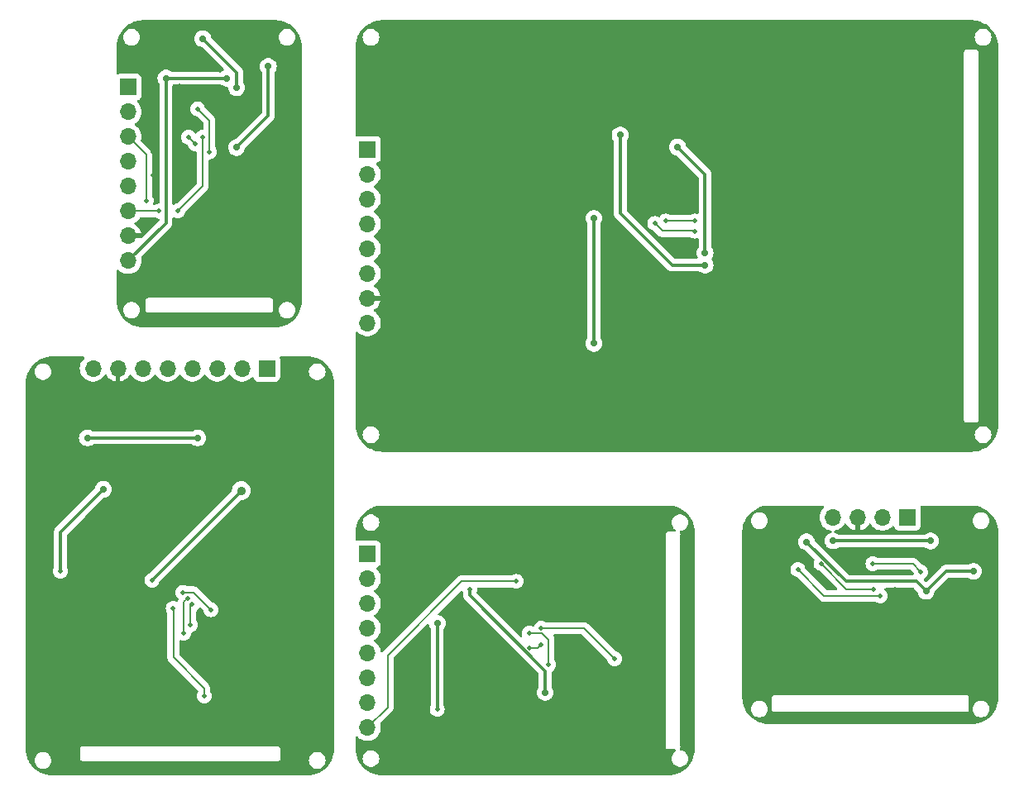
<source format=gbl>
%TF.GenerationSoftware,KiCad,Pcbnew,7.0.7*%
%TF.CreationDate,2023-09-01T15:22:04+08:00*%
%TF.ProjectId,UINIO-Monitor,55494e49-4f2d-44d6-9f6e-69746f722e6b,Version 3.2.0*%
%TF.SameCoordinates,PXbd63908PY4089518*%
%TF.FileFunction,Copper,L2,Bot*%
%TF.FilePolarity,Positive*%
%FSLAX46Y46*%
G04 Gerber Fmt 4.6, Leading zero omitted, Abs format (unit mm)*
G04 Created by KiCad (PCBNEW 7.0.7) date 2023-09-01 15:22:04*
%MOMM*%
%LPD*%
G01*
G04 APERTURE LIST*
%TA.AperFunction,ComponentPad*%
%ADD10R,1.700000X1.700000*%
%TD*%
%TA.AperFunction,ComponentPad*%
%ADD11O,1.700000X1.700000*%
%TD*%
%TA.AperFunction,ViaPad*%
%ADD12C,0.700000*%
%TD*%
%TA.AperFunction,ViaPad*%
%ADD13C,0.500000*%
%TD*%
%TA.AperFunction,ViaPad*%
%ADD14C,0.900000*%
%TD*%
%TA.AperFunction,Conductor*%
%ADD15C,0.300000*%
%TD*%
%TA.AperFunction,Conductor*%
%ADD16C,0.200000*%
%TD*%
%TA.AperFunction,Conductor*%
%ADD17C,0.700000*%
%TD*%
G04 APERTURE END LIST*
D10*
%TO.P,J2,1,Pin_1*%
%TO.N,/BLK_2.4inch*%
X-61810001Y-13480000D03*
D11*
%TO.P,J2,2,Pin_2*%
%TO.N,/CS_2.4inch*%
X-61810001Y-16020000D03*
%TO.P,J2,3,Pin_3*%
%TO.N,/D{slash}C_2.4inch*%
X-61810001Y-18560000D03*
%TO.P,J2,4,Pin_4*%
%TO.N,/RESET_2.4inch*%
X-61810001Y-21100000D03*
%TO.P,J2,5,Pin_5*%
%TO.N,/SCL_2.4inch*%
X-61810001Y-23640000D03*
%TO.P,J2,6,Pin_6*%
%TO.N,/SDA_2.4inch*%
X-61810001Y-26180000D03*
%TO.P,J2,7,Pin_7*%
%TO.N,GND*%
X-61810001Y-28720000D03*
%TO.P,J2,8,Pin_8*%
%TO.N,/5V_2.4inch*%
X-61810001Y-31260000D03*
%TD*%
D10*
%TO.P,J7,1,Pin_1*%
%TO.N,/BLK_1.69inch*%
X-72120002Y-35910000D03*
D11*
%TO.P,J7,2,Pin_2*%
%TO.N,/CS_1.69inch*%
X-74660002Y-35910000D03*
%TO.P,J7,3,Pin_3*%
%TO.N,/D{slash}C_1.69inch*%
X-77200002Y-35910000D03*
%TO.P,J7,4,Pin_4*%
%TO.N,/RESET_1.69inch*%
X-79740002Y-35910000D03*
%TO.P,J7,5,Pin_5*%
%TO.N,/SCL_1.69inch*%
X-82280002Y-35910000D03*
%TO.P,J7,6,Pin_6*%
%TO.N,/SDA_1.69inch*%
X-84820002Y-35910000D03*
%TO.P,J7,7,Pin_7*%
%TO.N,GND*%
X-87360002Y-35910000D03*
%TO.P,J7,8,Pin_8*%
%TO.N,/5V_1.69inch*%
X-89900002Y-35910000D03*
%TD*%
D10*
%TO.P,J3,1,Pin_1*%
%TO.N,/SCK_0.96_OLED*%
X-6550001Y-51170000D03*
D11*
%TO.P,J3,2,Pin_2*%
%TO.N,/SDA_0.96_OLED*%
X-9090001Y-51170000D03*
%TO.P,J3,3,Pin_3*%
%TO.N,GND*%
X-11630001Y-51170000D03*
%TO.P,J3,4,Pin_4*%
%TO.N,Net-(D2-A)*%
X-14170001Y-51170000D03*
%TD*%
D10*
%TO.P,J1,1,Pin_1*%
%TO.N,/BLK_1.33inch*%
X-61810001Y-54920000D03*
D11*
%TO.P,J1,2,Pin_2*%
%TO.N,/CS_1.33inch*%
X-61810001Y-57460000D03*
%TO.P,J1,3,Pin_3*%
%TO.N,/D{slash}C_1.33inch*%
X-61810001Y-60000000D03*
%TO.P,J1,4,Pin_4*%
%TO.N,/RESET_1.33inch*%
X-61810001Y-62540000D03*
%TO.P,J1,5,Pin_5*%
%TO.N,/SCL_1.33inch*%
X-61810001Y-65080000D03*
%TO.P,J1,6,Pin_6*%
%TO.N,/SDA_1.33inch*%
X-61810001Y-67620000D03*
%TO.P,J1,7,Pin_7*%
%TO.N,GND*%
X-61810001Y-70160000D03*
%TO.P,J1,8,Pin_8*%
%TO.N,/5V_1.33inch*%
X-61810001Y-72700000D03*
%TD*%
D10*
%TO.P,J4,1,Pin_1*%
%TO.N,/BLK_0.96inch*%
X-86310001Y-7110000D03*
D11*
%TO.P,J4,2,Pin_2*%
%TO.N,/CS_0.96inch*%
X-86310001Y-9650000D03*
%TO.P,J4,3,Pin_3*%
%TO.N,/D{slash}C_0.96inch*%
X-86310001Y-12190000D03*
%TO.P,J4,4,Pin_4*%
%TO.N,/RESET_0.96inch*%
X-86310001Y-14730000D03*
%TO.P,J4,5,Pin_5*%
%TO.N,/SCL_0.96inch*%
X-86310001Y-17270000D03*
%TO.P,J4,6,Pin_6*%
%TO.N,/SDA_0.96inch*%
X-86310001Y-19810000D03*
%TO.P,J4,7,Pin_7*%
%TO.N,GND*%
X-86310001Y-22350000D03*
%TO.P,J4,8,Pin_8*%
%TO.N,/5V_0.96inch*%
X-86310001Y-24890000D03*
%TD*%
D12*
%TO.N,/3.3V_2.4inch*%
X-27250000Y-25330000D03*
X-35950001Y-12025000D03*
D13*
%TO.N,GND*%
X-7840000Y-58540000D03*
D12*
X-23900000Y-34200000D03*
D13*
X-78520002Y-38610000D03*
X-23870001Y-24100000D03*
D12*
X-47930000Y-70830000D03*
D13*
X-12900001Y-52170000D03*
X-81080001Y-7010000D03*
X-26130001Y-27060000D03*
X-59240001Y-61290000D03*
X-84160001Y-21480000D03*
X-78530002Y-41080000D03*
X-83760001Y-11220000D03*
X-59240001Y-58710000D03*
D12*
X-11315001Y-55965000D03*
D13*
X-4290000Y-56530000D03*
X-59130001Y-19900000D03*
X-83760001Y-16150000D03*
D12*
X-83640000Y-5180000D03*
X-7890000Y-54760000D03*
D13*
X-83760001Y-8570000D03*
D12*
X-12770000Y-54760000D03*
D13*
X-83760001Y-13730000D03*
D12*
X-29380000Y-34970000D03*
D13*
X-87640002Y-57600000D03*
D12*
X-73780000Y-22070000D03*
D13*
X-76900001Y-5370000D03*
D12*
X-47930000Y-73690000D03*
D13*
X-56620001Y-19900000D03*
D12*
%TO.N,/5V_2.4inch*%
X-27250001Y-24110000D03*
X-30060001Y-13260000D03*
D13*
%TO.N,/RESET_0.96inch*%
X-80125001Y-12245000D03*
X-79425001Y-12925000D03*
D12*
%TO.N,/3.3V_0.96inch*%
X-78660001Y-2150000D03*
X-75200001Y-7180000D03*
D13*
%TO.N,/3.3V_1.33inch*%
X-51340001Y-58570000D03*
D12*
X-43615000Y-69110000D03*
D13*
%TO.N,/5V_1.33inch*%
X-46570001Y-57740000D03*
D12*
%TO.N,Net-(D2-A)*%
X-14170001Y-53590000D03*
X-4200000Y-53600000D03*
%TO.N,/BLK_2.4inch*%
X-38620001Y-20560500D03*
X-38620001Y-33360000D03*
D13*
%TO.N,/CS_2.4inch*%
X-32410001Y-21080000D03*
X-28310001Y-21855000D03*
%TO.N,/D{slash}C_2.4inch*%
X-31280001Y-20830000D03*
X-28310001Y-20830000D03*
%TO.N,/SDA_0.96inch*%
X-78670001Y-12250000D03*
X-81230001Y-19800000D03*
X-83160001Y-19810000D03*
%TO.N,/5V_1.69inch*%
X-83880002Y-57610000D03*
D14*
X-74720002Y-48450000D03*
D12*
%TO.N,/BLK_1.33inch*%
X-54660001Y-62045000D03*
D13*
X-54670001Y-70860000D03*
%TO.N,/CS_1.33inch*%
X-36500001Y-65670000D03*
X-44040001Y-62550000D03*
%TO.N,/D{slash}C_1.33inch*%
X-45260001Y-63040000D03*
X-43270001Y-66290000D03*
%TO.N,/SDA_1.33inch*%
X-45260001Y-64550000D03*
X-44040001Y-64210000D03*
D12*
%TO.N,/5V_0.96inch*%
X-76230001Y-6200000D03*
X-82440000Y-6190000D03*
D13*
%TO.N,/CS_0.96inch*%
X-79220001Y-9330000D03*
X-77990001Y-13740000D03*
%TO.N,/D{slash}C_0.96inch*%
X-84460001Y-18760000D03*
D12*
%TO.N,/BLK_1.69inch*%
X-79195502Y-43035000D03*
X-90480002Y-43040000D03*
D13*
%TO.N,/CS_1.69inch*%
X-79750002Y-60110000D03*
X-79930002Y-62220000D03*
%TO.N,/D{slash}C_1.69inch*%
X-80245002Y-59480000D03*
X-80630002Y-63040000D03*
%TO.N,/RESET_1.69inch*%
X-80740002Y-58860000D03*
X-77840002Y-60640000D03*
%TO.N,/SDA_1.69inch*%
X-78530002Y-69460000D03*
X-81690502Y-60480000D03*
%TO.N,/SDA_0.96_OLED*%
X-5160000Y-56750000D03*
X-10070000Y-55919999D03*
D12*
%TO.N,/3.3V_0.96_OLED*%
X-4640000Y-58750000D03*
X-16880000Y-53690000D03*
X200000Y-56710000D03*
D13*
%TO.N,/RESET*%
X-17760000Y-56530000D03*
X-9330000Y-59220000D03*
%TO.N,/D{slash}C*%
X-10030000Y-58540000D03*
X-15390000Y-55900000D03*
D12*
%TO.N,Net-(P4-LEDK)*%
X-71960000Y-5000000D03*
X-75210001Y-13290000D03*
%TO.N,Net-(VT4-C)*%
X-88860002Y-48310000D03*
D13*
X-93250002Y-56690000D03*
%TD*%
D15*
%TO.N,/3.3V_0.96_OLED*%
X-2600000Y-56710000D02*
X200000Y-56710000D01*
X-4640000Y-58750000D02*
X-2600000Y-56710000D01*
X-12820000Y-57750000D02*
X-16880000Y-53690000D01*
X-5640000Y-57750000D02*
X-12820000Y-57750000D01*
X-4640000Y-58750000D02*
X-5640000Y-57750000D01*
D16*
%TO.N,/SDA_0.96_OLED*%
X-5990001Y-55919999D02*
X-10070000Y-55919999D01*
X-5160000Y-56750000D02*
X-5990001Y-55919999D01*
D15*
%TO.N,Net-(D2-A)*%
X-14160001Y-53600000D02*
X-14170001Y-53590000D01*
X-4200000Y-53600000D02*
X-14160001Y-53600000D01*
%TO.N,/3.3V_2.4inch*%
X-35940001Y-12035000D02*
X-35950001Y-12025000D01*
X-30630001Y-25330000D02*
X-35940001Y-20020000D01*
X-27250000Y-25330000D02*
X-30630001Y-25330000D01*
X-35940001Y-20020000D02*
X-35940001Y-12035000D01*
D17*
%TO.N,GND*%
X-47930000Y-73690000D02*
X-47930000Y-70830000D01*
D15*
X-7890000Y-54760000D02*
X-12770000Y-54760000D01*
%TO.N,/5V_2.4inch*%
X-30050001Y-13260000D02*
X-27250001Y-16060000D01*
X-30060001Y-13260000D02*
X-30050001Y-13260000D01*
X-27250001Y-16060000D02*
X-27250001Y-24110000D01*
D16*
%TO.N,/RESET_0.96inch*%
X-80125001Y-12245000D02*
X-80105001Y-12245000D01*
X-80105001Y-12245000D02*
X-79425001Y-12925000D01*
D15*
%TO.N,/3.3V_0.96inch*%
X-78660001Y-2150000D02*
X-75200001Y-5610000D01*
X-75200001Y-5610000D02*
X-75200001Y-7180000D01*
%TO.N,/3.3V_1.33inch*%
X-51340001Y-59177107D02*
X-51340001Y-58570000D01*
X-43615000Y-69110000D02*
X-43615000Y-66902108D01*
X-43615000Y-66902108D02*
X-51340001Y-59177107D01*
D16*
%TO.N,/5V_1.33inch*%
X-59750001Y-70640000D02*
X-61810001Y-72700000D01*
X-46570001Y-57740000D02*
X-52170001Y-57740000D01*
X-59750001Y-65320000D02*
X-59750001Y-70640000D01*
X-52170001Y-57740000D02*
X-59750001Y-65320000D01*
D15*
%TO.N,/BLK_2.4inch*%
X-38620001Y-33360000D02*
X-38620001Y-20560500D01*
D16*
%TO.N,/CS_2.4inch*%
X-32410001Y-21080000D02*
X-31640001Y-21850000D01*
X-28315001Y-21850000D02*
X-28310001Y-21855000D01*
X-31640001Y-21850000D02*
X-28315001Y-21850000D01*
%TO.N,/D{slash}C_2.4inch*%
X-31280001Y-20830000D02*
X-28310001Y-20830000D01*
%TO.N,/SDA_0.96inch*%
X-78670001Y-17240000D02*
X-81230001Y-19800000D01*
X-78670001Y-12250000D02*
X-78670001Y-17240000D01*
X-83160001Y-19810000D02*
X-86310001Y-19810000D01*
D15*
%TO.N,/5V_1.69inch*%
X-74720002Y-48450000D02*
X-83880002Y-57610000D01*
%TO.N,/BLK_1.33inch*%
X-54670001Y-62055000D02*
X-54660001Y-62045000D01*
X-54670001Y-70860000D02*
X-54670001Y-62055000D01*
D16*
%TO.N,/CS_1.33inch*%
X-39620001Y-62550000D02*
X-36500001Y-65670000D01*
X-44040001Y-62550000D02*
X-39620001Y-62550000D01*
%TO.N,/D{slash}C_1.33inch*%
X-43270001Y-66290000D02*
X-43270001Y-63710000D01*
X-43940001Y-63040000D02*
X-45260001Y-63040000D01*
X-43270001Y-63710000D02*
X-43940001Y-63040000D01*
%TO.N,/SDA_1.33inch*%
X-44040001Y-64210000D02*
X-44380001Y-64550000D01*
X-44380001Y-64550000D02*
X-45260001Y-64550000D01*
D15*
%TO.N,/5V_0.96inch*%
X-82450001Y-21030000D02*
X-86310001Y-24890000D01*
X-82440000Y-6190000D02*
X-82450001Y-6200001D01*
X-82450001Y-6200001D02*
X-82450001Y-21030000D01*
X-76230001Y-6200000D02*
X-76240001Y-6190000D01*
X-76240001Y-6190000D02*
X-82440000Y-6190000D01*
D16*
%TO.N,/CS_0.96inch*%
X-79200001Y-9330000D02*
X-77990001Y-10540000D01*
X-77990001Y-10540000D02*
X-77990001Y-13740000D01*
X-79220001Y-9330000D02*
X-79200001Y-9330000D01*
%TO.N,/D{slash}C_0.96inch*%
X-84460001Y-14040000D02*
X-86310001Y-12190000D01*
X-84460001Y-18760000D02*
X-84460001Y-14040000D01*
D15*
%TO.N,/BLK_1.69inch*%
X-90425002Y-43035000D02*
X-90470002Y-43080000D01*
X-79195502Y-43035000D02*
X-90425002Y-43035000D01*
D16*
%TO.N,/CS_1.69inch*%
X-79930002Y-62220000D02*
X-79930002Y-60290000D01*
X-79930002Y-60290000D02*
X-79750002Y-60110000D01*
%TO.N,/D{slash}C_1.69inch*%
X-80630002Y-59865000D02*
X-80245002Y-59480000D01*
X-80630002Y-63040000D02*
X-80630002Y-59865000D01*
%TO.N,/RESET_1.69inch*%
X-79620002Y-58860000D02*
X-80740002Y-58860000D01*
X-77840002Y-60640000D02*
X-79620002Y-58860000D01*
%TO.N,/SDA_1.69inch*%
X-81680002Y-65530000D02*
X-81680002Y-60490500D01*
X-81680002Y-60490500D02*
X-81690502Y-60480000D01*
X-78530002Y-69460000D02*
X-78530002Y-68680000D01*
X-78530002Y-68680000D02*
X-81680002Y-65530000D01*
%TO.N,/RESET*%
X-17760000Y-56530000D02*
X-17760000Y-56535000D01*
X-15075000Y-59220000D02*
X-9330000Y-59220000D01*
X-17760000Y-56535000D02*
X-15075000Y-59220000D01*
%TO.N,/D{slash}C*%
X-15390000Y-55900000D02*
X-12770000Y-58520000D01*
X-12770000Y-58520000D02*
X-10050000Y-58520000D01*
X-10050000Y-58520000D02*
X-10030000Y-58540000D01*
D15*
%TO.N,Net-(P4-LEDK)*%
X-75210001Y-13290000D02*
X-71960000Y-10039999D01*
X-71960000Y-10039999D02*
X-71960000Y-5000000D01*
%TO.N,Net-(VT4-C)*%
X-93250002Y-52700000D02*
X-93250002Y-56690000D01*
X-88860002Y-48310000D02*
X-93250002Y-52700000D01*
%TD*%
%TA.AperFunction,Conductor*%
%TO.N,GND*%
G36*
X-90848711Y-34720185D02*
G01*
X-90802956Y-34772989D01*
X-90793012Y-34842147D01*
X-90822037Y-34905703D01*
X-90824521Y-34908483D01*
X-90975718Y-35072723D01*
X-90975726Y-35072734D01*
X-91098862Y-35261207D01*
X-91189299Y-35467385D01*
X-91244566Y-35685628D01*
X-91244568Y-35685640D01*
X-91263158Y-35909994D01*
X-91263158Y-35910005D01*
X-91244568Y-36134359D01*
X-91244566Y-36134371D01*
X-91189299Y-36352614D01*
X-91098862Y-36558792D01*
X-90975726Y-36747265D01*
X-90975718Y-36747276D01*
X-90823246Y-36912902D01*
X-90823242Y-36912906D01*
X-90645578Y-37051189D01*
X-90645577Y-37051189D01*
X-90645575Y-37051191D01*
X-90585688Y-37083600D01*
X-90447576Y-37158342D01*
X-90234637Y-37231444D01*
X-90012571Y-37268500D01*
X-89787433Y-37268500D01*
X-89565367Y-37231444D01*
X-89352428Y-37158342D01*
X-89154426Y-37051189D01*
X-88976762Y-36912906D01*
X-88855408Y-36781082D01*
X-88824287Y-36747276D01*
X-88824287Y-36747275D01*
X-88824280Y-36747268D01*
X-88730253Y-36603347D01*
X-88677108Y-36557994D01*
X-88607877Y-36548570D01*
X-88544541Y-36578072D01*
X-88524872Y-36600048D01*
X-88398112Y-36781078D01*
X-88231085Y-36948105D01*
X-88037581Y-37083600D01*
X-87823495Y-37183429D01*
X-87823486Y-37183433D01*
X-87610004Y-37240635D01*
X-87610003Y-37240634D01*
X-87610003Y-36522301D01*
X-87590318Y-36455262D01*
X-87537514Y-36409507D01*
X-87468356Y-36399563D01*
X-87461622Y-36400531D01*
X-87395765Y-36410000D01*
X-87395764Y-36410000D01*
X-87324240Y-36410000D01*
X-87324239Y-36410000D01*
X-87251649Y-36399563D01*
X-87182490Y-36409507D01*
X-87129687Y-36455262D01*
X-87110002Y-36522301D01*
X-87110002Y-37240633D01*
X-86896519Y-37183433D01*
X-86896510Y-37183429D01*
X-86682424Y-37083600D01*
X-86488920Y-36948105D01*
X-86321897Y-36781082D01*
X-86195134Y-36600048D01*
X-86140557Y-36556423D01*
X-86071058Y-36549231D01*
X-86008704Y-36580753D01*
X-85989751Y-36603350D01*
X-85895726Y-36747265D01*
X-85895718Y-36747276D01*
X-85743246Y-36912902D01*
X-85743242Y-36912906D01*
X-85565578Y-37051189D01*
X-85565577Y-37051189D01*
X-85565575Y-37051191D01*
X-85505688Y-37083600D01*
X-85367576Y-37158342D01*
X-85154637Y-37231444D01*
X-84932571Y-37268500D01*
X-84707433Y-37268500D01*
X-84485367Y-37231444D01*
X-84272428Y-37158342D01*
X-84074426Y-37051189D01*
X-83896762Y-36912906D01*
X-83775408Y-36781082D01*
X-83744287Y-36747276D01*
X-83744285Y-36747273D01*
X-83744280Y-36747268D01*
X-83653809Y-36608791D01*
X-83600666Y-36563437D01*
X-83531435Y-36554013D01*
X-83468099Y-36583515D01*
X-83446195Y-36608793D01*
X-83355726Y-36747265D01*
X-83355718Y-36747276D01*
X-83203246Y-36912902D01*
X-83203242Y-36912906D01*
X-83025578Y-37051189D01*
X-83025577Y-37051189D01*
X-83025575Y-37051191D01*
X-82965688Y-37083600D01*
X-82827576Y-37158342D01*
X-82614637Y-37231444D01*
X-82392571Y-37268500D01*
X-82167433Y-37268500D01*
X-81945367Y-37231444D01*
X-81732428Y-37158342D01*
X-81534426Y-37051189D01*
X-81356762Y-36912906D01*
X-81235408Y-36781082D01*
X-81204287Y-36747276D01*
X-81204287Y-36747275D01*
X-81204280Y-36747268D01*
X-81113809Y-36608790D01*
X-81060664Y-36563437D01*
X-80991433Y-36554013D01*
X-80928097Y-36583515D01*
X-80906198Y-36608787D01*
X-80815724Y-36747268D01*
X-80815719Y-36747273D01*
X-80815718Y-36747276D01*
X-80663246Y-36912902D01*
X-80663242Y-36912906D01*
X-80485578Y-37051189D01*
X-80485577Y-37051189D01*
X-80485575Y-37051191D01*
X-80425688Y-37083600D01*
X-80287576Y-37158342D01*
X-80074637Y-37231444D01*
X-79852571Y-37268500D01*
X-79627433Y-37268500D01*
X-79405367Y-37231444D01*
X-79192428Y-37158342D01*
X-78994426Y-37051189D01*
X-78816762Y-36912906D01*
X-78695408Y-36781082D01*
X-78664287Y-36747276D01*
X-78664287Y-36747275D01*
X-78664280Y-36747268D01*
X-78573809Y-36608790D01*
X-78520664Y-36563437D01*
X-78451433Y-36554013D01*
X-78388097Y-36583515D01*
X-78366198Y-36608787D01*
X-78275724Y-36747268D01*
X-78275719Y-36747273D01*
X-78275718Y-36747276D01*
X-78123246Y-36912902D01*
X-78123242Y-36912906D01*
X-77945578Y-37051189D01*
X-77945577Y-37051189D01*
X-77945575Y-37051191D01*
X-77885688Y-37083600D01*
X-77747576Y-37158342D01*
X-77534637Y-37231444D01*
X-77312571Y-37268500D01*
X-77087433Y-37268500D01*
X-76865367Y-37231444D01*
X-76652428Y-37158342D01*
X-76454426Y-37051189D01*
X-76276762Y-36912906D01*
X-76155408Y-36781082D01*
X-76124287Y-36747276D01*
X-76124287Y-36747275D01*
X-76124280Y-36747268D01*
X-76033809Y-36608790D01*
X-75980664Y-36563437D01*
X-75911433Y-36554013D01*
X-75848097Y-36583515D01*
X-75826198Y-36608787D01*
X-75735724Y-36747268D01*
X-75735719Y-36747273D01*
X-75735718Y-36747276D01*
X-75583246Y-36912902D01*
X-75583242Y-36912906D01*
X-75405578Y-37051189D01*
X-75405577Y-37051189D01*
X-75405575Y-37051191D01*
X-75345688Y-37083600D01*
X-75207576Y-37158342D01*
X-74994637Y-37231444D01*
X-74772571Y-37268500D01*
X-74547433Y-37268500D01*
X-74325367Y-37231444D01*
X-74112428Y-37158342D01*
X-73914426Y-37051189D01*
X-73736762Y-36912906D01*
X-73673550Y-36844239D01*
X-73613665Y-36808250D01*
X-73543827Y-36810349D01*
X-73486211Y-36849873D01*
X-73466141Y-36884888D01*
X-73426707Y-36990610D01*
X-73420891Y-37006204D01*
X-73333263Y-37123261D01*
X-73216206Y-37210889D01*
X-73079203Y-37261989D01*
X-73051952Y-37264918D01*
X-73018657Y-37268499D01*
X-73018640Y-37268500D01*
X-71221364Y-37268500D01*
X-71221348Y-37268499D01*
X-71194310Y-37265591D01*
X-71160801Y-37261989D01*
X-71023798Y-37210889D01*
X-70906741Y-37123261D01*
X-70819113Y-37006204D01*
X-70768013Y-36869201D01*
X-70764317Y-36834825D01*
X-70761503Y-36808654D01*
X-70761502Y-36808637D01*
X-70761502Y-36249999D01*
X-67815185Y-36249999D01*
X-67796497Y-36427805D01*
X-67796496Y-36427807D01*
X-67741253Y-36597829D01*
X-67741250Y-36597835D01*
X-67651859Y-36752665D01*
X-67626272Y-36781082D01*
X-67532236Y-36885521D01*
X-67532233Y-36885523D01*
X-67532230Y-36885526D01*
X-67387593Y-36990612D01*
X-67224267Y-37063329D01*
X-67049391Y-37100500D01*
X-67049390Y-37100500D01*
X-66870611Y-37100500D01*
X-66870609Y-37100500D01*
X-66695733Y-37063329D01*
X-66532407Y-36990612D01*
X-66387770Y-36885526D01*
X-66387195Y-36884888D01*
X-66350597Y-36844241D01*
X-66268141Y-36752665D01*
X-66178750Y-36597835D01*
X-66123503Y-36427803D01*
X-66104815Y-36250000D01*
X-66123503Y-36072197D01*
X-66173733Y-35917606D01*
X-66178748Y-35902170D01*
X-66178751Y-35902164D01*
X-66268141Y-35747335D01*
X-66314997Y-35695296D01*
X-66387765Y-35614478D01*
X-66387768Y-35614476D01*
X-66387769Y-35614475D01*
X-66387770Y-35614474D01*
X-66532407Y-35509388D01*
X-66695733Y-35436671D01*
X-66695735Y-35436670D01*
X-66823406Y-35409533D01*
X-66870609Y-35399500D01*
X-67049391Y-35399500D01*
X-67080046Y-35406015D01*
X-67224267Y-35436670D01*
X-67224272Y-35436672D01*
X-67387592Y-35509387D01*
X-67532232Y-35614475D01*
X-67651860Y-35747336D01*
X-67741250Y-35902164D01*
X-67741253Y-35902170D01*
X-67796496Y-36072192D01*
X-67796497Y-36072194D01*
X-67815185Y-36249999D01*
X-70761502Y-36249999D01*
X-70761502Y-35011362D01*
X-70761503Y-35011345D01*
X-70765650Y-34972781D01*
X-70768013Y-34950799D01*
X-70768015Y-34950795D01*
X-70768015Y-34950792D01*
X-70798957Y-34867834D01*
X-70803942Y-34798143D01*
X-70770458Y-34736819D01*
X-70709135Y-34703334D01*
X-70682776Y-34700500D01*
X-68004168Y-34700500D01*
X-67961738Y-34700500D01*
X-67958262Y-34700598D01*
X-67823501Y-34708164D01*
X-67655620Y-34717591D01*
X-67648730Y-34718367D01*
X-67391606Y-34762053D01*
X-67351614Y-34768848D01*
X-67344830Y-34770396D01*
X-67055241Y-34853824D01*
X-67048681Y-34856119D01*
X-66770241Y-34971451D01*
X-66763992Y-34974461D01*
X-66647358Y-35038922D01*
X-66500224Y-35120240D01*
X-66494333Y-35123942D01*
X-66248553Y-35298330D01*
X-66243112Y-35302669D01*
X-66018403Y-35503482D01*
X-66013483Y-35508402D01*
X-65812670Y-35733111D01*
X-65808331Y-35738552D01*
X-65633943Y-35984332D01*
X-65630241Y-35990223D01*
X-65484466Y-36253983D01*
X-65481449Y-36260247D01*
X-65425766Y-36394680D01*
X-65366122Y-36538674D01*
X-65363824Y-36545242D01*
X-65280397Y-36834829D01*
X-65278849Y-36841613D01*
X-65228370Y-37138715D01*
X-65227591Y-37145629D01*
X-65210598Y-37448261D01*
X-65210500Y-37451738D01*
X-65210500Y-62843114D01*
X-65212883Y-62867306D01*
X-65215408Y-62879999D01*
X-65212384Y-62895200D01*
X-65210001Y-62919394D01*
X-65210002Y-72840602D01*
X-65212383Y-72864784D01*
X-65215408Y-72879997D01*
X-65215408Y-72879999D01*
X-65212883Y-72892692D01*
X-65210500Y-72916886D01*
X-65210500Y-74878276D01*
X-65210598Y-74881754D01*
X-65227597Y-75184382D01*
X-65228376Y-75191297D01*
X-65278861Y-75488400D01*
X-65280409Y-75495184D01*
X-65363839Y-75784761D01*
X-65366137Y-75791329D01*
X-65481464Y-76069742D01*
X-65484483Y-76076011D01*
X-65630257Y-76339762D01*
X-65633959Y-76345654D01*
X-65808356Y-76591436D01*
X-65812694Y-76596876D01*
X-66013501Y-76821576D01*
X-66018422Y-76826496D01*
X-66243136Y-77027309D01*
X-66248576Y-77031647D01*
X-66494348Y-77206028D01*
X-66500240Y-77209730D01*
X-66763998Y-77355500D01*
X-66770267Y-77358519D01*
X-67048683Y-77473841D01*
X-67055251Y-77476139D01*
X-67344837Y-77559565D01*
X-67351621Y-77561113D01*
X-67648719Y-77611590D01*
X-67655633Y-77612369D01*
X-67958974Y-77629402D01*
X-67962451Y-77629500D01*
X-94028256Y-77629500D01*
X-94031734Y-77629402D01*
X-94334366Y-77612405D01*
X-94341280Y-77611626D01*
X-94638381Y-77561145D01*
X-94645165Y-77559597D01*
X-94934754Y-77476166D01*
X-94941322Y-77473868D01*
X-95219743Y-77358541D01*
X-95226008Y-77355524D01*
X-95306769Y-77310888D01*
X-95489765Y-77209748D01*
X-95495656Y-77206047D01*
X-95741444Y-77031652D01*
X-95746873Y-77027323D01*
X-95896811Y-76893329D01*
X-95971586Y-76826505D01*
X-95976506Y-76821585D01*
X-96057906Y-76730500D01*
X-96177325Y-76596870D01*
X-96181653Y-76591443D01*
X-96356048Y-76345655D01*
X-96359749Y-76339764D01*
X-96421611Y-76227835D01*
X-96503318Y-76080000D01*
X-95885185Y-76080000D01*
X-95866497Y-76257805D01*
X-95866496Y-76257807D01*
X-95811253Y-76427829D01*
X-95811250Y-76427835D01*
X-95721859Y-76582665D01*
X-95687693Y-76620610D01*
X-95602236Y-76715521D01*
X-95602233Y-76715523D01*
X-95602230Y-76715526D01*
X-95457593Y-76820612D01*
X-95294267Y-76893329D01*
X-95119391Y-76930500D01*
X-95119390Y-76930500D01*
X-94940611Y-76930500D01*
X-94940609Y-76930500D01*
X-94765733Y-76893329D01*
X-94602407Y-76820612D01*
X-94457770Y-76715526D01*
X-94338141Y-76582665D01*
X-94248750Y-76427835D01*
X-94193503Y-76257803D01*
X-94174815Y-76080000D01*
X-94193503Y-75902197D01*
X-94200715Y-75880000D01*
X-91250408Y-75880000D01*
X-91246312Y-75900591D01*
X-91246311Y-75900597D01*
X-91230968Y-75977736D01*
X-91230967Y-75977739D01*
X-91230966Y-75977740D01*
X-91175601Y-76060601D01*
X-91092740Y-76115966D01*
X-91060161Y-76122446D01*
X-90995002Y-76135408D01*
X-90995000Y-76135408D01*
X-90994999Y-76135408D01*
X-90982306Y-76132883D01*
X-90958114Y-76130500D01*
X-71031886Y-76130500D01*
X-71007694Y-76132883D01*
X-70995001Y-76135408D01*
X-70995000Y-76135408D01*
X-70994998Y-76135408D01*
X-70946131Y-76125687D01*
X-70897260Y-76115966D01*
X-70843432Y-76080000D01*
X-67815185Y-76080000D01*
X-67796497Y-76257805D01*
X-67796496Y-76257807D01*
X-67741253Y-76427829D01*
X-67741250Y-76427835D01*
X-67651859Y-76582665D01*
X-67617693Y-76620610D01*
X-67532236Y-76715521D01*
X-67532233Y-76715523D01*
X-67532230Y-76715526D01*
X-67387593Y-76820612D01*
X-67224267Y-76893329D01*
X-67049391Y-76930500D01*
X-67049390Y-76930500D01*
X-66870611Y-76930500D01*
X-66870609Y-76930500D01*
X-66695733Y-76893329D01*
X-66532407Y-76820612D01*
X-66387770Y-76715526D01*
X-66268141Y-76582665D01*
X-66178750Y-76427835D01*
X-66123503Y-76257803D01*
X-66104815Y-76080000D01*
X-66123503Y-75902197D01*
X-66159533Y-75791308D01*
X-66178748Y-75732170D01*
X-66178751Y-75732164D01*
X-66268141Y-75577335D01*
X-66342110Y-75495184D01*
X-66387765Y-75444478D01*
X-66387768Y-75444476D01*
X-66387769Y-75444475D01*
X-66387770Y-75444474D01*
X-66532407Y-75339388D01*
X-66695733Y-75266671D01*
X-66695735Y-75266670D01*
X-66823406Y-75239533D01*
X-66870609Y-75229500D01*
X-67049391Y-75229500D01*
X-67080046Y-75236015D01*
X-67224267Y-75266670D01*
X-67224272Y-75266672D01*
X-67387592Y-75339387D01*
X-67532232Y-75444475D01*
X-67651860Y-75577336D01*
X-67741250Y-75732164D01*
X-67741253Y-75732170D01*
X-67796496Y-75902192D01*
X-67796497Y-75902194D01*
X-67815185Y-76080000D01*
X-70843432Y-76080000D01*
X-70814399Y-76060601D01*
X-70759034Y-75977740D01*
X-70757892Y-75971999D01*
X-70743311Y-75898700D01*
X-70743310Y-75898689D01*
X-70739592Y-75880000D01*
X-70739592Y-75879999D01*
X-70742117Y-75867306D01*
X-70744500Y-75843114D01*
X-70744500Y-74916885D01*
X-70742117Y-74892691D01*
X-70739597Y-74880027D01*
X-70739592Y-74880000D01*
X-70739592Y-74879998D01*
X-70739592Y-74879997D01*
X-70759034Y-74782261D01*
X-70759034Y-74782260D01*
X-70814399Y-74699399D01*
X-70897260Y-74644034D01*
X-70897261Y-74644033D01*
X-70897264Y-74644032D01*
X-70970325Y-74629500D01*
X-70994999Y-74624592D01*
X-70995001Y-74624592D01*
X-71007694Y-74627117D01*
X-71031886Y-74629500D01*
X-90958114Y-74629500D01*
X-90982306Y-74627117D01*
X-90994999Y-74624592D01*
X-90995001Y-74624592D01*
X-91019675Y-74629500D01*
X-91092737Y-74644032D01*
X-91092740Y-74644033D01*
X-91175601Y-74699399D01*
X-91230967Y-74782261D01*
X-91250408Y-74879997D01*
X-91250408Y-74879998D01*
X-91250408Y-74880000D01*
X-91250403Y-74880027D01*
X-91247883Y-74892691D01*
X-91245500Y-74916885D01*
X-91245500Y-75843114D01*
X-91247883Y-75867306D01*
X-91250408Y-75879999D01*
X-91250408Y-75880000D01*
X-94200715Y-75880000D01*
X-94229533Y-75791308D01*
X-94248748Y-75732170D01*
X-94248751Y-75732164D01*
X-94338141Y-75577335D01*
X-94412110Y-75495184D01*
X-94457765Y-75444478D01*
X-94457768Y-75444476D01*
X-94457769Y-75444475D01*
X-94457770Y-75444474D01*
X-94602407Y-75339388D01*
X-94765733Y-75266671D01*
X-94765735Y-75266670D01*
X-94893406Y-75239533D01*
X-94940609Y-75229500D01*
X-95119391Y-75229500D01*
X-95150046Y-75236015D01*
X-95294267Y-75266670D01*
X-95294272Y-75266672D01*
X-95457592Y-75339387D01*
X-95602232Y-75444475D01*
X-95721860Y-75577336D01*
X-95811250Y-75732164D01*
X-95811253Y-75732170D01*
X-95866496Y-75902192D01*
X-95866497Y-75902194D01*
X-95885185Y-76080000D01*
X-96503318Y-76080000D01*
X-96505529Y-76075999D01*
X-96508542Y-76069742D01*
X-96623874Y-75791308D01*
X-96626167Y-75784753D01*
X-96644119Y-75722442D01*
X-96709601Y-75495152D01*
X-96711145Y-75488384D01*
X-96761629Y-75191267D01*
X-96762405Y-75184375D01*
X-96776388Y-74935408D01*
X-96779402Y-74881733D01*
X-96779500Y-74878255D01*
X-96779500Y-60480003D01*
X-82453801Y-60480003D01*
X-82434666Y-60649844D01*
X-82434665Y-60649849D01*
X-82378211Y-60811185D01*
X-82307509Y-60923704D01*
X-82288502Y-60989677D01*
X-82288502Y-65486054D01*
X-82289033Y-65494156D01*
X-82293752Y-65529998D01*
X-82288981Y-65566248D01*
X-82288979Y-65566263D01*
X-82280999Y-65626876D01*
X-82272841Y-65688849D01*
X-82272839Y-65688854D01*
X-82211529Y-65836871D01*
X-82211529Y-65836872D01*
X-82211527Y-65836875D01*
X-82211526Y-65836876D01*
X-82149839Y-65917268D01*
X-82138477Y-65932074D01*
X-82138476Y-65932075D01*
X-82113990Y-65963986D01*
X-82085304Y-65985998D01*
X-82079208Y-65991343D01*
X-80450551Y-67620000D01*
X-79181142Y-68889409D01*
X-79147657Y-68950732D01*
X-79152641Y-69020424D01*
X-79163829Y-69043061D01*
X-79217710Y-69128813D01*
X-79274165Y-69290150D01*
X-79274166Y-69290155D01*
X-79293301Y-69459996D01*
X-79293301Y-69460003D01*
X-79274166Y-69629844D01*
X-79274165Y-69629849D01*
X-79217711Y-69791183D01*
X-79129683Y-69931279D01*
X-79126773Y-69935909D01*
X-79005911Y-70056771D01*
X-78861185Y-70147709D01*
X-78756111Y-70184476D01*
X-78699852Y-70204162D01*
X-78699847Y-70204163D01*
X-78530006Y-70223299D01*
X-78530002Y-70223299D01*
X-78529998Y-70223299D01*
X-78360158Y-70204163D01*
X-78360155Y-70204162D01*
X-78360152Y-70204162D01*
X-78198819Y-70147709D01*
X-78054093Y-70056771D01*
X-77933231Y-69935909D01*
X-77842293Y-69791183D01*
X-77785840Y-69629850D01*
X-77784730Y-69619997D01*
X-77766703Y-69460003D01*
X-77766703Y-69459996D01*
X-77785839Y-69290155D01*
X-77785840Y-69290150D01*
X-77842294Y-69128815D01*
X-77902496Y-69033004D01*
X-77921502Y-68967032D01*
X-77921502Y-68723945D01*
X-77920971Y-68715843D01*
X-77916252Y-68679999D01*
X-77916961Y-68674617D01*
X-77921236Y-68642148D01*
X-77921237Y-68642129D01*
X-77921502Y-68640115D01*
X-77937164Y-68521150D01*
X-77941480Y-68510731D01*
X-77963624Y-68457268D01*
X-77998476Y-68373128D01*
X-77998479Y-68373123D01*
X-78072767Y-68276308D01*
X-78072787Y-68276284D01*
X-78078537Y-68268791D01*
X-78096015Y-68246013D01*
X-78096017Y-68246011D01*
X-78096018Y-68246010D01*
X-78115566Y-68231011D01*
X-78124709Y-68223995D01*
X-78130799Y-68218654D01*
X-81035184Y-65314269D01*
X-81068669Y-65252946D01*
X-81071503Y-65226597D01*
X-81071503Y-63863868D01*
X-81051818Y-63796830D01*
X-80999014Y-63751075D01*
X-80929856Y-63741131D01*
X-80906548Y-63746828D01*
X-80799860Y-63784160D01*
X-80799854Y-63784161D01*
X-80799852Y-63784162D01*
X-80799851Y-63784162D01*
X-80799847Y-63784163D01*
X-80630006Y-63803299D01*
X-80630002Y-63803299D01*
X-80629998Y-63803299D01*
X-80460158Y-63784163D01*
X-80460155Y-63784162D01*
X-80460152Y-63784162D01*
X-80298819Y-63727709D01*
X-80154093Y-63636771D01*
X-80033231Y-63515909D01*
X-79942293Y-63371183D01*
X-79885840Y-63209850D01*
X-79870491Y-63073612D01*
X-79843424Y-63009198D01*
X-79785829Y-62969643D01*
X-79761146Y-62964274D01*
X-79761077Y-62964266D01*
X-79760152Y-62964162D01*
X-79598819Y-62907709D01*
X-79454093Y-62816771D01*
X-79333231Y-62695909D01*
X-79242293Y-62551183D01*
X-79185840Y-62389850D01*
X-79181878Y-62354688D01*
X-79166703Y-62220003D01*
X-79166703Y-62219996D01*
X-79185839Y-62050155D01*
X-79185840Y-62050150D01*
X-79218378Y-61957162D01*
X-79242293Y-61888817D01*
X-79256928Y-61865525D01*
X-79302496Y-61793004D01*
X-79321502Y-61727032D01*
X-79321502Y-60804293D01*
X-79301817Y-60737254D01*
X-79278873Y-60711839D01*
X-79279017Y-60711695D01*
X-79276179Y-60708856D01*
X-79274813Y-60707344D01*
X-79274105Y-60706778D01*
X-79274093Y-60706771D01*
X-79153231Y-60585909D01*
X-79082150Y-60472784D01*
X-79029815Y-60426494D01*
X-78960762Y-60415846D01*
X-78896913Y-60444221D01*
X-78889475Y-60451076D01*
X-78621635Y-60718916D01*
X-78588150Y-60780239D01*
X-78586096Y-60792711D01*
X-78584166Y-60809844D01*
X-78584165Y-60809849D01*
X-78584164Y-60809850D01*
X-78583697Y-60811185D01*
X-78527712Y-60971182D01*
X-78442377Y-61106990D01*
X-78436773Y-61115909D01*
X-78315911Y-61236771D01*
X-78171185Y-61327709D01*
X-78024450Y-61379054D01*
X-78009852Y-61384162D01*
X-78009847Y-61384163D01*
X-77840006Y-61403299D01*
X-77840002Y-61403299D01*
X-77839998Y-61403299D01*
X-77670158Y-61384163D01*
X-77670155Y-61384162D01*
X-77670152Y-61384162D01*
X-77508819Y-61327709D01*
X-77364093Y-61236771D01*
X-77243231Y-61115909D01*
X-77152293Y-60971183D01*
X-77095840Y-60809850D01*
X-77093909Y-60792711D01*
X-77076703Y-60640003D01*
X-77076703Y-60639996D01*
X-77095839Y-60470155D01*
X-77095840Y-60470150D01*
X-77114842Y-60415846D01*
X-77152293Y-60308817D01*
X-77243231Y-60164091D01*
X-77364093Y-60043229D01*
X-77364094Y-60043228D01*
X-77508820Y-59952290D01*
X-77670158Y-59895836D01*
X-77687291Y-59893906D01*
X-77751704Y-59866838D01*
X-77761086Y-59858367D01*
X-79158648Y-58460805D01*
X-79164001Y-58454702D01*
X-79180475Y-58433233D01*
X-79186015Y-58426013D01*
X-79186017Y-58426011D01*
X-79186018Y-58426010D01*
X-79217927Y-58401526D01*
X-79217928Y-58401525D01*
X-79217930Y-58401523D01*
X-79279650Y-58354163D01*
X-79313125Y-58328476D01*
X-79313129Y-58328474D01*
X-79461152Y-58267161D01*
X-79480545Y-58264608D01*
X-79582298Y-58251212D01*
X-79582324Y-58251210D01*
X-79620001Y-58246250D01*
X-79620003Y-58246250D01*
X-79630475Y-58247628D01*
X-79655851Y-58250969D01*
X-79663948Y-58251500D01*
X-80247035Y-58251500D01*
X-80313007Y-58232494D01*
X-80408819Y-58172291D01*
X-80570153Y-58115837D01*
X-80570158Y-58115836D01*
X-80739998Y-58096701D01*
X-80740006Y-58096701D01*
X-80909847Y-58115836D01*
X-80909852Y-58115837D01*
X-81071186Y-58172291D01*
X-81215911Y-58263228D01*
X-81336774Y-58384091D01*
X-81427711Y-58528816D01*
X-81484165Y-58690150D01*
X-81484166Y-58690155D01*
X-81503301Y-58859996D01*
X-81503301Y-58860003D01*
X-81484166Y-59029844D01*
X-81484165Y-59029849D01*
X-81427711Y-59191183D01*
X-81336774Y-59335908D01*
X-81210987Y-59461695D01*
X-81211985Y-59462692D01*
X-81176292Y-59513544D01*
X-81173442Y-59583355D01*
X-81179184Y-59600754D01*
X-81211377Y-59678477D01*
X-81225951Y-59713659D01*
X-81228926Y-59712426D01*
X-81257493Y-59759209D01*
X-81320364Y-59789688D01*
X-81381784Y-59784430D01*
X-81520653Y-59735837D01*
X-81520658Y-59735836D01*
X-81690498Y-59716701D01*
X-81690506Y-59716701D01*
X-81860347Y-59735836D01*
X-81860352Y-59735837D01*
X-82021686Y-59792291D01*
X-82166411Y-59883228D01*
X-82287274Y-60004091D01*
X-82378211Y-60148816D01*
X-82434665Y-60310150D01*
X-82434666Y-60310155D01*
X-82453801Y-60479996D01*
X-82453801Y-60480003D01*
X-96779500Y-60480003D01*
X-96779500Y-57610003D01*
X-84643301Y-57610003D01*
X-84624166Y-57779844D01*
X-84624165Y-57779849D01*
X-84581207Y-57902614D01*
X-84567711Y-57941183D01*
X-84476773Y-58085909D01*
X-84355911Y-58206771D01*
X-84211185Y-58297709D01*
X-84099552Y-58336771D01*
X-84049852Y-58354162D01*
X-84049847Y-58354163D01*
X-83880006Y-58373299D01*
X-83880002Y-58373299D01*
X-83879998Y-58373299D01*
X-83710158Y-58354163D01*
X-83710155Y-58354162D01*
X-83710152Y-58354162D01*
X-83548819Y-58297709D01*
X-83404093Y-58206771D01*
X-83283231Y-58085909D01*
X-83192293Y-57941183D01*
X-83154471Y-57833091D01*
X-83125113Y-57786369D01*
X-74786737Y-49447992D01*
X-74725416Y-49414509D01*
X-74711217Y-49412272D01*
X-74532103Y-49394632D01*
X-74351425Y-49339823D01*
X-74184911Y-49250820D01*
X-74038961Y-49131041D01*
X-73919182Y-48985091D01*
X-73830179Y-48818577D01*
X-73775370Y-48637899D01*
X-73756864Y-48450000D01*
X-73775370Y-48262101D01*
X-73830179Y-48081423D01*
X-73830180Y-48081421D01*
X-73919179Y-47914914D01*
X-73919183Y-47914907D01*
X-74038961Y-47768958D01*
X-74184910Y-47649180D01*
X-74184917Y-47649176D01*
X-74351424Y-47560177D01*
X-74532101Y-47505368D01*
X-74720002Y-47486862D01*
X-74907904Y-47505368D01*
X-75088581Y-47560177D01*
X-75255088Y-47649176D01*
X-75255095Y-47649180D01*
X-75401044Y-47768958D01*
X-75520822Y-47914907D01*
X-75520826Y-47914914D01*
X-75609825Y-48081421D01*
X-75664634Y-48262099D01*
X-75682274Y-48441206D01*
X-75708435Y-48505993D01*
X-75717996Y-48516733D01*
X-84056372Y-56855108D01*
X-84103097Y-56884468D01*
X-84211184Y-56922290D01*
X-84355911Y-57013228D01*
X-84476774Y-57134091D01*
X-84567711Y-57278816D01*
X-84624165Y-57440150D01*
X-84624166Y-57440155D01*
X-84643301Y-57609996D01*
X-84643301Y-57610003D01*
X-96779500Y-57610003D01*
X-96779500Y-56690003D01*
X-94013301Y-56690003D01*
X-93994166Y-56859844D01*
X-93994165Y-56859849D01*
X-93937711Y-57021183D01*
X-93858554Y-57147161D01*
X-93846773Y-57165909D01*
X-93725911Y-57286771D01*
X-93581185Y-57377709D01*
X-93434164Y-57429154D01*
X-93419852Y-57434162D01*
X-93419847Y-57434163D01*
X-93250006Y-57453299D01*
X-93250002Y-57453299D01*
X-93249998Y-57453299D01*
X-93080158Y-57434163D01*
X-93080155Y-57434162D01*
X-93080152Y-57434162D01*
X-92918819Y-57377709D01*
X-92774093Y-57286771D01*
X-92653231Y-57165909D01*
X-92562293Y-57021183D01*
X-92505840Y-56859850D01*
X-92505839Y-56859844D01*
X-92486703Y-56690003D01*
X-92486703Y-56689996D01*
X-92505839Y-56520155D01*
X-92505840Y-56520150D01*
X-92525141Y-56464991D01*
X-92562293Y-56358817D01*
X-92572497Y-56342577D01*
X-92591502Y-56276606D01*
X-92591502Y-53024122D01*
X-92571817Y-52957083D01*
X-92555183Y-52936441D01*
X-90703216Y-51084474D01*
X-88817929Y-49199186D01*
X-88756608Y-49165703D01*
X-88756288Y-49165634D01*
X-88593250Y-49130980D01*
X-88593247Y-49130978D01*
X-88593245Y-49130978D01*
X-88537714Y-49106253D01*
X-88428387Y-49057578D01*
X-88282389Y-48951504D01*
X-88161635Y-48817393D01*
X-88071403Y-48661107D01*
X-88015637Y-48489475D01*
X-87996773Y-48310000D01*
X-88015637Y-48130525D01*
X-88071403Y-47958893D01*
X-88161635Y-47802607D01*
X-88208931Y-47750079D01*
X-88282384Y-47668500D01*
X-88282387Y-47668498D01*
X-88282388Y-47668497D01*
X-88282389Y-47668496D01*
X-88428387Y-47562422D01*
X-88428388Y-47562421D01*
X-88593245Y-47489021D01*
X-88593251Y-47489019D01*
X-88732252Y-47459474D01*
X-88769770Y-47451500D01*
X-88950234Y-47451500D01*
X-88981177Y-47458076D01*
X-89126754Y-47489019D01*
X-89126760Y-47489021D01*
X-89291616Y-47562421D01*
X-89291621Y-47562424D01*
X-89437614Y-47668494D01*
X-89437621Y-47668500D01*
X-89558370Y-47802608D01*
X-89648602Y-47958894D01*
X-89704368Y-48130527D01*
X-89710652Y-48190310D01*
X-89737237Y-48254924D01*
X-89746291Y-48265027D01*
X-93654549Y-52173285D01*
X-93667217Y-52183435D01*
X-93667071Y-52183611D01*
X-93673082Y-52188583D01*
X-93722949Y-52241686D01*
X-93744930Y-52263667D01*
X-93749510Y-52269569D01*
X-93753294Y-52273998D01*
X-93786973Y-52309865D01*
X-93786978Y-52309872D01*
X-93797384Y-52328800D01*
X-93808060Y-52345054D01*
X-93821307Y-52362133D01*
X-93840852Y-52407297D01*
X-93843422Y-52412543D01*
X-93867126Y-52455661D01*
X-93872500Y-52476589D01*
X-93878799Y-52494987D01*
X-93887383Y-52514825D01*
X-93895079Y-52563420D01*
X-93896264Y-52569143D01*
X-93908502Y-52616809D01*
X-93908502Y-52638413D01*
X-93910028Y-52657808D01*
X-93912299Y-52672147D01*
X-93913408Y-52679152D01*
X-93909298Y-52722636D01*
X-93908777Y-52728143D01*
X-93908502Y-52733981D01*
X-93908502Y-56276606D01*
X-93927507Y-56342577D01*
X-93937711Y-56358816D01*
X-93994165Y-56520150D01*
X-93994166Y-56520155D01*
X-94013301Y-56689996D01*
X-94013301Y-56690003D01*
X-96779500Y-56690003D01*
X-96779500Y-43039999D01*
X-91343231Y-43039999D01*
X-91324367Y-43219476D01*
X-91270227Y-43386105D01*
X-91268601Y-43391107D01*
X-91178369Y-43547393D01*
X-91157563Y-43570500D01*
X-91057621Y-43681499D01*
X-91057618Y-43681501D01*
X-91057615Y-43681504D01*
X-90938016Y-43768398D01*
X-90911617Y-43787578D01*
X-90746760Y-43860978D01*
X-90746754Y-43860980D01*
X-90570234Y-43898500D01*
X-90570233Y-43898500D01*
X-90389771Y-43898500D01*
X-90389770Y-43898500D01*
X-90213250Y-43860980D01*
X-90213248Y-43860978D01*
X-90213245Y-43860978D01*
X-90157714Y-43836253D01*
X-90048387Y-43787578D01*
X-89951495Y-43717181D01*
X-89885689Y-43693702D01*
X-89878610Y-43693500D01*
X-79790013Y-43693500D01*
X-79722974Y-43713185D01*
X-79717128Y-43717182D01*
X-79627122Y-43782575D01*
X-79627117Y-43782578D01*
X-79462260Y-43855978D01*
X-79462254Y-43855980D01*
X-79285734Y-43893500D01*
X-79285733Y-43893500D01*
X-79105271Y-43893500D01*
X-79105270Y-43893500D01*
X-78928750Y-43855980D01*
X-78928748Y-43855978D01*
X-78928745Y-43855978D01*
X-78873214Y-43831253D01*
X-78763887Y-43782578D01*
X-78617889Y-43676504D01*
X-78606782Y-43664169D01*
X-78591727Y-43647447D01*
X-78497135Y-43542393D01*
X-78406903Y-43386107D01*
X-78351137Y-43214475D01*
X-78332273Y-43035000D01*
X-78351137Y-42855525D01*
X-78406903Y-42683893D01*
X-78497135Y-42527607D01*
X-78544431Y-42475079D01*
X-78617884Y-42393500D01*
X-78617887Y-42393498D01*
X-78617888Y-42393497D01*
X-78617889Y-42393496D01*
X-78763887Y-42287422D01*
X-78763888Y-42287421D01*
X-78928745Y-42214021D01*
X-78928751Y-42214019D01*
X-79081747Y-42181500D01*
X-79105270Y-42176500D01*
X-79285734Y-42176500D01*
X-79309257Y-42181500D01*
X-79462254Y-42214019D01*
X-79462260Y-42214021D01*
X-79627116Y-42287421D01*
X-79627121Y-42287424D01*
X-79717127Y-42352818D01*
X-79782933Y-42376298D01*
X-79790012Y-42376500D01*
X-89892373Y-42376500D01*
X-89959412Y-42356815D01*
X-89965258Y-42352818D01*
X-90048383Y-42292424D01*
X-90048388Y-42292421D01*
X-90213245Y-42219021D01*
X-90213251Y-42219019D01*
X-90352251Y-42189474D01*
X-90389770Y-42181500D01*
X-90570234Y-42181500D01*
X-90601177Y-42188076D01*
X-90746754Y-42219019D01*
X-90746760Y-42219021D01*
X-90911616Y-42292421D01*
X-90911621Y-42292424D01*
X-91057614Y-42398494D01*
X-91057621Y-42398500D01*
X-91178370Y-42532608D01*
X-91268602Y-42688894D01*
X-91324367Y-42860523D01*
X-91343231Y-43039999D01*
X-96779500Y-43039999D01*
X-96779500Y-37451738D01*
X-96779402Y-37448262D01*
X-96766074Y-37210888D01*
X-96762409Y-37145615D01*
X-96761633Y-37138729D01*
X-96711152Y-36841608D01*
X-96709604Y-36834825D01*
X-96702060Y-36808638D01*
X-96626173Y-36545221D01*
X-96623881Y-36538674D01*
X-96508549Y-36260231D01*
X-96505537Y-36253978D01*
X-96503337Y-36249999D01*
X-95885185Y-36249999D01*
X-95866497Y-36427805D01*
X-95866496Y-36427807D01*
X-95811253Y-36597829D01*
X-95811250Y-36597835D01*
X-95721859Y-36752665D01*
X-95696272Y-36781082D01*
X-95602236Y-36885521D01*
X-95602233Y-36885523D01*
X-95602230Y-36885526D01*
X-95457593Y-36990612D01*
X-95294267Y-37063329D01*
X-95119391Y-37100500D01*
X-95119390Y-37100500D01*
X-94940611Y-37100500D01*
X-94940609Y-37100500D01*
X-94765733Y-37063329D01*
X-94602407Y-36990612D01*
X-94457770Y-36885526D01*
X-94457195Y-36884888D01*
X-94420597Y-36844241D01*
X-94338141Y-36752665D01*
X-94248750Y-36597835D01*
X-94193503Y-36427803D01*
X-94174815Y-36250000D01*
X-94193503Y-36072197D01*
X-94243733Y-35917606D01*
X-94248748Y-35902170D01*
X-94248751Y-35902164D01*
X-94338141Y-35747335D01*
X-94384997Y-35695296D01*
X-94457765Y-35614478D01*
X-94457768Y-35614476D01*
X-94457769Y-35614475D01*
X-94457770Y-35614474D01*
X-94602407Y-35509388D01*
X-94765733Y-35436671D01*
X-94765735Y-35436670D01*
X-94893406Y-35409533D01*
X-94940609Y-35399500D01*
X-95119391Y-35399500D01*
X-95150046Y-35406015D01*
X-95294267Y-35436670D01*
X-95294272Y-35436672D01*
X-95457592Y-35509387D01*
X-95602232Y-35614475D01*
X-95721860Y-35747336D01*
X-95811250Y-35902164D01*
X-95811253Y-35902170D01*
X-95866496Y-36072192D01*
X-95866497Y-36072194D01*
X-95885185Y-36249999D01*
X-96503337Y-36249999D01*
X-96359759Y-35990208D01*
X-96356059Y-35984321D01*
X-96347512Y-35972275D01*
X-96181658Y-35738521D01*
X-96177338Y-35733106D01*
X-95976508Y-35508374D01*
X-95971611Y-35503477D01*
X-95746883Y-35302644D01*
X-95741458Y-35298318D01*
X-95495667Y-35123919D01*
X-95489787Y-35120224D01*
X-95226010Y-34974436D01*
X-95219759Y-34971426D01*
X-94941320Y-34856091D01*
X-94934765Y-34853797D01*
X-94645161Y-34770361D01*
X-94638398Y-34768817D01*
X-94341271Y-34718331D01*
X-94334377Y-34717555D01*
X-94176181Y-34708670D01*
X-94032446Y-34700598D01*
X-94028968Y-34700500D01*
X-90915750Y-34700500D01*
X-90848711Y-34720185D01*
G37*
%TD.AperFunction*%
%TA.AperFunction,Conductor*%
G36*
X-48275210Y-49972382D02*
G01*
X-48260000Y-49975408D01*
X-48247307Y-49972883D01*
X-48223114Y-49970500D01*
X-31084168Y-49970500D01*
X-31041738Y-49970500D01*
X-31038262Y-49970598D01*
X-30903501Y-49978164D01*
X-30735620Y-49987591D01*
X-30728730Y-49988367D01*
X-30471606Y-50032053D01*
X-30431614Y-50038848D01*
X-30424830Y-50040396D01*
X-30135241Y-50123824D01*
X-30128681Y-50126119D01*
X-29850241Y-50241451D01*
X-29843992Y-50244461D01*
X-29684293Y-50332723D01*
X-29580224Y-50390240D01*
X-29574333Y-50393942D01*
X-29328553Y-50568330D01*
X-29323112Y-50572669D01*
X-29098403Y-50773482D01*
X-29093483Y-50778402D01*
X-28892670Y-51003111D01*
X-28888331Y-51008552D01*
X-28713943Y-51254332D01*
X-28710241Y-51260223D01*
X-28564466Y-51523983D01*
X-28561449Y-51530247D01*
X-28509908Y-51654680D01*
X-28446122Y-51808674D01*
X-28443824Y-51815242D01*
X-28360397Y-52104829D01*
X-28358849Y-52111613D01*
X-28308370Y-52408715D01*
X-28307591Y-52415629D01*
X-28290598Y-52718261D01*
X-28290500Y-52721738D01*
X-28290500Y-74878255D01*
X-28290598Y-74881733D01*
X-28307595Y-75184361D01*
X-28308374Y-75191276D01*
X-28358857Y-75488384D01*
X-28360405Y-75495167D01*
X-28443833Y-75784741D01*
X-28446131Y-75791308D01*
X-28561460Y-76069733D01*
X-28564479Y-76076002D01*
X-28710253Y-76339756D01*
X-28713955Y-76345647D01*
X-28888344Y-76591423D01*
X-28892683Y-76596864D01*
X-29093499Y-76821574D01*
X-29098420Y-76826494D01*
X-29323120Y-77027296D01*
X-29328560Y-77031634D01*
X-29574347Y-77206026D01*
X-29580238Y-77209728D01*
X-29843993Y-77355498D01*
X-29850262Y-77358517D01*
X-30128679Y-77473839D01*
X-30135247Y-77476137D01*
X-30424835Y-77559564D01*
X-30431619Y-77561112D01*
X-30728718Y-77611590D01*
X-30735632Y-77612369D01*
X-31038973Y-77629402D01*
X-31042450Y-77629500D01*
X-60258256Y-77629500D01*
X-60261734Y-77629402D01*
X-60564366Y-77612405D01*
X-60571280Y-77611626D01*
X-60868381Y-77561145D01*
X-60875165Y-77559597D01*
X-61164754Y-77476166D01*
X-61171322Y-77473868D01*
X-61449743Y-77358541D01*
X-61456008Y-77355524D01*
X-61536769Y-77310888D01*
X-61719765Y-77209748D01*
X-61725656Y-77206047D01*
X-61971444Y-77031652D01*
X-61976873Y-77027323D01*
X-62126811Y-76893329D01*
X-62201586Y-76826505D01*
X-62206506Y-76821585D01*
X-62287906Y-76730500D01*
X-62407325Y-76596870D01*
X-62411653Y-76591443D01*
X-62586048Y-76345655D01*
X-62589749Y-76339764D01*
X-62651611Y-76227835D01*
X-62735529Y-76075999D01*
X-62738542Y-76069742D01*
X-62817136Y-75880000D01*
X-62315185Y-75880000D01*
X-62312852Y-75902194D01*
X-62296497Y-76057805D01*
X-62296496Y-76057807D01*
X-62241253Y-76227829D01*
X-62241250Y-76227835D01*
X-62151859Y-76382665D01*
X-62125091Y-76412394D01*
X-62032236Y-76515521D01*
X-62032233Y-76515523D01*
X-62032230Y-76515526D01*
X-61887593Y-76620612D01*
X-61724267Y-76693329D01*
X-61549391Y-76730500D01*
X-61549390Y-76730500D01*
X-61370611Y-76730500D01*
X-61370609Y-76730500D01*
X-61195733Y-76693329D01*
X-61032407Y-76620612D01*
X-60887770Y-76515526D01*
X-60768141Y-76382665D01*
X-60678750Y-76227835D01*
X-60623503Y-76057803D01*
X-60604815Y-75880000D01*
X-60623503Y-75702197D01*
X-60678750Y-75532165D01*
X-60768141Y-75377335D01*
X-60814997Y-75325296D01*
X-60887765Y-75244478D01*
X-60887768Y-75244476D01*
X-60887769Y-75244475D01*
X-60887770Y-75244474D01*
X-61032407Y-75139388D01*
X-61195733Y-75066671D01*
X-61195735Y-75066670D01*
X-61323406Y-75039533D01*
X-61370609Y-75029500D01*
X-61549391Y-75029500D01*
X-61580046Y-75036015D01*
X-61724267Y-75066670D01*
X-61724272Y-75066672D01*
X-61887592Y-75139387D01*
X-62032232Y-75244475D01*
X-62151860Y-75377336D01*
X-62241250Y-75532164D01*
X-62241253Y-75532170D01*
X-62296496Y-75702192D01*
X-62296497Y-75702194D01*
X-62311308Y-75843114D01*
X-62315185Y-75880000D01*
X-62817136Y-75880000D01*
X-62853874Y-75791308D01*
X-62856167Y-75784753D01*
X-62874119Y-75722442D01*
X-62939601Y-75495152D01*
X-62941145Y-75488384D01*
X-62991629Y-75191267D01*
X-62992405Y-75184375D01*
X-63006388Y-74935408D01*
X-63009402Y-74881733D01*
X-63009500Y-74878255D01*
X-63009500Y-74680000D01*
X-31295408Y-74680000D01*
X-31291312Y-74700591D01*
X-31291311Y-74700597D01*
X-31275968Y-74777736D01*
X-31275967Y-74777739D01*
X-31275966Y-74777740D01*
X-31220601Y-74860601D01*
X-31137740Y-74915966D01*
X-31105160Y-74922446D01*
X-31040002Y-74935408D01*
X-31040000Y-74935408D01*
X-31039999Y-74935408D01*
X-31027306Y-74932883D01*
X-31003114Y-74930500D01*
X-30361715Y-74930500D01*
X-30294676Y-74950185D01*
X-30248921Y-75002989D01*
X-30238977Y-75072147D01*
X-30268002Y-75135703D01*
X-30288828Y-75154816D01*
X-30339009Y-75191276D01*
X-30412232Y-75244475D01*
X-30531860Y-75377336D01*
X-30621250Y-75532164D01*
X-30621253Y-75532170D01*
X-30676496Y-75702192D01*
X-30676497Y-75702194D01*
X-30695185Y-75880000D01*
X-30676497Y-76057805D01*
X-30676496Y-76057807D01*
X-30621253Y-76227829D01*
X-30621250Y-76227835D01*
X-30531859Y-76382665D01*
X-30505091Y-76412394D01*
X-30412236Y-76515521D01*
X-30412233Y-76515523D01*
X-30412230Y-76515526D01*
X-30267593Y-76620612D01*
X-30104267Y-76693329D01*
X-29929391Y-76730500D01*
X-29929390Y-76730500D01*
X-29750611Y-76730500D01*
X-29750609Y-76730500D01*
X-29575733Y-76693329D01*
X-29412407Y-76620612D01*
X-29267770Y-76515526D01*
X-29148141Y-76382665D01*
X-29058750Y-76227835D01*
X-29003503Y-76057803D01*
X-28984815Y-75880000D01*
X-29003503Y-75702197D01*
X-29058750Y-75532165D01*
X-29148141Y-75377335D01*
X-29194997Y-75325296D01*
X-29267765Y-75244478D01*
X-29267768Y-75244476D01*
X-29267769Y-75244475D01*
X-29267770Y-75244474D01*
X-29412407Y-75139388D01*
X-29575733Y-75066671D01*
X-29575735Y-75066670D01*
X-29750617Y-75029498D01*
X-29753493Y-75029196D01*
X-29755045Y-75028557D01*
X-29756966Y-75028149D01*
X-29756892Y-75027797D01*
X-29818105Y-75002606D01*
X-29858084Y-74945304D01*
X-29860737Y-74875485D01*
X-29843623Y-74836989D01*
X-29804034Y-74777740D01*
X-29804033Y-74777735D01*
X-29788311Y-74698700D01*
X-29788310Y-74698689D01*
X-29784592Y-74680000D01*
X-29784592Y-74679999D01*
X-29787117Y-74667306D01*
X-29789500Y-74643114D01*
X-29789500Y-52956885D01*
X-29787117Y-52932691D01*
X-29784592Y-52919998D01*
X-29784592Y-52919997D01*
X-29800023Y-52842424D01*
X-29804034Y-52822260D01*
X-29843623Y-52763010D01*
X-29864499Y-52696335D01*
X-29846014Y-52628955D01*
X-29794035Y-52582265D01*
X-29753480Y-52570801D01*
X-29750624Y-52570500D01*
X-29750609Y-52570500D01*
X-29575733Y-52533329D01*
X-29412407Y-52460612D01*
X-29267770Y-52355526D01*
X-29257031Y-52343600D01*
X-29241852Y-52326741D01*
X-29148141Y-52222665D01*
X-29058750Y-52067835D01*
X-29003503Y-51897803D01*
X-28984815Y-51720000D01*
X-29003503Y-51542197D01*
X-29051535Y-51394371D01*
X-29058748Y-51372170D01*
X-29058751Y-51372164D01*
X-29148141Y-51217335D01*
X-29194997Y-51165296D01*
X-29267765Y-51084478D01*
X-29267768Y-51084476D01*
X-29267769Y-51084475D01*
X-29267770Y-51084474D01*
X-29412407Y-50979388D01*
X-29575733Y-50906671D01*
X-29575735Y-50906670D01*
X-29703406Y-50879533D01*
X-29750609Y-50869500D01*
X-29929391Y-50869500D01*
X-29960046Y-50876015D01*
X-30104267Y-50906670D01*
X-30104272Y-50906672D01*
X-30267592Y-50979387D01*
X-30412232Y-51084475D01*
X-30531860Y-51217336D01*
X-30621250Y-51372164D01*
X-30621253Y-51372170D01*
X-30676496Y-51542192D01*
X-30676497Y-51542194D01*
X-30695185Y-51719999D01*
X-30676497Y-51897805D01*
X-30676496Y-51897807D01*
X-30621253Y-52067829D01*
X-30621250Y-52067835D01*
X-30531859Y-52222665D01*
X-30492656Y-52266204D01*
X-30412236Y-52355521D01*
X-30412233Y-52355523D01*
X-30412230Y-52355526D01*
X-30288830Y-52445182D01*
X-30246165Y-52500513D01*
X-30240186Y-52570126D01*
X-30272792Y-52631921D01*
X-30333631Y-52666278D01*
X-30361716Y-52669500D01*
X-31003114Y-52669500D01*
X-31027306Y-52667117D01*
X-31039999Y-52664592D01*
X-31040001Y-52664592D01*
X-31064675Y-52669500D01*
X-31137737Y-52684032D01*
X-31137740Y-52684033D01*
X-31220601Y-52739399D01*
X-31275967Y-52822261D01*
X-31295408Y-52919997D01*
X-31295408Y-52919998D01*
X-31292883Y-52932691D01*
X-31290500Y-52956885D01*
X-31290500Y-74643114D01*
X-31292883Y-74667306D01*
X-31295408Y-74679999D01*
X-31295408Y-74680000D01*
X-63009500Y-74680000D01*
X-63009500Y-73720593D01*
X-62989815Y-73653554D01*
X-62937011Y-73607799D01*
X-62867853Y-73597855D01*
X-62804297Y-73626880D01*
X-62794283Y-73636597D01*
X-62733241Y-73702906D01*
X-62555577Y-73841189D01*
X-62555576Y-73841189D01*
X-62555574Y-73841191D01*
X-62428866Y-73909761D01*
X-62357575Y-73948342D01*
X-62144636Y-74021444D01*
X-61922570Y-74058500D01*
X-61697432Y-74058500D01*
X-61475366Y-74021444D01*
X-61262427Y-73948342D01*
X-61064425Y-73841189D01*
X-60886761Y-73702906D01*
X-60734279Y-73537268D01*
X-60611141Y-73348791D01*
X-60520705Y-73142616D01*
X-60465437Y-72924368D01*
X-60460970Y-72870460D01*
X-60446845Y-72700005D01*
X-60446845Y-72699994D01*
X-60465436Y-72475640D01*
X-60465438Y-72475628D01*
X-60500607Y-72336749D01*
X-60497982Y-72266929D01*
X-60468084Y-72218630D01*
X-59350802Y-71101347D01*
X-59344712Y-71096006D01*
X-59316014Y-71073987D01*
X-59273627Y-71018747D01*
X-59257556Y-70997803D01*
X-59218478Y-70946878D01*
X-59218476Y-70946875D01*
X-59174455Y-70840597D01*
X-59157163Y-70798851D01*
X-59145729Y-70711999D01*
X-59141501Y-70679885D01*
X-59141501Y-70679879D01*
X-59136540Y-70642194D01*
X-59136251Y-70640001D01*
X-59136251Y-70639999D01*
X-59140970Y-70604156D01*
X-59141501Y-70596054D01*
X-59141501Y-65623410D01*
X-59121816Y-65556371D01*
X-59105187Y-65535734D01*
X-55715731Y-62146277D01*
X-55654410Y-62112794D01*
X-55584718Y-62117778D01*
X-55528785Y-62159650D01*
X-55505849Y-62218146D01*
X-55505717Y-62218119D01*
X-55505549Y-62218913D01*
X-55504732Y-62220995D01*
X-55504367Y-62224472D01*
X-55448601Y-62396105D01*
X-55358369Y-62552392D01*
X-55354546Y-62557654D01*
X-55356197Y-62558853D01*
X-55330124Y-62613169D01*
X-55328501Y-62633163D01*
X-55328501Y-70446606D01*
X-55347506Y-70512577D01*
X-55357710Y-70528816D01*
X-55414164Y-70690150D01*
X-55414165Y-70690155D01*
X-55433300Y-70859996D01*
X-55433300Y-70860003D01*
X-55414165Y-71029844D01*
X-55414164Y-71029849D01*
X-55357710Y-71191183D01*
X-55269579Y-71331443D01*
X-55266772Y-71335909D01*
X-55145910Y-71456771D01*
X-55001184Y-71547709D01*
X-54839851Y-71604162D01*
X-54839846Y-71604163D01*
X-54670005Y-71623299D01*
X-54670001Y-71623299D01*
X-54669997Y-71623299D01*
X-54500157Y-71604163D01*
X-54500154Y-71604162D01*
X-54500151Y-71604162D01*
X-54338818Y-71547709D01*
X-54194092Y-71456771D01*
X-54073230Y-71335909D01*
X-53982292Y-71191183D01*
X-53925839Y-71029850D01*
X-53924588Y-71018747D01*
X-53906702Y-70860003D01*
X-53906702Y-70859996D01*
X-53925838Y-70690155D01*
X-53925839Y-70690150D01*
X-53958765Y-70596054D01*
X-53982292Y-70528817D01*
X-53992496Y-70512577D01*
X-54011501Y-70446606D01*
X-54011501Y-62655374D01*
X-53991816Y-62588335D01*
X-53979658Y-62572409D01*
X-53961634Y-62552393D01*
X-53871402Y-62396107D01*
X-53815636Y-62224475D01*
X-53796772Y-62045000D01*
X-53815636Y-61865525D01*
X-53871402Y-61693893D01*
X-53961634Y-61537607D01*
X-54008930Y-61485079D01*
X-54082383Y-61403500D01*
X-54082386Y-61403498D01*
X-54082387Y-61403497D01*
X-54082388Y-61403496D01*
X-54228386Y-61297422D01*
X-54228387Y-61297421D01*
X-54393244Y-61224021D01*
X-54393250Y-61224019D01*
X-54499928Y-61201345D01*
X-54561410Y-61168153D01*
X-54595186Y-61106990D01*
X-54590534Y-61037275D01*
X-54561830Y-60992376D01*
X-52282065Y-58712611D01*
X-52220744Y-58679128D01*
X-52151052Y-58684112D01*
X-52095119Y-58725984D01*
X-52077345Y-58759338D01*
X-52042122Y-58859996D01*
X-52027710Y-58901183D01*
X-52017507Y-58917420D01*
X-51998501Y-58983391D01*
X-51998501Y-59090716D01*
X-52000283Y-59106853D01*
X-52000055Y-59106875D01*
X-52000790Y-59114641D01*
X-51998501Y-59187449D01*
X-51998501Y-59218541D01*
X-51997568Y-59225936D01*
X-51997110Y-59231754D01*
X-51995564Y-59280936D01*
X-51995563Y-59280939D01*
X-51989537Y-59301684D01*
X-51985594Y-59320725D01*
X-51982885Y-59342160D01*
X-51982884Y-59342164D01*
X-51982883Y-59342171D01*
X-51978728Y-59352665D01*
X-51964767Y-59387929D01*
X-51962876Y-59393455D01*
X-51949147Y-59440705D01*
X-51949146Y-59440707D01*
X-51939646Y-59456771D01*
X-51938151Y-59459298D01*
X-51929591Y-59476772D01*
X-51921638Y-59496861D01*
X-51892712Y-59536672D01*
X-51889511Y-59541544D01*
X-51864454Y-59583914D01*
X-51864450Y-59583918D01*
X-51849180Y-59599188D01*
X-51836542Y-59613984D01*
X-51828321Y-59625300D01*
X-51823842Y-59631464D01*
X-51796616Y-59653987D01*
X-51785929Y-59662828D01*
X-51781618Y-59666750D01*
X-48045246Y-63403122D01*
X-44309819Y-67138549D01*
X-44276334Y-67199872D01*
X-44273500Y-67226230D01*
X-44273500Y-68510731D01*
X-44293185Y-68577770D01*
X-44305349Y-68593702D01*
X-44313368Y-68602608D01*
X-44403600Y-68758894D01*
X-44459365Y-68930523D01*
X-44478229Y-69109999D01*
X-44459365Y-69289476D01*
X-44410653Y-69439399D01*
X-44403599Y-69461107D01*
X-44313367Y-69617393D01*
X-44271304Y-69664108D01*
X-44192619Y-69751499D01*
X-44192616Y-69751501D01*
X-44192613Y-69751504D01*
X-44085671Y-69829202D01*
X-44046615Y-69857578D01*
X-43881758Y-69930978D01*
X-43881752Y-69930980D01*
X-43705232Y-69968500D01*
X-43705231Y-69968500D01*
X-43524769Y-69968500D01*
X-43524768Y-69968500D01*
X-43348248Y-69930980D01*
X-43348246Y-69930978D01*
X-43348243Y-69930978D01*
X-43292712Y-69906253D01*
X-43183385Y-69857578D01*
X-43037387Y-69751504D01*
X-42916633Y-69617393D01*
X-42826401Y-69461107D01*
X-42770635Y-69289475D01*
X-42751771Y-69110000D01*
X-42770635Y-68930525D01*
X-42826401Y-68758893D01*
X-42916633Y-68602607D01*
X-42924651Y-68593702D01*
X-42954880Y-68530710D01*
X-42956500Y-68510731D01*
X-42956500Y-67057352D01*
X-42936815Y-66990313D01*
X-42898472Y-66952358D01*
X-42869034Y-66933860D01*
X-42794092Y-66886771D01*
X-42673230Y-66765909D01*
X-42582292Y-66621183D01*
X-42525839Y-66459850D01*
X-42522847Y-66433299D01*
X-42506702Y-66290003D01*
X-42506702Y-66289996D01*
X-42525838Y-66120155D01*
X-42525839Y-66120150D01*
X-42542994Y-66071123D01*
X-42582292Y-65958817D01*
X-42582643Y-65958258D01*
X-42642495Y-65863004D01*
X-42661501Y-65797032D01*
X-42661501Y-63753945D01*
X-42660970Y-63745843D01*
X-42660349Y-63741131D01*
X-42656251Y-63710000D01*
X-42661501Y-63670120D01*
X-42661501Y-63670115D01*
X-42677163Y-63551150D01*
X-42678260Y-63548500D01*
X-42738477Y-63403124D01*
X-42738478Y-63403122D01*
X-42773112Y-63357987D01*
X-42798307Y-63292818D01*
X-42784269Y-63224373D01*
X-42735455Y-63174383D01*
X-42674737Y-63158500D01*
X-39923412Y-63158500D01*
X-39856373Y-63178185D01*
X-39835731Y-63194819D01*
X-37281634Y-65748916D01*
X-37248149Y-65810239D01*
X-37246095Y-65822711D01*
X-37244165Y-65839844D01*
X-37187711Y-66001182D01*
X-37112954Y-66120155D01*
X-37096772Y-66145909D01*
X-36975910Y-66266771D01*
X-36831184Y-66357709D01*
X-36682214Y-66409836D01*
X-36669851Y-66414162D01*
X-36669846Y-66414163D01*
X-36500005Y-66433299D01*
X-36500001Y-66433299D01*
X-36499997Y-66433299D01*
X-36330157Y-66414163D01*
X-36330154Y-66414162D01*
X-36330151Y-66414162D01*
X-36168818Y-66357709D01*
X-36024092Y-66266771D01*
X-35903230Y-66145909D01*
X-35812292Y-66001183D01*
X-35755839Y-65839850D01*
X-35753908Y-65822711D01*
X-35736702Y-65670003D01*
X-35736702Y-65669996D01*
X-35755838Y-65500155D01*
X-35755839Y-65500150D01*
X-35788089Y-65407985D01*
X-35812292Y-65338817D01*
X-35903230Y-65194091D01*
X-36024092Y-65073229D01*
X-36024093Y-65073228D01*
X-36168819Y-64982290D01*
X-36330157Y-64925836D01*
X-36347290Y-64923906D01*
X-36411703Y-64896838D01*
X-36421085Y-64888367D01*
X-39158647Y-62150805D01*
X-39164000Y-62144702D01*
X-39184660Y-62117778D01*
X-39186014Y-62116013D01*
X-39186016Y-62116011D01*
X-39186017Y-62116010D01*
X-39210290Y-62097385D01*
X-39217927Y-62091525D01*
X-39217929Y-62091523D01*
X-39271847Y-62050150D01*
X-39313124Y-62018476D01*
X-39313128Y-62018474D01*
X-39461151Y-61957161D01*
X-39480544Y-61954608D01*
X-39582297Y-61941212D01*
X-39582323Y-61941210D01*
X-39620000Y-61936250D01*
X-39620002Y-61936250D01*
X-39630474Y-61937628D01*
X-39655850Y-61940969D01*
X-39663947Y-61941500D01*
X-43547034Y-61941500D01*
X-43613006Y-61922494D01*
X-43662796Y-61891209D01*
X-43708818Y-61862291D01*
X-43708819Y-61862290D01*
X-43870152Y-61805837D01*
X-43870157Y-61805836D01*
X-44039997Y-61786701D01*
X-44040005Y-61786701D01*
X-44209846Y-61805836D01*
X-44209851Y-61805837D01*
X-44371185Y-61862291D01*
X-44515910Y-61953228D01*
X-44636773Y-62074091D01*
X-44727712Y-62218818D01*
X-44750890Y-62285058D01*
X-44791612Y-62341833D01*
X-44856565Y-62367580D01*
X-44922246Y-62354688D01*
X-44922545Y-62355311D01*
X-44924934Y-62354160D01*
X-44925126Y-62354123D01*
X-44925728Y-62353778D01*
X-44928811Y-62352293D01*
X-45090152Y-62295837D01*
X-45090157Y-62295836D01*
X-45259997Y-62276701D01*
X-45260005Y-62276701D01*
X-45429846Y-62295836D01*
X-45429851Y-62295837D01*
X-45591185Y-62352291D01*
X-45735910Y-62443228D01*
X-45856773Y-62564091D01*
X-45947710Y-62708816D01*
X-46004164Y-62870150D01*
X-46004165Y-62870155D01*
X-46023300Y-63039996D01*
X-46023300Y-63040003D01*
X-46004165Y-63209844D01*
X-46004163Y-63209852D01*
X-45983453Y-63269038D01*
X-45979892Y-63338817D01*
X-46014621Y-63399444D01*
X-46076615Y-63431671D01*
X-46146190Y-63425265D01*
X-46188176Y-63397673D01*
X-48182349Y-61403500D01*
X-50605590Y-58980258D01*
X-50639075Y-58918935D01*
X-50634951Y-58851622D01*
X-50595839Y-58739850D01*
X-50595838Y-58739844D01*
X-50576702Y-58570003D01*
X-50576702Y-58569997D01*
X-50586123Y-58486384D01*
X-50574069Y-58417562D01*
X-50526720Y-58366182D01*
X-50462903Y-58348500D01*
X-47062968Y-58348500D01*
X-46996997Y-58367505D01*
X-46901184Y-58427709D01*
X-46739851Y-58484161D01*
X-46739851Y-58484162D01*
X-46739846Y-58484163D01*
X-46570005Y-58503299D01*
X-46570001Y-58503299D01*
X-46569997Y-58503299D01*
X-46400157Y-58484163D01*
X-46400154Y-58484162D01*
X-46400151Y-58484162D01*
X-46238818Y-58427709D01*
X-46094092Y-58336771D01*
X-45973230Y-58215909D01*
X-45882292Y-58071183D01*
X-45825839Y-57909850D01*
X-45825024Y-57902616D01*
X-45806702Y-57740003D01*
X-45806702Y-57739996D01*
X-45825838Y-57570155D01*
X-45825839Y-57570150D01*
X-45854748Y-57487533D01*
X-45882292Y-57408817D01*
X-45973230Y-57264091D01*
X-46094092Y-57143229D01*
X-46094092Y-57143228D01*
X-46094093Y-57143228D01*
X-46238818Y-57052291D01*
X-46400152Y-56995837D01*
X-46400157Y-56995836D01*
X-46569997Y-56976701D01*
X-46570005Y-56976701D01*
X-46739846Y-56995836D01*
X-46739851Y-56995837D01*
X-46901185Y-57052291D01*
X-46996996Y-57112494D01*
X-47062968Y-57131500D01*
X-52126055Y-57131500D01*
X-52134153Y-57130969D01*
X-52166043Y-57126771D01*
X-52170000Y-57126250D01*
X-52170001Y-57126250D01*
X-52175163Y-57126929D01*
X-52205747Y-57130955D01*
X-52205760Y-57130957D01*
X-52209885Y-57131500D01*
X-52209886Y-57131500D01*
X-52298969Y-57143228D01*
X-52307545Y-57144357D01*
X-52328851Y-57147161D01*
X-52328856Y-57147163D01*
X-52476873Y-57208473D01*
X-52476878Y-57208476D01*
X-52570536Y-57280343D01*
X-52572072Y-57281522D01*
X-52572076Y-57281525D01*
X-52578912Y-57286771D01*
X-52603991Y-57306015D01*
X-52626005Y-57334703D01*
X-52631356Y-57340805D01*
X-60149200Y-64858649D01*
X-60155303Y-64864000D01*
X-60183988Y-64886012D01*
X-60208480Y-64917930D01*
X-60240295Y-64959391D01*
X-60296724Y-65000593D01*
X-60366470Y-65004747D01*
X-60427390Y-64970533D01*
X-60460142Y-64908815D01*
X-60462245Y-64894157D01*
X-60465437Y-64855632D01*
X-60520705Y-64637384D01*
X-60611141Y-64431209D01*
X-60734279Y-64242732D01*
X-60734282Y-64242729D01*
X-60734286Y-64242723D01*
X-60886758Y-64077097D01*
X-60886763Y-64077092D01*
X-61064424Y-63938812D01*
X-61064423Y-63938812D01*
X-61064425Y-63938811D01*
X-61100931Y-63919055D01*
X-61150522Y-63869836D01*
X-61165630Y-63801619D01*
X-61141460Y-63736064D01*
X-61100931Y-63700945D01*
X-61100917Y-63700936D01*
X-61064425Y-63681189D01*
X-60886761Y-63542906D01*
X-60758081Y-63403124D01*
X-60734286Y-63377276D01*
X-60734285Y-63377274D01*
X-60734279Y-63377268D01*
X-60611141Y-63188791D01*
X-60520705Y-62982616D01*
X-60465437Y-62764368D01*
X-60460834Y-62708817D01*
X-60446845Y-62540005D01*
X-60446845Y-62539994D01*
X-60465436Y-62315640D01*
X-60465438Y-62315628D01*
X-60508323Y-62146279D01*
X-60520705Y-62097384D01*
X-60611141Y-61891209D01*
X-60612704Y-61888817D01*
X-60734278Y-61702734D01*
X-60734286Y-61702723D01*
X-60886758Y-61537097D01*
X-60886763Y-61537092D01*
X-61064424Y-61398812D01*
X-61064429Y-61398808D01*
X-61100933Y-61379053D01*
X-61150523Y-61329833D01*
X-61165630Y-61261616D01*
X-61141459Y-61196061D01*
X-61100932Y-61160945D01*
X-61064425Y-61141189D01*
X-60886761Y-61002906D01*
X-60734279Y-60837268D01*
X-60611141Y-60648791D01*
X-60520705Y-60442616D01*
X-60465437Y-60224368D01*
X-60460442Y-60164091D01*
X-60446845Y-60000005D01*
X-60446845Y-59999994D01*
X-60465436Y-59775640D01*
X-60465438Y-59775628D01*
X-60475514Y-59735838D01*
X-60520705Y-59557384D01*
X-60611141Y-59351209D01*
X-60621138Y-59335908D01*
X-60689185Y-59231754D01*
X-60734279Y-59162732D01*
X-60734282Y-59162729D01*
X-60734286Y-59162723D01*
X-60886758Y-58997097D01*
X-60886763Y-58997092D01*
X-61062894Y-58860003D01*
X-61064425Y-58858811D01*
X-61100931Y-58839055D01*
X-61150522Y-58789836D01*
X-61165630Y-58721619D01*
X-61141460Y-58656064D01*
X-61100931Y-58620945D01*
X-61099519Y-58620181D01*
X-61064425Y-58601189D01*
X-60886761Y-58462906D01*
X-60734279Y-58297268D01*
X-60611141Y-58108791D01*
X-60520705Y-57902616D01*
X-60465437Y-57684368D01*
X-60465436Y-57684359D01*
X-60446845Y-57460005D01*
X-60446845Y-57459994D01*
X-60465436Y-57235640D01*
X-60465438Y-57235628D01*
X-60483094Y-57165908D01*
X-60520705Y-57017384D01*
X-60611141Y-56811209D01*
X-60734279Y-56622732D01*
X-60734282Y-56622729D01*
X-60734286Y-56622723D01*
X-60879491Y-56464991D01*
X-60910414Y-56402337D01*
X-60902554Y-56332911D01*
X-60858407Y-56278755D01*
X-60831596Y-56264827D01*
X-60741396Y-56231183D01*
X-60713797Y-56220889D01*
X-60596740Y-56133261D01*
X-60509112Y-56016204D01*
X-60458012Y-55879201D01*
X-60454044Y-55842291D01*
X-60451502Y-55818654D01*
X-60451501Y-55818637D01*
X-60451501Y-54021362D01*
X-60451502Y-54021345D01*
X-60454844Y-53990270D01*
X-60458012Y-53960799D01*
X-60461628Y-53951105D01*
X-60492074Y-53869476D01*
X-60509112Y-53823796D01*
X-60596740Y-53706739D01*
X-60713797Y-53619111D01*
X-60727559Y-53613978D01*
X-60850798Y-53568011D01*
X-60911347Y-53561500D01*
X-60911363Y-53561500D01*
X-62708639Y-53561500D01*
X-62708656Y-53561500D01*
X-62769203Y-53568010D01*
X-62842166Y-53595225D01*
X-62911858Y-53600209D01*
X-62973181Y-53566724D01*
X-63006666Y-53505401D01*
X-63009500Y-53479043D01*
X-63009500Y-52721737D01*
X-63009402Y-52718261D01*
X-63001766Y-52582265D01*
X-62992409Y-52415615D01*
X-62991633Y-52408729D01*
X-62941152Y-52111608D01*
X-62939604Y-52104825D01*
X-62929427Y-52069500D01*
X-62856173Y-51815221D01*
X-62853881Y-51808674D01*
X-62817152Y-51719999D01*
X-62315185Y-51719999D01*
X-62296497Y-51897805D01*
X-62296496Y-51897807D01*
X-62241253Y-52067829D01*
X-62241250Y-52067835D01*
X-62151859Y-52222665D01*
X-62112656Y-52266204D01*
X-62032236Y-52355521D01*
X-62032233Y-52355523D01*
X-62032230Y-52355526D01*
X-61887593Y-52460612D01*
X-61724267Y-52533329D01*
X-61549391Y-52570500D01*
X-61549390Y-52570500D01*
X-61370611Y-52570500D01*
X-61370609Y-52570500D01*
X-61195733Y-52533329D01*
X-61032407Y-52460612D01*
X-60887770Y-52355526D01*
X-60877031Y-52343600D01*
X-60861852Y-52326741D01*
X-60768141Y-52222665D01*
X-60678750Y-52067835D01*
X-60623503Y-51897803D01*
X-60604815Y-51720000D01*
X-60623503Y-51542197D01*
X-60671535Y-51394371D01*
X-60678748Y-51372170D01*
X-60678751Y-51372164D01*
X-60768141Y-51217335D01*
X-60814997Y-51165296D01*
X-60887765Y-51084478D01*
X-60887768Y-51084476D01*
X-60887769Y-51084475D01*
X-60887770Y-51084474D01*
X-61032407Y-50979388D01*
X-61195733Y-50906671D01*
X-61195735Y-50906670D01*
X-61323406Y-50879533D01*
X-61370609Y-50869500D01*
X-61549391Y-50869500D01*
X-61580046Y-50876015D01*
X-61724267Y-50906670D01*
X-61724272Y-50906672D01*
X-61887592Y-50979387D01*
X-62032232Y-51084475D01*
X-62151860Y-51217336D01*
X-62241250Y-51372164D01*
X-62241253Y-51372170D01*
X-62296496Y-51542192D01*
X-62296497Y-51542194D01*
X-62315185Y-51719999D01*
X-62817152Y-51719999D01*
X-62738549Y-51530231D01*
X-62735537Y-51523978D01*
X-62733337Y-51519999D01*
X-62589759Y-51260208D01*
X-62586059Y-51254321D01*
X-62577512Y-51242275D01*
X-62411658Y-51008521D01*
X-62407338Y-51003106D01*
X-62206508Y-50778374D01*
X-62201611Y-50773477D01*
X-61976883Y-50572644D01*
X-61971458Y-50568318D01*
X-61725667Y-50393919D01*
X-61719787Y-50390224D01*
X-61456010Y-50244436D01*
X-61449759Y-50241426D01*
X-61171320Y-50126091D01*
X-61164765Y-50123797D01*
X-60875161Y-50040361D01*
X-60868398Y-50038817D01*
X-60571271Y-49988331D01*
X-60564377Y-49987555D01*
X-60406181Y-49978670D01*
X-60262446Y-49970598D01*
X-60258968Y-49970500D01*
X-58296886Y-49970500D01*
X-58272694Y-49972883D01*
X-58260000Y-49975408D01*
X-58244791Y-49972382D01*
X-58220601Y-49970000D01*
X-48299399Y-49970000D01*
X-48275210Y-49972382D01*
G37*
%TD.AperFunction*%
%TA.AperFunction,Conductor*%
G36*
X-2015210Y-49972382D02*
G01*
X-2000000Y-49975408D01*
X-1987307Y-49972883D01*
X-1963114Y-49970500D01*
X-44168Y-49970500D01*
X-1738Y-49970500D01*
X1738Y-49970598D01*
X136499Y-49978164D01*
X304380Y-49987591D01*
X311270Y-49988367D01*
X568394Y-50032053D01*
X608386Y-50038848D01*
X615170Y-50040396D01*
X904759Y-50123824D01*
X911319Y-50126119D01*
X1189759Y-50241451D01*
X1196008Y-50244461D01*
X1355707Y-50332723D01*
X1459776Y-50390240D01*
X1465667Y-50393942D01*
X1711447Y-50568330D01*
X1716888Y-50572669D01*
X1941597Y-50773482D01*
X1946517Y-50778402D01*
X2147330Y-51003111D01*
X2151669Y-51008552D01*
X2326057Y-51254332D01*
X2329759Y-51260223D01*
X2475534Y-51523983D01*
X2478551Y-51530247D01*
X2530092Y-51654680D01*
X2593878Y-51808674D01*
X2596176Y-51815242D01*
X2679603Y-52104829D01*
X2681151Y-52111613D01*
X2731630Y-52408715D01*
X2732409Y-52415629D01*
X2749402Y-52718260D01*
X2749500Y-52721737D01*
X2749500Y-69618255D01*
X2749402Y-69621733D01*
X2732405Y-69924361D01*
X2731626Y-69931276D01*
X2681143Y-70228384D01*
X2679595Y-70235167D01*
X2596167Y-70524741D01*
X2593869Y-70531308D01*
X2478540Y-70809733D01*
X2475521Y-70816002D01*
X2329747Y-71079756D01*
X2326045Y-71085647D01*
X2151656Y-71331423D01*
X2147317Y-71336864D01*
X1946501Y-71561574D01*
X1941580Y-71566494D01*
X1716880Y-71767296D01*
X1711440Y-71771634D01*
X1465653Y-71946026D01*
X1459762Y-71949728D01*
X1196007Y-72095498D01*
X1189738Y-72098517D01*
X911321Y-72213839D01*
X904753Y-72216137D01*
X615165Y-72299564D01*
X608381Y-72301112D01*
X311282Y-72351590D01*
X304368Y-72352369D01*
X1027Y-72369402D01*
X-2450Y-72369500D01*
X-20698256Y-72369500D01*
X-20701734Y-72369402D01*
X-21004366Y-72352405D01*
X-21011280Y-72351626D01*
X-21308381Y-72301145D01*
X-21315165Y-72299597D01*
X-21604754Y-72216166D01*
X-21611322Y-72213868D01*
X-21889743Y-72098541D01*
X-21896008Y-72095524D01*
X-21976769Y-72050888D01*
X-22159765Y-71949748D01*
X-22165656Y-71946047D01*
X-22411444Y-71771652D01*
X-22416873Y-71767323D01*
X-22566811Y-71633329D01*
X-22641586Y-71566505D01*
X-22646506Y-71561585D01*
X-22740175Y-71456771D01*
X-22847325Y-71336870D01*
X-22851653Y-71331443D01*
X-23026048Y-71085655D01*
X-23029749Y-71079764D01*
X-23103195Y-70946876D01*
X-23173318Y-70820000D01*
X-22555185Y-70820000D01*
X-22536497Y-70997805D01*
X-22536496Y-70997807D01*
X-22481253Y-71167829D01*
X-22481250Y-71167835D01*
X-22391859Y-71322665D01*
X-22350188Y-71368946D01*
X-22272236Y-71455521D01*
X-22272233Y-71455523D01*
X-22272230Y-71455526D01*
X-22127593Y-71560612D01*
X-21964267Y-71633329D01*
X-21789391Y-71670500D01*
X-21789390Y-71670500D01*
X-21610611Y-71670500D01*
X-21610609Y-71670500D01*
X-21435733Y-71633329D01*
X-21272407Y-71560612D01*
X-21127770Y-71455526D01*
X-21008141Y-71322665D01*
X-20918750Y-71167835D01*
X-20863503Y-70997803D01*
X-20844815Y-70820000D01*
X-20455408Y-70820000D01*
X-20451312Y-70840591D01*
X-20451311Y-70840597D01*
X-20435968Y-70917736D01*
X-20435967Y-70917739D01*
X-20435966Y-70917740D01*
X-20380601Y-71000601D01*
X-20297740Y-71055966D01*
X-20265160Y-71062446D01*
X-20200002Y-71075408D01*
X-20200000Y-71075408D01*
X-20199999Y-71075408D01*
X-20187306Y-71072883D01*
X-20163114Y-71070500D01*
X-536886Y-71070500D01*
X-512694Y-71072883D01*
X-500001Y-71075408D01*
X-500000Y-71075408D01*
X-499998Y-71075408D01*
X-451131Y-71065687D01*
X-402260Y-71055966D01*
X-319399Y-71000601D01*
X-264034Y-70917740D01*
X-252549Y-70860003D01*
X-248311Y-70838700D01*
X-248310Y-70838689D01*
X-244592Y-70820000D01*
X144815Y-70820000D01*
X163503Y-70997805D01*
X163504Y-70997807D01*
X218747Y-71167829D01*
X218750Y-71167835D01*
X308141Y-71322665D01*
X349812Y-71368946D01*
X427764Y-71455521D01*
X427767Y-71455523D01*
X427770Y-71455526D01*
X572407Y-71560612D01*
X735733Y-71633329D01*
X910609Y-71670500D01*
X910610Y-71670500D01*
X1089389Y-71670500D01*
X1089391Y-71670500D01*
X1264267Y-71633329D01*
X1427593Y-71560612D01*
X1572230Y-71455526D01*
X1691859Y-71322665D01*
X1781250Y-71167835D01*
X1836497Y-70997803D01*
X1855185Y-70820000D01*
X1836497Y-70642197D01*
X1800467Y-70531308D01*
X1781252Y-70472170D01*
X1781249Y-70472164D01*
X1691859Y-70317335D01*
X1645003Y-70265296D01*
X1572235Y-70184478D01*
X1572232Y-70184476D01*
X1572231Y-70184475D01*
X1572230Y-70184474D01*
X1427593Y-70079388D01*
X1264267Y-70006671D01*
X1264265Y-70006670D01*
X1136594Y-69979533D01*
X1089391Y-69969500D01*
X910609Y-69969500D01*
X879954Y-69976015D01*
X735733Y-70006670D01*
X735728Y-70006672D01*
X572408Y-70079387D01*
X427768Y-70184475D01*
X308140Y-70317336D01*
X218750Y-70472164D01*
X218747Y-70472170D01*
X163504Y-70642192D01*
X163503Y-70642194D01*
X144815Y-70820000D01*
X-244592Y-70820000D01*
X-244592Y-70819999D01*
X-247117Y-70807306D01*
X-249500Y-70783114D01*
X-249500Y-69656885D01*
X-247117Y-69632691D01*
X-246948Y-69631846D01*
X-244592Y-69620000D01*
X-244592Y-69619998D01*
X-244592Y-69619997D01*
X-264034Y-69522261D01*
X-264034Y-69522260D01*
X-319399Y-69439399D01*
X-402260Y-69384034D01*
X-402261Y-69384033D01*
X-402264Y-69384032D01*
X-475325Y-69369500D01*
X-499999Y-69364592D01*
X-500001Y-69364592D01*
X-512694Y-69367117D01*
X-536886Y-69369500D01*
X-20163114Y-69369500D01*
X-20187306Y-69367117D01*
X-20199999Y-69364592D01*
X-20200001Y-69364592D01*
X-20224675Y-69369500D01*
X-20297737Y-69384032D01*
X-20297740Y-69384033D01*
X-20380601Y-69439399D01*
X-20435967Y-69522261D01*
X-20455408Y-69619997D01*
X-20455408Y-69619998D01*
X-20455408Y-69620000D01*
X-20453052Y-69631846D01*
X-20452883Y-69632691D01*
X-20450500Y-69656885D01*
X-20450500Y-70783114D01*
X-20452883Y-70807306D01*
X-20455408Y-70819999D01*
X-20455408Y-70820000D01*
X-20844815Y-70820000D01*
X-20863503Y-70642197D01*
X-20899533Y-70531308D01*
X-20918748Y-70472170D01*
X-20918751Y-70472164D01*
X-21008141Y-70317335D01*
X-21054997Y-70265296D01*
X-21127765Y-70184478D01*
X-21127768Y-70184476D01*
X-21127769Y-70184475D01*
X-21127770Y-70184474D01*
X-21272407Y-70079388D01*
X-21435733Y-70006671D01*
X-21435735Y-70006670D01*
X-21563406Y-69979533D01*
X-21610609Y-69969500D01*
X-21789391Y-69969500D01*
X-21820046Y-69976015D01*
X-21964267Y-70006670D01*
X-21964272Y-70006672D01*
X-22127592Y-70079387D01*
X-22272232Y-70184475D01*
X-22391860Y-70317336D01*
X-22481250Y-70472164D01*
X-22481253Y-70472170D01*
X-22536496Y-70642192D01*
X-22536497Y-70642194D01*
X-22555185Y-70820000D01*
X-23173318Y-70820000D01*
X-23175529Y-70815999D01*
X-23178542Y-70809742D01*
X-23293874Y-70531308D01*
X-23296167Y-70524753D01*
X-23335580Y-70387951D01*
X-23379601Y-70235152D01*
X-23381145Y-70228384D01*
X-23431629Y-69931267D01*
X-23432405Y-69924375D01*
X-23448787Y-69632691D01*
X-23449402Y-69621733D01*
X-23449500Y-69618255D01*
X-23449500Y-56530003D01*
X-18523299Y-56530003D01*
X-18504164Y-56699844D01*
X-18504163Y-56699849D01*
X-18447709Y-56861183D01*
X-18363101Y-56995836D01*
X-18356771Y-57005909D01*
X-18235909Y-57126771D01*
X-18091183Y-57217709D01*
X-17929850Y-57274162D01*
X-17918351Y-57275457D01*
X-17853937Y-57302523D01*
X-17844553Y-57310997D01*
X-15536345Y-59619204D01*
X-15531004Y-59625294D01*
X-15508987Y-59653987D01*
X-15497619Y-59662710D01*
X-15478318Y-59677521D01*
X-15478314Y-59677525D01*
X-15427257Y-59716701D01*
X-15381875Y-59751524D01*
X-15381872Y-59751525D01*
X-15381871Y-59751526D01*
X-15363322Y-59759209D01*
X-15233850Y-59812838D01*
X-15114885Y-59828500D01*
X-15114880Y-59828500D01*
X-15113095Y-59828735D01*
X-15113077Y-59828737D01*
X-15089631Y-59831823D01*
X-15075001Y-59833750D01*
X-15075000Y-59833750D01*
X-15074999Y-59833750D01*
X-15064528Y-59832371D01*
X-15039152Y-59829030D01*
X-15031054Y-59828500D01*
X-9822967Y-59828500D01*
X-9756996Y-59847505D01*
X-9661183Y-59907709D01*
X-9533778Y-59952290D01*
X-9499850Y-59964162D01*
X-9499845Y-59964163D01*
X-9330004Y-59983299D01*
X-9330000Y-59983299D01*
X-9329996Y-59983299D01*
X-9160156Y-59964163D01*
X-9160153Y-59964162D01*
X-9160150Y-59964162D01*
X-8998817Y-59907709D01*
X-8854091Y-59816771D01*
X-8733229Y-59695909D01*
X-8642291Y-59551183D01*
X-8585838Y-59389850D01*
X-8585837Y-59389844D01*
X-8566701Y-59220003D01*
X-8566701Y-59219996D01*
X-8585837Y-59050155D01*
X-8585838Y-59050150D01*
X-8604404Y-58997092D01*
X-8642291Y-58888817D01*
X-8733229Y-58744091D01*
X-8854091Y-58623229D01*
X-8857139Y-58620181D01*
X-8890624Y-58558858D01*
X-8885640Y-58489166D01*
X-8843768Y-58433233D01*
X-8778304Y-58408816D01*
X-8769458Y-58408500D01*
X-5964122Y-58408500D01*
X-5897083Y-58428185D01*
X-5876441Y-58444819D01*
X-5526289Y-58794971D01*
X-5492804Y-58856294D01*
X-5490649Y-58869689D01*
X-5484365Y-58929476D01*
X-5431976Y-59090716D01*
X-5428599Y-59101107D01*
X-5338367Y-59257393D01*
X-5317167Y-59280938D01*
X-5217619Y-59391499D01*
X-5217616Y-59391501D01*
X-5217613Y-59391504D01*
X-5119631Y-59462692D01*
X-5071615Y-59497578D01*
X-4906758Y-59570978D01*
X-4906752Y-59570980D01*
X-4730232Y-59608500D01*
X-4730231Y-59608500D01*
X-4549769Y-59608500D01*
X-4549768Y-59608500D01*
X-4373248Y-59570980D01*
X-4373246Y-59570978D01*
X-4373243Y-59570978D01*
X-4296191Y-59536672D01*
X-4208385Y-59497578D01*
X-4062387Y-59391504D01*
X-4060897Y-59389850D01*
X-4026105Y-59351209D01*
X-3941633Y-59257393D01*
X-3851401Y-59101107D01*
X-3795635Y-58929475D01*
X-3789352Y-58869690D01*
X-3762769Y-58805076D01*
X-3753721Y-58794979D01*
X-2363560Y-57404819D01*
X-2302236Y-57371334D01*
X-2275878Y-57368500D01*
X-394511Y-57368500D01*
X-327472Y-57388185D01*
X-321626Y-57392182D01*
X-231620Y-57457575D01*
X-231615Y-57457578D01*
X-66758Y-57530978D01*
X-66752Y-57530980D01*
X109768Y-57568500D01*
X109769Y-57568500D01*
X290231Y-57568500D01*
X290232Y-57568500D01*
X466752Y-57530980D01*
X466754Y-57530978D01*
X466757Y-57530978D01*
X564335Y-57487533D01*
X631615Y-57457578D01*
X777613Y-57351504D01*
X787247Y-57340805D01*
X803775Y-57322447D01*
X898367Y-57217393D01*
X988599Y-57061107D01*
X1044365Y-56889475D01*
X1063229Y-56710000D01*
X1044365Y-56530525D01*
X988599Y-56358893D01*
X898367Y-56202607D01*
X835927Y-56133260D01*
X777618Y-56068500D01*
X777615Y-56068498D01*
X777614Y-56068497D01*
X777613Y-56068496D01*
X631615Y-55962422D01*
X631614Y-55962421D01*
X466757Y-55889021D01*
X466751Y-55889019D01*
X327751Y-55859474D01*
X290232Y-55851500D01*
X109768Y-55851500D01*
X78825Y-55858076D01*
X-66752Y-55889019D01*
X-66758Y-55889021D01*
X-231614Y-55962421D01*
X-231619Y-55962424D01*
X-321625Y-56027818D01*
X-387431Y-56051298D01*
X-394510Y-56051500D01*
X-2513609Y-56051500D01*
X-2529752Y-56049717D01*
X-2529773Y-56049945D01*
X-2537535Y-56049211D01*
X-2537537Y-56049211D01*
X-2610360Y-56051500D01*
X-2641432Y-56051500D01*
X-2641436Y-56051500D01*
X-2641446Y-56051501D01*
X-2648833Y-56052434D01*
X-2654650Y-56052891D01*
X-2703826Y-56054437D01*
X-2703837Y-56054439D01*
X-2724578Y-56060464D01*
X-2743618Y-56064407D01*
X-2765054Y-56067116D01*
X-2765069Y-56067119D01*
X-2810822Y-56085233D01*
X-2816346Y-56087124D01*
X-2863601Y-56100855D01*
X-2882192Y-56111850D01*
X-2899661Y-56120408D01*
X-2919754Y-56128364D01*
X-2919755Y-56128364D01*
X-2919756Y-56128365D01*
X-2940674Y-56143563D01*
X-2959567Y-56157289D01*
X-2964450Y-56160496D01*
X-3006808Y-56185546D01*
X-3022087Y-56200826D01*
X-3036873Y-56213455D01*
X-3054357Y-56226159D01*
X-3054359Y-56226161D01*
X-3054360Y-56226162D01*
X-3085729Y-56264078D01*
X-3089661Y-56268399D01*
X-4552320Y-57731058D01*
X-4613643Y-57764543D01*
X-4683335Y-57759559D01*
X-4727682Y-57731058D01*
X-4836911Y-57621829D01*
X-4870396Y-57560506D01*
X-4865412Y-57490814D01*
X-4823540Y-57434881D01*
X-4815202Y-57429154D01*
X-4782836Y-57408817D01*
X-4684091Y-57346771D01*
X-4563229Y-57225909D01*
X-4472291Y-57081183D01*
X-4415838Y-56919850D01*
X-4413907Y-56902711D01*
X-4396701Y-56750003D01*
X-4396701Y-56749996D01*
X-4415837Y-56580155D01*
X-4415838Y-56580150D01*
X-4421203Y-56564818D01*
X-4472291Y-56418817D01*
X-4563229Y-56274091D01*
X-4684091Y-56153229D01*
X-4684092Y-56153228D01*
X-4828818Y-56062290D01*
X-4990156Y-56005836D01*
X-5007289Y-56003906D01*
X-5071702Y-55976838D01*
X-5081084Y-55968367D01*
X-5528647Y-55520804D01*
X-5534000Y-55514701D01*
X-5536785Y-55511072D01*
X-5556014Y-55486012D01*
X-5556016Y-55486010D01*
X-5556017Y-55486009D01*
X-5587926Y-55461525D01*
X-5587927Y-55461524D01*
X-5587929Y-55461522D01*
X-5633273Y-55426728D01*
X-5683124Y-55388475D01*
X-5683128Y-55388473D01*
X-5831151Y-55327160D01*
X-5850544Y-55324607D01*
X-5952297Y-55311211D01*
X-5952323Y-55311209D01*
X-5990000Y-55306249D01*
X-5990002Y-55306249D01*
X-6000474Y-55307627D01*
X-6025850Y-55310968D01*
X-6033947Y-55311499D01*
X-9577033Y-55311499D01*
X-9643005Y-55292493D01*
X-9738817Y-55232290D01*
X-9900151Y-55175836D01*
X-9900156Y-55175835D01*
X-10069996Y-55156700D01*
X-10070004Y-55156700D01*
X-10239845Y-55175835D01*
X-10239850Y-55175836D01*
X-10401184Y-55232290D01*
X-10545909Y-55323227D01*
X-10666772Y-55444090D01*
X-10757709Y-55588815D01*
X-10814163Y-55750149D01*
X-10814164Y-55750154D01*
X-10833299Y-55919995D01*
X-10833299Y-55920002D01*
X-10814164Y-56089843D01*
X-10814163Y-56089848D01*
X-10757709Y-56251182D01*
X-10679338Y-56375909D01*
X-10666771Y-56395908D01*
X-10545909Y-56516770D01*
X-10401183Y-56607708D01*
X-10239850Y-56664161D01*
X-10239845Y-56664162D01*
X-10070004Y-56683298D01*
X-10070000Y-56683298D01*
X-10069996Y-56683298D01*
X-9900156Y-56664162D01*
X-9900153Y-56664161D01*
X-9900150Y-56664161D01*
X-9738817Y-56607708D01*
X-9643005Y-56547504D01*
X-9577033Y-56528499D01*
X-6293412Y-56528499D01*
X-6226373Y-56548184D01*
X-6205731Y-56564818D01*
X-5941633Y-56828916D01*
X-5908148Y-56890239D01*
X-5906094Y-56902711D01*
X-5904164Y-56919843D01*
X-5904163Y-56919848D01*
X-5904162Y-56919850D01*
X-5901819Y-56926546D01*
X-5898256Y-56996322D01*
X-5932984Y-57056950D01*
X-5994976Y-57089178D01*
X-6018860Y-57091500D01*
X-12495878Y-57091500D01*
X-12562917Y-57071815D01*
X-12583559Y-57055181D01*
X-15993713Y-53645027D01*
X-16027198Y-53583704D01*
X-16029351Y-53570324D01*
X-16035635Y-53510525D01*
X-16091401Y-53338893D01*
X-16181633Y-53182607D01*
X-16271673Y-53082607D01*
X-16302382Y-53048500D01*
X-16302385Y-53048498D01*
X-16302386Y-53048497D01*
X-16302387Y-53048496D01*
X-16406628Y-52972760D01*
X-16448386Y-52942421D01*
X-16613243Y-52869021D01*
X-16613249Y-52869019D01*
X-16752249Y-52839474D01*
X-16789768Y-52831500D01*
X-16970232Y-52831500D01*
X-17001175Y-52838076D01*
X-17146752Y-52869019D01*
X-17146758Y-52869021D01*
X-17311614Y-52942421D01*
X-17311619Y-52942424D01*
X-17457612Y-53048494D01*
X-17457619Y-53048500D01*
X-17578368Y-53182608D01*
X-17668600Y-53338894D01*
X-17724365Y-53510523D01*
X-17743229Y-53690000D01*
X-17724365Y-53869476D01*
X-17675015Y-54021362D01*
X-17668599Y-54041107D01*
X-17578367Y-54197393D01*
X-17547658Y-54231499D01*
X-17457619Y-54331499D01*
X-17457616Y-54331501D01*
X-17457613Y-54331504D01*
X-17348224Y-54410980D01*
X-17311615Y-54437578D01*
X-17146758Y-54510978D01*
X-17146755Y-54510978D01*
X-17146752Y-54510980D01*
X-16983973Y-54545579D01*
X-16922491Y-54578771D01*
X-16922072Y-54579188D01*
X-16091578Y-55409682D01*
X-16058093Y-55471005D01*
X-16063077Y-55540697D01*
X-16074264Y-55563333D01*
X-16077709Y-55568814D01*
X-16134163Y-55730150D01*
X-16134164Y-55730155D01*
X-16153299Y-55899996D01*
X-16153299Y-55900003D01*
X-16134164Y-56069844D01*
X-16134163Y-56069849D01*
X-16077709Y-56231183D01*
X-15997463Y-56358894D01*
X-15986771Y-56375909D01*
X-15865909Y-56496771D01*
X-15721183Y-56587709D01*
X-15559850Y-56644162D01*
X-15542720Y-56646091D01*
X-15478306Y-56673155D01*
X-15468918Y-56681631D01*
X-13750730Y-58399819D01*
X-13717245Y-58461142D01*
X-13722229Y-58530834D01*
X-13764101Y-58586767D01*
X-13829565Y-58611184D01*
X-13838411Y-58611500D01*
X-14771589Y-58611500D01*
X-14838628Y-58591815D01*
X-14859270Y-58575181D01*
X-16977734Y-56456717D01*
X-17011219Y-56395394D01*
X-17013272Y-56382930D01*
X-17015838Y-56360150D01*
X-17072291Y-56198817D01*
X-17163229Y-56054091D01*
X-17284091Y-55933229D01*
X-17284092Y-55933228D01*
X-17428817Y-55842291D01*
X-17590151Y-55785837D01*
X-17590156Y-55785836D01*
X-17759996Y-55766701D01*
X-17760004Y-55766701D01*
X-17929845Y-55785836D01*
X-17929850Y-55785837D01*
X-18091184Y-55842291D01*
X-18235909Y-55933228D01*
X-18356772Y-56054091D01*
X-18447709Y-56198816D01*
X-18504163Y-56360150D01*
X-18504164Y-56360155D01*
X-18523299Y-56529996D01*
X-18523299Y-56530003D01*
X-23449500Y-56530003D01*
X-23449500Y-52721737D01*
X-23449402Y-52718261D01*
X-23441766Y-52582265D01*
X-23432409Y-52415615D01*
X-23431633Y-52408729D01*
X-23381152Y-52111608D01*
X-23379604Y-52104825D01*
X-23369427Y-52069500D01*
X-23296173Y-51815221D01*
X-23293881Y-51808674D01*
X-23178549Y-51530231D01*
X-23175537Y-51523978D01*
X-23173338Y-51520000D01*
X-22555185Y-51520000D01*
X-22536497Y-51697805D01*
X-22536496Y-51697807D01*
X-22481253Y-51867829D01*
X-22481250Y-51867835D01*
X-22391859Y-52022665D01*
X-22375276Y-52041082D01*
X-22272236Y-52155521D01*
X-22272233Y-52155523D01*
X-22272230Y-52155526D01*
X-22127593Y-52260612D01*
X-21964267Y-52333329D01*
X-21789391Y-52370500D01*
X-21789390Y-52370500D01*
X-21610611Y-52370500D01*
X-21610609Y-52370500D01*
X-21435733Y-52333329D01*
X-21272407Y-52260612D01*
X-21127770Y-52155526D01*
X-21008141Y-52022665D01*
X-20918750Y-51867835D01*
X-20863503Y-51697803D01*
X-20844815Y-51520000D01*
X-20863503Y-51342197D01*
X-20918750Y-51172165D01*
X-21008141Y-51017335D01*
X-21059625Y-50960156D01*
X-21127765Y-50884478D01*
X-21127768Y-50884476D01*
X-21127769Y-50884475D01*
X-21127770Y-50884474D01*
X-21272407Y-50779388D01*
X-21435733Y-50706671D01*
X-21435735Y-50706670D01*
X-21563406Y-50679533D01*
X-21610609Y-50669500D01*
X-21789391Y-50669500D01*
X-21820046Y-50676015D01*
X-21964267Y-50706670D01*
X-21964272Y-50706672D01*
X-22127592Y-50779387D01*
X-22272232Y-50884475D01*
X-22391860Y-51017336D01*
X-22481250Y-51172164D01*
X-22481253Y-51172170D01*
X-22536496Y-51342192D01*
X-22536497Y-51342194D01*
X-22555185Y-51520000D01*
X-23173338Y-51520000D01*
X-23173337Y-51519999D01*
X-23029759Y-51260208D01*
X-23026059Y-51254321D01*
X-23017512Y-51242275D01*
X-22851658Y-51008521D01*
X-22847338Y-51003106D01*
X-22646508Y-50778374D01*
X-22641611Y-50773477D01*
X-22416883Y-50572644D01*
X-22411458Y-50568318D01*
X-22165667Y-50393919D01*
X-22159787Y-50390224D01*
X-21896010Y-50244436D01*
X-21889759Y-50241426D01*
X-21611320Y-50126091D01*
X-21604765Y-50123797D01*
X-21315161Y-50040361D01*
X-21308398Y-50038817D01*
X-21011271Y-49988331D01*
X-21004377Y-49987555D01*
X-20846181Y-49978670D01*
X-20702446Y-49970598D01*
X-20698968Y-49970500D01*
X-15194955Y-49970500D01*
X-15127916Y-49990185D01*
X-15082161Y-50042989D01*
X-15072217Y-50112147D01*
X-15101242Y-50175703D01*
X-15103726Y-50178483D01*
X-15245717Y-50332723D01*
X-15245725Y-50332734D01*
X-15368861Y-50521207D01*
X-15459298Y-50727385D01*
X-15514565Y-50945628D01*
X-15514567Y-50945640D01*
X-15533157Y-51169994D01*
X-15533157Y-51170005D01*
X-15514567Y-51394359D01*
X-15514565Y-51394371D01*
X-15459298Y-51612614D01*
X-15368861Y-51818792D01*
X-15245725Y-52007265D01*
X-15245717Y-52007276D01*
X-15093245Y-52172902D01*
X-15093240Y-52172907D01*
X-15044540Y-52210812D01*
X-14915577Y-52311189D01*
X-14915576Y-52311189D01*
X-14915574Y-52311191D01*
X-14805980Y-52370500D01*
X-14717575Y-52418342D01*
X-14504636Y-52491444D01*
X-14380068Y-52512230D01*
X-14317184Y-52542680D01*
X-14280744Y-52602295D01*
X-14282319Y-52672147D01*
X-14321408Y-52730058D01*
X-14374696Y-52755829D01*
X-14436754Y-52769020D01*
X-14436759Y-52769021D01*
X-14601615Y-52842421D01*
X-14601620Y-52842424D01*
X-14747613Y-52948494D01*
X-14747620Y-52948500D01*
X-14868369Y-53082608D01*
X-14958601Y-53238894D01*
X-15014366Y-53410523D01*
X-15033230Y-53589999D01*
X-15014366Y-53769476D01*
X-14981875Y-53869475D01*
X-14958600Y-53941107D01*
X-14868368Y-54097393D01*
X-14826305Y-54144108D01*
X-14747620Y-54231499D01*
X-14747617Y-54231501D01*
X-14747614Y-54231504D01*
X-14609983Y-54331499D01*
X-14601616Y-54337578D01*
X-14436759Y-54410978D01*
X-14436753Y-54410980D01*
X-14260233Y-54448500D01*
X-14260232Y-54448500D01*
X-14079770Y-54448500D01*
X-14079769Y-54448500D01*
X-13903249Y-54410980D01*
X-13903247Y-54410978D01*
X-13903244Y-54410978D01*
X-13847713Y-54386253D01*
X-13738386Y-54337578D01*
X-13730019Y-54331499D01*
X-13662139Y-54282182D01*
X-13596333Y-54258702D01*
X-13589254Y-54258500D01*
X-4794511Y-54258500D01*
X-4727472Y-54278185D01*
X-4721626Y-54282182D01*
X-4631620Y-54347575D01*
X-4631615Y-54347578D01*
X-4466758Y-54420978D01*
X-4466752Y-54420980D01*
X-4290232Y-54458500D01*
X-4290231Y-54458500D01*
X-4109769Y-54458500D01*
X-4109768Y-54458500D01*
X-3933248Y-54420980D01*
X-3933246Y-54420978D01*
X-3933243Y-54420978D01*
X-3877712Y-54396253D01*
X-3768385Y-54347578D01*
X-3622387Y-54241504D01*
X-3501633Y-54107393D01*
X-3411401Y-53951107D01*
X-3355635Y-53779475D01*
X-3336771Y-53600000D01*
X-3355635Y-53420525D01*
X-3411401Y-53248893D01*
X-3501633Y-53092607D01*
X-3563297Y-53024122D01*
X-3622382Y-52958500D01*
X-3622385Y-52958498D01*
X-3622386Y-52958497D01*
X-3622387Y-52958496D01*
X-3768385Y-52852422D01*
X-3768386Y-52852421D01*
X-3933243Y-52779021D01*
X-3933249Y-52779019D01*
X-4072249Y-52749474D01*
X-4109768Y-52741500D01*
X-4290232Y-52741500D01*
X-4321175Y-52748076D01*
X-4466752Y-52779019D01*
X-4466758Y-52779021D01*
X-4631614Y-52852421D01*
X-4631619Y-52852424D01*
X-4721625Y-52917818D01*
X-4787431Y-52941298D01*
X-4794510Y-52941500D01*
X-13561727Y-52941500D01*
X-13628766Y-52921815D01*
X-13634604Y-52917824D01*
X-13724622Y-52852422D01*
X-13738387Y-52842421D01*
X-13903244Y-52769021D01*
X-13903248Y-52769020D01*
X-13965307Y-52755829D01*
X-14026788Y-52722636D01*
X-14060565Y-52661473D01*
X-14055911Y-52591758D01*
X-14014307Y-52535626D01*
X-13959937Y-52512230D01*
X-13835366Y-52491444D01*
X-13622427Y-52418342D01*
X-13424425Y-52311189D01*
X-13246761Y-52172906D01*
X-13125407Y-52041082D01*
X-13094286Y-52007276D01*
X-13094286Y-52007275D01*
X-13094279Y-52007268D01*
X-13000252Y-51863347D01*
X-12947107Y-51817994D01*
X-12877876Y-51808570D01*
X-12814540Y-51838072D01*
X-12794871Y-51860048D01*
X-12668111Y-52041078D01*
X-12501084Y-52208105D01*
X-12307580Y-52343600D01*
X-12093494Y-52443429D01*
X-12093485Y-52443433D01*
X-11880001Y-52500634D01*
X-11880001Y-51782301D01*
X-11860316Y-51715262D01*
X-11807512Y-51669507D01*
X-11738354Y-51659563D01*
X-11665764Y-51670000D01*
X-11665763Y-51670000D01*
X-11594239Y-51670000D01*
X-11594238Y-51670000D01*
X-11521649Y-51659563D01*
X-11452491Y-51669507D01*
X-11399687Y-51715261D01*
X-11380002Y-51782301D01*
X-11380002Y-52500634D01*
X-11166518Y-52443433D01*
X-11166509Y-52443429D01*
X-10952423Y-52343600D01*
X-10758919Y-52208105D01*
X-10591896Y-52041082D01*
X-10465133Y-51860048D01*
X-10410556Y-51816423D01*
X-10341057Y-51809231D01*
X-10278703Y-51840753D01*
X-10259750Y-51863350D01*
X-10165725Y-52007265D01*
X-10165717Y-52007276D01*
X-10013245Y-52172902D01*
X-10013240Y-52172907D01*
X-9964540Y-52210812D01*
X-9835577Y-52311189D01*
X-9835576Y-52311189D01*
X-9835574Y-52311191D01*
X-9725980Y-52370500D01*
X-9637575Y-52418342D01*
X-9424636Y-52491444D01*
X-9202570Y-52528500D01*
X-8977432Y-52528500D01*
X-8755366Y-52491444D01*
X-8542427Y-52418342D01*
X-8344425Y-52311189D01*
X-8166761Y-52172906D01*
X-8103549Y-52104239D01*
X-8043664Y-52068250D01*
X-7973826Y-52070349D01*
X-7916210Y-52109873D01*
X-7896140Y-52144888D01*
X-7852976Y-52260612D01*
X-7850890Y-52266204D01*
X-7763262Y-52383261D01*
X-7646205Y-52470889D01*
X-7509202Y-52521989D01*
X-7481951Y-52524918D01*
X-7448656Y-52528499D01*
X-7448639Y-52528500D01*
X-5651363Y-52528500D01*
X-5651347Y-52528499D01*
X-5624309Y-52525591D01*
X-5590800Y-52521989D01*
X-5453797Y-52470889D01*
X-5336740Y-52383261D01*
X-5249112Y-52266204D01*
X-5198012Y-52129201D01*
X-5194410Y-52095692D01*
X-5191502Y-52068654D01*
X-5191501Y-52068637D01*
X-5191501Y-51520000D01*
X144815Y-51520000D01*
X147148Y-51542194D01*
X163503Y-51697805D01*
X163504Y-51697807D01*
X218747Y-51867829D01*
X218750Y-51867835D01*
X308141Y-52022665D01*
X324724Y-52041082D01*
X427764Y-52155521D01*
X427767Y-52155523D01*
X427770Y-52155526D01*
X572407Y-52260612D01*
X735733Y-52333329D01*
X910609Y-52370500D01*
X910610Y-52370500D01*
X1089389Y-52370500D01*
X1089391Y-52370500D01*
X1264267Y-52333329D01*
X1427593Y-52260612D01*
X1572230Y-52155526D01*
X1691859Y-52022665D01*
X1781250Y-51867835D01*
X1836497Y-51697803D01*
X1855185Y-51520000D01*
X1836497Y-51342197D01*
X1781250Y-51172165D01*
X1691859Y-51017335D01*
X1640375Y-50960156D01*
X1572235Y-50884478D01*
X1572232Y-50884476D01*
X1572231Y-50884475D01*
X1572230Y-50884474D01*
X1427593Y-50779388D01*
X1264267Y-50706671D01*
X1264265Y-50706670D01*
X1136594Y-50679533D01*
X1089391Y-50669500D01*
X910609Y-50669500D01*
X879954Y-50676015D01*
X735733Y-50706670D01*
X735728Y-50706672D01*
X572408Y-50779387D01*
X427768Y-50884475D01*
X308140Y-51017336D01*
X218750Y-51172164D01*
X218747Y-51172170D01*
X163504Y-51342192D01*
X163503Y-51342194D01*
X146833Y-51500798D01*
X144815Y-51520000D01*
X-5191501Y-51520000D01*
X-5191501Y-50271362D01*
X-5191502Y-50271345D01*
X-5194844Y-50240270D01*
X-5198012Y-50210799D01*
X-5208873Y-50181681D01*
X-5225413Y-50137335D01*
X-5230399Y-50067643D01*
X-5196914Y-50006320D01*
X-5135592Y-49972834D01*
X-5109232Y-49970000D01*
X-2039399Y-49970000D01*
X-2015210Y-49972382D01*
G37*
%TD.AperFunction*%
%TA.AperFunction,Conductor*%
G36*
X1738Y-250598D02*
G01*
X136499Y-258164D01*
X304380Y-267591D01*
X311270Y-268367D01*
X568394Y-312053D01*
X608386Y-318848D01*
X615170Y-320396D01*
X904759Y-403824D01*
X911319Y-406119D01*
X1189759Y-521451D01*
X1196008Y-524461D01*
X1385705Y-629302D01*
X1459776Y-670240D01*
X1465667Y-673942D01*
X1711447Y-848330D01*
X1716888Y-852669D01*
X1941597Y-1053482D01*
X1946517Y-1058402D01*
X2147330Y-1283111D01*
X2151669Y-1288552D01*
X2326057Y-1534332D01*
X2329759Y-1540223D01*
X2475534Y-1803983D01*
X2478551Y-1810247D01*
X2483499Y-1822194D01*
X2593878Y-2088674D01*
X2596176Y-2095242D01*
X2679603Y-2384829D01*
X2681151Y-2391613D01*
X2731630Y-2688715D01*
X2732409Y-2695629D01*
X2749402Y-2998260D01*
X2749500Y-3001737D01*
X2749500Y-41718255D01*
X2749402Y-41721733D01*
X2732405Y-42024361D01*
X2731626Y-42031276D01*
X2681143Y-42328384D01*
X2679595Y-42335167D01*
X2596167Y-42624741D01*
X2593869Y-42631308D01*
X2478540Y-42909733D01*
X2475521Y-42916002D01*
X2329747Y-43179756D01*
X2326045Y-43185647D01*
X2151656Y-43431423D01*
X2147317Y-43436864D01*
X1946501Y-43661574D01*
X1941580Y-43666494D01*
X1756963Y-43831475D01*
X1723948Y-43860980D01*
X1716880Y-43867296D01*
X1711440Y-43871634D01*
X1465653Y-44046026D01*
X1459762Y-44049728D01*
X1196007Y-44195498D01*
X1189738Y-44198517D01*
X911321Y-44313839D01*
X904753Y-44316137D01*
X615165Y-44399564D01*
X608381Y-44401112D01*
X311282Y-44451590D01*
X304368Y-44452369D01*
X1027Y-44469402D01*
X-2450Y-44469500D01*
X-1963114Y-44469500D01*
X-1987306Y-44467117D01*
X-1999999Y-44464592D01*
X-2000000Y-44464592D01*
X-2015214Y-44467618D01*
X-2039402Y-44470000D01*
X-11960598Y-44470000D01*
X-11984787Y-44467618D01*
X-12000000Y-44464592D01*
X-12000001Y-44464592D01*
X-12012694Y-44467117D01*
X-12036886Y-44469500D01*
X-48223114Y-44469500D01*
X-48247306Y-44467117D01*
X-48259999Y-44464592D01*
X-48260001Y-44464592D01*
X-48284674Y-44469500D01*
X-48325480Y-44477617D01*
X-48349672Y-44480000D01*
X-58170328Y-44480000D01*
X-58194520Y-44477617D01*
X-58235326Y-44469500D01*
X-58259999Y-44464592D01*
X-58260001Y-44464592D01*
X-58272694Y-44467117D01*
X-58296886Y-44469500D01*
X-60258256Y-44469500D01*
X-60261734Y-44469402D01*
X-60564366Y-44452405D01*
X-60571280Y-44451626D01*
X-60868381Y-44401145D01*
X-60875165Y-44399597D01*
X-61164754Y-44316166D01*
X-61171322Y-44313868D01*
X-61449743Y-44198541D01*
X-61456008Y-44195524D01*
X-61536769Y-44150888D01*
X-61719765Y-44049748D01*
X-61725656Y-44046047D01*
X-61971444Y-43871652D01*
X-61976873Y-43867323D01*
X-62111591Y-43746931D01*
X-62201586Y-43666505D01*
X-62206506Y-43661585D01*
X-62287906Y-43570500D01*
X-62407325Y-43436870D01*
X-62411653Y-43431443D01*
X-62586048Y-43185655D01*
X-62589749Y-43179764D01*
X-62651611Y-43067835D01*
X-62735529Y-42915999D01*
X-62738542Y-42909742D01*
X-62817136Y-42720000D01*
X-62315185Y-42720000D01*
X-62296497Y-42897805D01*
X-62296496Y-42897807D01*
X-62241253Y-43067829D01*
X-62241250Y-43067835D01*
X-62151859Y-43222665D01*
X-62110188Y-43268946D01*
X-62032236Y-43355521D01*
X-62032233Y-43355523D01*
X-62032230Y-43355526D01*
X-61887593Y-43460612D01*
X-61724267Y-43533329D01*
X-61549391Y-43570500D01*
X-61549390Y-43570500D01*
X-61370611Y-43570500D01*
X-61370609Y-43570500D01*
X-61195733Y-43533329D01*
X-61032407Y-43460612D01*
X-60887770Y-43355526D01*
X-60768141Y-43222665D01*
X-60678750Y-43067835D01*
X-60623503Y-42897803D01*
X-60604815Y-42720000D01*
X-60604815Y-42719999D01*
X344815Y-42719999D01*
X363503Y-42897805D01*
X363504Y-42897807D01*
X418747Y-43067829D01*
X418750Y-43067835D01*
X508141Y-43222665D01*
X549812Y-43268946D01*
X627764Y-43355521D01*
X627767Y-43355523D01*
X627770Y-43355526D01*
X772407Y-43460612D01*
X935733Y-43533329D01*
X1110609Y-43570500D01*
X1110610Y-43570500D01*
X1289389Y-43570500D01*
X1289391Y-43570500D01*
X1464267Y-43533329D01*
X1627593Y-43460612D01*
X1772230Y-43355526D01*
X1891859Y-43222665D01*
X1981250Y-43067835D01*
X2036497Y-42897803D01*
X2055185Y-42720000D01*
X2036497Y-42542197D01*
X1989807Y-42398500D01*
X1981252Y-42372170D01*
X1981249Y-42372164D01*
X1891859Y-42217335D01*
X1845003Y-42165296D01*
X1772235Y-42084478D01*
X1772232Y-42084476D01*
X1772231Y-42084475D01*
X1772230Y-42084474D01*
X1627593Y-41979388D01*
X1464267Y-41906671D01*
X1464265Y-41906670D01*
X1336594Y-41879533D01*
X1289391Y-41869500D01*
X1110609Y-41869500D01*
X1079954Y-41876015D01*
X935733Y-41906670D01*
X935728Y-41906672D01*
X772408Y-41979387D01*
X627768Y-42084475D01*
X508140Y-42217336D01*
X418750Y-42372164D01*
X418747Y-42372170D01*
X363504Y-42542192D01*
X363503Y-42542194D01*
X344815Y-42719999D01*
X-60604815Y-42719999D01*
X-60623503Y-42542197D01*
X-60670193Y-42398500D01*
X-60678748Y-42372170D01*
X-60678751Y-42372164D01*
X-60768141Y-42217335D01*
X-60814997Y-42165296D01*
X-60887765Y-42084478D01*
X-60887768Y-42084476D01*
X-60887769Y-42084475D01*
X-60887770Y-42084474D01*
X-61032407Y-41979388D01*
X-61195733Y-41906671D01*
X-61195735Y-41906670D01*
X-61323406Y-41879533D01*
X-61370609Y-41869500D01*
X-61549391Y-41869500D01*
X-61580046Y-41876015D01*
X-61724267Y-41906670D01*
X-61724272Y-41906672D01*
X-61887592Y-41979387D01*
X-62032232Y-42084475D01*
X-62151860Y-42217336D01*
X-62241250Y-42372164D01*
X-62241253Y-42372170D01*
X-62296496Y-42542192D01*
X-62296497Y-42542194D01*
X-62315185Y-42720000D01*
X-62817136Y-42720000D01*
X-62853874Y-42631308D01*
X-62856167Y-42624753D01*
X-62874119Y-42562442D01*
X-62939601Y-42335152D01*
X-62941145Y-42328384D01*
X-62991629Y-42031267D01*
X-62992405Y-42024375D01*
X-63001265Y-41866622D01*
X-63009402Y-41721733D01*
X-63009500Y-41718255D01*
X-63009500Y-41220002D01*
X-755408Y-41220002D01*
X-735967Y-41317738D01*
X-680601Y-41400601D01*
X-597740Y-41455966D01*
X-549128Y-41465636D01*
X-500001Y-41475408D01*
X-500000Y-41475408D01*
X-499999Y-41475408D01*
X-487306Y-41472883D01*
X-463114Y-41470500D01*
X463114Y-41470500D01*
X487306Y-41472883D01*
X499999Y-41475408D01*
X500000Y-41475408D01*
X500001Y-41475408D01*
X549128Y-41465636D01*
X573433Y-41460800D01*
X597740Y-41455966D01*
X680601Y-41400601D01*
X735966Y-41317740D01*
X755408Y-41220000D01*
X752883Y-41207306D01*
X750500Y-41183114D01*
X750500Y-3536885D01*
X752883Y-3512691D01*
X755408Y-3499998D01*
X755408Y-3499997D01*
X735966Y-3402261D01*
X735966Y-3402260D01*
X680601Y-3319399D01*
X597740Y-3264034D01*
X597739Y-3264033D01*
X597736Y-3264032D01*
X524675Y-3249500D01*
X500001Y-3244592D01*
X499999Y-3244592D01*
X487306Y-3247117D01*
X463114Y-3249500D01*
X-463114Y-3249500D01*
X-487306Y-3247117D01*
X-499999Y-3244592D01*
X-500001Y-3244592D01*
X-524675Y-3249500D01*
X-597737Y-3264032D01*
X-597740Y-3264033D01*
X-680601Y-3319399D01*
X-735967Y-3402261D01*
X-755408Y-3499997D01*
X-755408Y-3499998D01*
X-752883Y-3512691D01*
X-750500Y-3536885D01*
X-750500Y-41183114D01*
X-752883Y-41207306D01*
X-755408Y-41219999D01*
X-755408Y-41220002D01*
X-63009500Y-41220002D01*
X-63009500Y-33360000D01*
X-39483230Y-33360000D01*
X-39464366Y-33539475D01*
X-39408600Y-33711107D01*
X-39318368Y-33867393D01*
X-39276305Y-33914108D01*
X-39197620Y-34001499D01*
X-39197617Y-34001501D01*
X-39197614Y-34001504D01*
X-39051616Y-34107578D01*
X-38886759Y-34180978D01*
X-38886753Y-34180980D01*
X-38710233Y-34218500D01*
X-38710232Y-34218500D01*
X-38529770Y-34218500D01*
X-38529769Y-34218500D01*
X-38353249Y-34180980D01*
X-38353247Y-34180978D01*
X-38353244Y-34180978D01*
X-38297713Y-34156253D01*
X-38188386Y-34107578D01*
X-38042388Y-34001504D01*
X-37921634Y-33867393D01*
X-37831402Y-33711107D01*
X-37775636Y-33539475D01*
X-37756772Y-33360000D01*
X-37775636Y-33180525D01*
X-37831402Y-33008893D01*
X-37921634Y-32852607D01*
X-37929652Y-32843702D01*
X-37959881Y-32780710D01*
X-37961501Y-32760731D01*
X-37961501Y-21159768D01*
X-37941816Y-21092729D01*
X-37929657Y-21076802D01*
X-37921634Y-21067893D01*
X-37831402Y-20911607D01*
X-37775636Y-20739975D01*
X-37756772Y-20560500D01*
X-37775636Y-20381025D01*
X-37831402Y-20209393D01*
X-37921634Y-20053107D01*
X-37976535Y-19992133D01*
X-38042383Y-19919000D01*
X-38042386Y-19918998D01*
X-38042387Y-19918997D01*
X-38042388Y-19918996D01*
X-38164880Y-19830000D01*
X-38188387Y-19812921D01*
X-38353244Y-19739521D01*
X-38353250Y-19739519D01*
X-38492250Y-19709974D01*
X-38529769Y-19702000D01*
X-38710233Y-19702000D01*
X-38741176Y-19708576D01*
X-38886753Y-19739519D01*
X-38886759Y-19739521D01*
X-39051615Y-19812921D01*
X-39051620Y-19812924D01*
X-39197613Y-19918994D01*
X-39197620Y-19919000D01*
X-39318369Y-20053108D01*
X-39408601Y-20209394D01*
X-39464366Y-20381023D01*
X-39483230Y-20560500D01*
X-39464366Y-20739976D01*
X-39409074Y-20910150D01*
X-39408600Y-20911607D01*
X-39318368Y-21067893D01*
X-39310352Y-21076795D01*
X-39280122Y-21139784D01*
X-39278501Y-21159768D01*
X-39278501Y-32760731D01*
X-39298186Y-32827770D01*
X-39310350Y-32843702D01*
X-39318369Y-32852608D01*
X-39408601Y-33008894D01*
X-39464366Y-33180523D01*
X-39464367Y-33180525D01*
X-39464366Y-33180525D01*
X-39483230Y-33360000D01*
X-63009500Y-33360000D01*
X-63009500Y-32280593D01*
X-62989815Y-32213554D01*
X-62937011Y-32167799D01*
X-62867853Y-32157855D01*
X-62804297Y-32186880D01*
X-62794283Y-32196597D01*
X-62733241Y-32262906D01*
X-62555577Y-32401189D01*
X-62555576Y-32401189D01*
X-62555574Y-32401191D01*
X-62428866Y-32469761D01*
X-62357575Y-32508342D01*
X-62144636Y-32581444D01*
X-61922570Y-32618500D01*
X-61697432Y-32618500D01*
X-61475366Y-32581444D01*
X-61262427Y-32508342D01*
X-61064425Y-32401189D01*
X-60886761Y-32262906D01*
X-60734279Y-32097268D01*
X-60611141Y-31908791D01*
X-60520705Y-31702616D01*
X-60465437Y-31484368D01*
X-60465436Y-31484359D01*
X-60446845Y-31260005D01*
X-60446845Y-31259994D01*
X-60465436Y-31035640D01*
X-60465438Y-31035628D01*
X-60501257Y-30894184D01*
X-60520705Y-30817384D01*
X-60611141Y-30611209D01*
X-60627921Y-30585526D01*
X-60714724Y-30452663D01*
X-60734279Y-30422732D01*
X-60734282Y-30422729D01*
X-60734286Y-30422723D01*
X-60886758Y-30257097D01*
X-60886763Y-30257092D01*
X-61029479Y-30146011D01*
X-61064424Y-30118811D01*
X-61107698Y-30095393D01*
X-61157288Y-30046173D01*
X-61172396Y-29977957D01*
X-61148226Y-29912401D01*
X-61119803Y-29884763D01*
X-60938922Y-29758108D01*
X-60771896Y-29591082D01*
X-60636401Y-29397578D01*
X-60536572Y-29183492D01*
X-60536569Y-29183486D01*
X-60479365Y-28970000D01*
X-61196654Y-28970000D01*
X-61263693Y-28950315D01*
X-61309448Y-28897511D01*
X-61319392Y-28828353D01*
X-61315632Y-28811067D01*
X-61310001Y-28791888D01*
X-61310001Y-28648111D01*
X-61315632Y-28628933D01*
X-61315631Y-28559064D01*
X-61277856Y-28500286D01*
X-61214300Y-28471262D01*
X-61196654Y-28470000D01*
X-60479365Y-28470000D01*
X-60479366Y-28469999D01*
X-60536569Y-28256513D01*
X-60536572Y-28256507D01*
X-60636401Y-28042422D01*
X-60636402Y-28042420D01*
X-60771888Y-27848926D01*
X-60771893Y-27848920D01*
X-60938919Y-27681894D01*
X-61119804Y-27555236D01*
X-61163429Y-27500659D01*
X-61170621Y-27431160D01*
X-61139099Y-27368806D01*
X-61107701Y-27344608D01*
X-61064425Y-27321189D01*
X-60886761Y-27182906D01*
X-60734279Y-27017268D01*
X-60611141Y-26828791D01*
X-60520705Y-26622616D01*
X-60465437Y-26404368D01*
X-60452521Y-26248500D01*
X-60446845Y-26180005D01*
X-60446845Y-26179994D01*
X-60465436Y-25955640D01*
X-60465438Y-25955628D01*
X-60500574Y-25816880D01*
X-60520705Y-25737384D01*
X-60611141Y-25531209D01*
X-60625341Y-25509475D01*
X-60734278Y-25342734D01*
X-60734286Y-25342723D01*
X-60886758Y-25177097D01*
X-60886763Y-25177092D01*
X-61064424Y-25038812D01*
X-61064423Y-25038812D01*
X-61064425Y-25038811D01*
X-61100931Y-25019055D01*
X-61150522Y-24969836D01*
X-61165630Y-24901619D01*
X-61141460Y-24836064D01*
X-61100931Y-24800945D01*
X-61100917Y-24800936D01*
X-61064425Y-24781189D01*
X-60886761Y-24642906D01*
X-60734279Y-24477268D01*
X-60611141Y-24288791D01*
X-60520705Y-24082616D01*
X-60465437Y-23864368D01*
X-60456697Y-23758893D01*
X-60446845Y-23640005D01*
X-60446845Y-23639994D01*
X-60465436Y-23415640D01*
X-60465438Y-23415628D01*
X-60520705Y-23197385D01*
X-60611142Y-22991207D01*
X-60703397Y-22850000D01*
X-60734279Y-22802732D01*
X-60734282Y-22802729D01*
X-60734286Y-22802723D01*
X-60886758Y-22637097D01*
X-60886763Y-22637092D01*
X-61064424Y-22498812D01*
X-61064423Y-22498812D01*
X-61064425Y-22498811D01*
X-61100931Y-22479055D01*
X-61150522Y-22429836D01*
X-61165630Y-22361619D01*
X-61141460Y-22296064D01*
X-61100931Y-22260945D01*
X-61097213Y-22258933D01*
X-61064425Y-22241189D01*
X-60886761Y-22102906D01*
X-60734279Y-21937268D01*
X-60611141Y-21748791D01*
X-60520705Y-21542616D01*
X-60465437Y-21324368D01*
X-60459262Y-21249849D01*
X-60446845Y-21100005D01*
X-60446845Y-21099994D01*
X-60465436Y-20875640D01*
X-60465438Y-20875628D01*
X-60520705Y-20657385D01*
X-60523350Y-20651356D01*
X-60611141Y-20451209D01*
X-60615450Y-20444614D01*
X-60708499Y-20302191D01*
X-60734279Y-20262732D01*
X-60734282Y-20262729D01*
X-60734286Y-20262723D01*
X-60886758Y-20097097D01*
X-60886763Y-20097092D01*
X-61064424Y-19958812D01*
X-61064423Y-19958812D01*
X-61064425Y-19958811D01*
X-61100931Y-19939055D01*
X-61150522Y-19889836D01*
X-61165630Y-19821619D01*
X-61141460Y-19756064D01*
X-61100931Y-19720945D01*
X-61100917Y-19720936D01*
X-61064425Y-19701189D01*
X-60886761Y-19562906D01*
X-60734279Y-19397268D01*
X-60611141Y-19208791D01*
X-60520705Y-19002616D01*
X-60465437Y-18784368D01*
X-60458478Y-18700392D01*
X-60446845Y-18560005D01*
X-60446845Y-18559994D01*
X-60465436Y-18335640D01*
X-60465438Y-18335628D01*
X-60488396Y-18244969D01*
X-60520705Y-18117384D01*
X-60611141Y-17911209D01*
X-60734279Y-17722732D01*
X-60734282Y-17722729D01*
X-60734286Y-17722723D01*
X-60886758Y-17557097D01*
X-60886763Y-17557092D01*
X-61064424Y-17418812D01*
X-61064423Y-17418812D01*
X-61064425Y-17418811D01*
X-61100931Y-17399055D01*
X-61150522Y-17349836D01*
X-61165630Y-17281619D01*
X-61141460Y-17216064D01*
X-61100931Y-17180945D01*
X-61100917Y-17180936D01*
X-61064425Y-17161189D01*
X-60886761Y-17022906D01*
X-60734279Y-16857268D01*
X-60611141Y-16668791D01*
X-60520705Y-16462616D01*
X-60465437Y-16244368D01*
X-60457318Y-16146387D01*
X-60446845Y-16020005D01*
X-60446845Y-16019994D01*
X-60465436Y-15795640D01*
X-60465438Y-15795628D01*
X-60488396Y-15704969D01*
X-60520705Y-15577384D01*
X-60611141Y-15371209D01*
X-60734279Y-15182732D01*
X-60734282Y-15182729D01*
X-60734286Y-15182723D01*
X-60879491Y-15024991D01*
X-60910414Y-14962337D01*
X-60902554Y-14892911D01*
X-60858407Y-14838755D01*
X-60831596Y-14824827D01*
X-60751417Y-14794920D01*
X-60713797Y-14780889D01*
X-60596740Y-14693261D01*
X-60509112Y-14576204D01*
X-60458012Y-14439201D01*
X-60454410Y-14405692D01*
X-60451502Y-14378654D01*
X-60451501Y-14378637D01*
X-60451501Y-12581362D01*
X-60451502Y-12581345D01*
X-60455687Y-12542424D01*
X-60458012Y-12520799D01*
X-60461136Y-12512424D01*
X-60491319Y-12431500D01*
X-60509112Y-12383796D01*
X-60596740Y-12266739D01*
X-60713797Y-12179111D01*
X-60763973Y-12160396D01*
X-60850798Y-12128011D01*
X-60911347Y-12121500D01*
X-60911363Y-12121500D01*
X-62708639Y-12121500D01*
X-62708656Y-12121500D01*
X-62769203Y-12128010D01*
X-62842667Y-12155412D01*
X-62912359Y-12160396D01*
X-62973682Y-12126911D01*
X-63007167Y-12065588D01*
X-63010001Y-12039230D01*
X-63010001Y-12024999D01*
X-36813230Y-12024999D01*
X-36794366Y-12204476D01*
X-36774136Y-12266739D01*
X-36738600Y-12376107D01*
X-36648368Y-12532393D01*
X-36630352Y-12552402D01*
X-36600123Y-12615391D01*
X-36598502Y-12635373D01*
X-36598502Y-19933609D01*
X-36600282Y-19949746D01*
X-36600055Y-19949768D01*
X-36600790Y-19957534D01*
X-36598501Y-20030342D01*
X-36598501Y-20061434D01*
X-36597568Y-20068829D01*
X-36597110Y-20074647D01*
X-36595564Y-20123829D01*
X-36595563Y-20123832D01*
X-36589537Y-20144577D01*
X-36585594Y-20163618D01*
X-36582885Y-20185053D01*
X-36582884Y-20185057D01*
X-36582883Y-20185064D01*
X-36566717Y-20225897D01*
X-36564767Y-20230822D01*
X-36562876Y-20236348D01*
X-36549147Y-20283598D01*
X-36538151Y-20302191D01*
X-36529591Y-20319665D01*
X-36521638Y-20339754D01*
X-36492712Y-20379565D01*
X-36489511Y-20384437D01*
X-36464454Y-20426807D01*
X-36464450Y-20426811D01*
X-36449180Y-20442081D01*
X-36436543Y-20456876D01*
X-36423842Y-20474357D01*
X-36395615Y-20497708D01*
X-36385929Y-20505721D01*
X-36381618Y-20509643D01*
X-33693877Y-23197384D01*
X-31156721Y-25734540D01*
X-31146571Y-25747208D01*
X-31146395Y-25747064D01*
X-31141421Y-25753076D01*
X-31088316Y-25802946D01*
X-31066340Y-25824922D01*
X-31060450Y-25829491D01*
X-31056007Y-25833286D01*
X-31020137Y-25866970D01*
X-31020135Y-25866971D01*
X-31020134Y-25866972D01*
X-31001198Y-25877382D01*
X-30984952Y-25888053D01*
X-30967869Y-25901304D01*
X-30967864Y-25901306D01*
X-30922705Y-25920848D01*
X-30917457Y-25923420D01*
X-30885767Y-25940840D01*
X-30874338Y-25947124D01*
X-30858178Y-25951272D01*
X-30853418Y-25952495D01*
X-30835015Y-25958795D01*
X-30815177Y-25967380D01*
X-30778041Y-25973261D01*
X-30766570Y-25975078D01*
X-30760855Y-25976261D01*
X-30713189Y-25988500D01*
X-30691582Y-25988500D01*
X-30672185Y-25990026D01*
X-30650849Y-25993406D01*
X-30601857Y-25988774D01*
X-30596020Y-25988500D01*
X-27844511Y-25988500D01*
X-27777472Y-26008185D01*
X-27771626Y-26012182D01*
X-27681620Y-26077575D01*
X-27681615Y-26077578D01*
X-27516758Y-26150978D01*
X-27516752Y-26150980D01*
X-27340232Y-26188500D01*
X-27340231Y-26188500D01*
X-27159769Y-26188500D01*
X-27159768Y-26188500D01*
X-26983248Y-26150980D01*
X-26983246Y-26150978D01*
X-26983243Y-26150978D01*
X-26927712Y-26126253D01*
X-26818385Y-26077578D01*
X-26672387Y-25971504D01*
X-26668673Y-25967380D01*
X-26629092Y-25923420D01*
X-26551633Y-25837393D01*
X-26461401Y-25681107D01*
X-26405635Y-25509475D01*
X-26386771Y-25330000D01*
X-26405635Y-25150525D01*
X-26461401Y-24978893D01*
X-26535722Y-24850165D01*
X-26551632Y-24822608D01*
X-26554564Y-24819352D01*
X-26569314Y-24802970D01*
X-26599543Y-24739981D01*
X-26590919Y-24670646D01*
X-26569314Y-24637027D01*
X-26551634Y-24617393D01*
X-26461402Y-24461107D01*
X-26405636Y-24289475D01*
X-26386772Y-24110000D01*
X-26405636Y-23930525D01*
X-26461402Y-23758893D01*
X-26551634Y-23602607D01*
X-26559652Y-23593702D01*
X-26589881Y-23530710D01*
X-26591501Y-23510731D01*
X-26591501Y-16146387D01*
X-26589719Y-16130249D01*
X-26589947Y-16130228D01*
X-26589213Y-16122465D01*
X-26591501Y-16049657D01*
X-26591501Y-16018573D01*
X-26591501Y-16018568D01*
X-26592435Y-16011175D01*
X-26592894Y-16005347D01*
X-26594439Y-15956169D01*
X-26600465Y-15935428D01*
X-26604411Y-15916377D01*
X-26607119Y-15894936D01*
X-26625238Y-15849172D01*
X-26627129Y-15843648D01*
X-26628757Y-15838048D01*
X-26640856Y-15796400D01*
X-26651852Y-15777808D01*
X-26660412Y-15760335D01*
X-26664269Y-15750593D01*
X-26668366Y-15740244D01*
X-26668370Y-15740238D01*
X-26697290Y-15700434D01*
X-26700499Y-15695549D01*
X-26712022Y-15676065D01*
X-26725548Y-15653193D01*
X-26725552Y-15653189D01*
X-26725555Y-15653185D01*
X-26740826Y-15637914D01*
X-26753464Y-15623118D01*
X-26766162Y-15605640D01*
X-26804080Y-15574272D01*
X-26808403Y-15570338D01*
X-29174888Y-13203853D01*
X-29208373Y-13142530D01*
X-29210526Y-13129150D01*
X-29215636Y-13080525D01*
X-29271402Y-12908893D01*
X-29361634Y-12752607D01*
X-29434780Y-12671370D01*
X-29482383Y-12618500D01*
X-29482386Y-12618498D01*
X-29482387Y-12618497D01*
X-29482388Y-12618496D01*
X-29616859Y-12520797D01*
X-29628387Y-12512421D01*
X-29793244Y-12439021D01*
X-29793250Y-12439019D01*
X-29932251Y-12409474D01*
X-29969769Y-12401500D01*
X-30150233Y-12401500D01*
X-30181176Y-12408076D01*
X-30326753Y-12439019D01*
X-30326759Y-12439021D01*
X-30491615Y-12512421D01*
X-30491620Y-12512424D01*
X-30637613Y-12618494D01*
X-30637620Y-12618500D01*
X-30758369Y-12752608D01*
X-30848601Y-12908894D01*
X-30904366Y-13080523D01*
X-30923230Y-13260000D01*
X-30904366Y-13439476D01*
X-30850256Y-13606012D01*
X-30848600Y-13611107D01*
X-30758368Y-13767393D01*
X-30731356Y-13797393D01*
X-30637620Y-13901499D01*
X-30637617Y-13901501D01*
X-30637614Y-13901504D01*
X-30501911Y-14000098D01*
X-30491616Y-14007578D01*
X-30326759Y-14080978D01*
X-30326756Y-14080978D01*
X-30326753Y-14080980D01*
X-30151274Y-14118278D01*
X-30089793Y-14151470D01*
X-30089374Y-14151887D01*
X-27944820Y-16296441D01*
X-27911335Y-16357764D01*
X-27908501Y-16384122D01*
X-27908501Y-19992133D01*
X-27928186Y-20059172D01*
X-27980990Y-20104927D01*
X-28050148Y-20114871D01*
X-28073455Y-20109175D01*
X-28140149Y-20085838D01*
X-28140157Y-20085836D01*
X-28309997Y-20066701D01*
X-28310005Y-20066701D01*
X-28479846Y-20085836D01*
X-28479851Y-20085837D01*
X-28641185Y-20142291D01*
X-28736996Y-20202494D01*
X-28802968Y-20221500D01*
X-30787034Y-20221500D01*
X-30853006Y-20202494D01*
X-30861306Y-20197279D01*
X-30948818Y-20142291D01*
X-31110152Y-20085837D01*
X-31110157Y-20085836D01*
X-31279997Y-20066701D01*
X-31280005Y-20066701D01*
X-31449846Y-20085836D01*
X-31449851Y-20085837D01*
X-31611185Y-20142291D01*
X-31755910Y-20233228D01*
X-31876770Y-20354088D01*
X-31876775Y-20354094D01*
X-31885202Y-20367506D01*
X-31937538Y-20413795D01*
X-32006592Y-20424441D01*
X-32056164Y-20406525D01*
X-32078818Y-20392291D01*
X-32240152Y-20335837D01*
X-32240157Y-20335836D01*
X-32409997Y-20316701D01*
X-32410005Y-20316701D01*
X-32579846Y-20335836D01*
X-32579851Y-20335837D01*
X-32741185Y-20392291D01*
X-32885910Y-20483228D01*
X-33006773Y-20604091D01*
X-33097710Y-20748816D01*
X-33154164Y-20910150D01*
X-33154165Y-20910155D01*
X-33173300Y-21079996D01*
X-33173300Y-21080003D01*
X-33154165Y-21249844D01*
X-33154164Y-21249849D01*
X-33097710Y-21411183D01*
X-33012752Y-21546393D01*
X-33006772Y-21555909D01*
X-32885910Y-21676771D01*
X-32741184Y-21767709D01*
X-32579851Y-21824162D01*
X-32562721Y-21826091D01*
X-32498307Y-21853155D01*
X-32488919Y-21861631D01*
X-32101346Y-22249204D01*
X-32096005Y-22255294D01*
X-32091669Y-22260945D01*
X-32073989Y-22283987D01*
X-32042076Y-22308475D01*
X-31972683Y-22361722D01*
X-31946875Y-22381525D01*
X-31946876Y-22381525D01*
X-31836672Y-22427172D01*
X-31798851Y-22442838D01*
X-31679886Y-22458500D01*
X-31679881Y-22458500D01*
X-31678096Y-22458735D01*
X-31678078Y-22458737D01*
X-31654632Y-22461823D01*
X-31640002Y-22463750D01*
X-31640001Y-22463750D01*
X-31640000Y-22463750D01*
X-31629529Y-22462371D01*
X-31604153Y-22459030D01*
X-31596055Y-22458500D01*
X-28810925Y-22458500D01*
X-28744952Y-22477507D01*
X-28641187Y-22542708D01*
X-28479851Y-22599162D01*
X-28479846Y-22599163D01*
X-28310005Y-22618299D01*
X-28310001Y-22618299D01*
X-28309997Y-22618299D01*
X-28140157Y-22599163D01*
X-28140156Y-22599162D01*
X-28140151Y-22599162D01*
X-28073455Y-22575823D01*
X-28003680Y-22572261D01*
X-27943052Y-22606989D01*
X-27910824Y-22668981D01*
X-27908502Y-22692865D01*
X-27908502Y-23510731D01*
X-27928187Y-23577770D01*
X-27940348Y-23593699D01*
X-27948367Y-23602605D01*
X-27948371Y-23602610D01*
X-28038601Y-23758894D01*
X-28094366Y-23930523D01*
X-28113230Y-24109999D01*
X-28094366Y-24289476D01*
X-28038602Y-24461103D01*
X-28038601Y-24461105D01*
X-28038600Y-24461107D01*
X-28024516Y-24485502D01*
X-28008043Y-24553399D01*
X-28030895Y-24619426D01*
X-28085816Y-24662617D01*
X-28131903Y-24671500D01*
X-30305879Y-24671500D01*
X-30372918Y-24651815D01*
X-30393560Y-24635181D01*
X-35245182Y-19783559D01*
X-35278667Y-19722236D01*
X-35281501Y-19695878D01*
X-35281501Y-12613163D01*
X-35261816Y-12546124D01*
X-35255388Y-12537704D01*
X-35255456Y-12537654D01*
X-35251638Y-12532397D01*
X-35251634Y-12532393D01*
X-35161402Y-12376107D01*
X-35105636Y-12204475D01*
X-35086772Y-12025000D01*
X-35105636Y-11845525D01*
X-35161402Y-11673893D01*
X-35251634Y-11517607D01*
X-35298930Y-11465079D01*
X-35372383Y-11383500D01*
X-35372386Y-11383498D01*
X-35372387Y-11383497D01*
X-35372388Y-11383496D01*
X-35518386Y-11277422D01*
X-35518387Y-11277421D01*
X-35683244Y-11204021D01*
X-35683250Y-11204019D01*
X-35822251Y-11174474D01*
X-35859769Y-11166500D01*
X-36040233Y-11166500D01*
X-36071176Y-11173076D01*
X-36216753Y-11204019D01*
X-36216759Y-11204021D01*
X-36381615Y-11277421D01*
X-36381620Y-11277424D01*
X-36527613Y-11383494D01*
X-36527620Y-11383500D01*
X-36648369Y-11517608D01*
X-36738601Y-11673894D01*
X-36794366Y-11845523D01*
X-36813230Y-12024999D01*
X-63010001Y-12024999D01*
X-63010001Y-5039404D01*
X-63007618Y-5015210D01*
X-63004592Y-5000000D01*
X-63007117Y-4987306D01*
X-63009500Y-4963114D01*
X-63009500Y-2960051D01*
X-63009344Y-2955659D01*
X-63000292Y-2828156D01*
X-62988141Y-2657035D01*
X-62987278Y-2650243D01*
X-62933252Y-2356673D01*
X-62931633Y-2349991D01*
X-62930982Y-2347835D01*
X-62845398Y-2064237D01*
X-62843057Y-2057798D01*
X-62818333Y-1999999D01*
X-62315185Y-1999999D01*
X-62296497Y-2177805D01*
X-62296496Y-2177807D01*
X-62241253Y-2347829D01*
X-62241250Y-2347835D01*
X-62151859Y-2502665D01*
X-62110188Y-2548946D01*
X-62032236Y-2635521D01*
X-62032233Y-2635523D01*
X-62032230Y-2635526D01*
X-61887593Y-2740612D01*
X-61724267Y-2813329D01*
X-61549391Y-2850500D01*
X-61549390Y-2850500D01*
X-61370611Y-2850500D01*
X-61370609Y-2850500D01*
X-61195733Y-2813329D01*
X-61032407Y-2740612D01*
X-60887770Y-2635526D01*
X-60768141Y-2502665D01*
X-60678750Y-2347835D01*
X-60623503Y-2177803D01*
X-60604815Y-2000000D01*
X-60604815Y-1999999D01*
X344815Y-1999999D01*
X363503Y-2177805D01*
X363504Y-2177807D01*
X418747Y-2347829D01*
X418750Y-2347835D01*
X508141Y-2502665D01*
X549812Y-2548946D01*
X627764Y-2635521D01*
X627767Y-2635523D01*
X627770Y-2635526D01*
X772407Y-2740612D01*
X935733Y-2813329D01*
X1110609Y-2850500D01*
X1110610Y-2850500D01*
X1289389Y-2850500D01*
X1289391Y-2850500D01*
X1464267Y-2813329D01*
X1627593Y-2740612D01*
X1772230Y-2635526D01*
X1891859Y-2502665D01*
X1981250Y-2347835D01*
X2036497Y-2177803D01*
X2055185Y-2000000D01*
X2036497Y-1822197D01*
X1981250Y-1652165D01*
X1891859Y-1497335D01*
X1845003Y-1445296D01*
X1772235Y-1364478D01*
X1772232Y-1364476D01*
X1772231Y-1364475D01*
X1772230Y-1364474D01*
X1627593Y-1259388D01*
X1464267Y-1186671D01*
X1464265Y-1186670D01*
X1336594Y-1159533D01*
X1289391Y-1149500D01*
X1110609Y-1149500D01*
X1079954Y-1156015D01*
X935733Y-1186670D01*
X935728Y-1186672D01*
X772408Y-1259387D01*
X627768Y-1364475D01*
X508140Y-1497336D01*
X418750Y-1652164D01*
X418747Y-1652170D01*
X363504Y-1822192D01*
X363503Y-1822194D01*
X344815Y-1999999D01*
X-60604815Y-1999999D01*
X-60623503Y-1822197D01*
X-60678750Y-1652165D01*
X-60768141Y-1497335D01*
X-60814997Y-1445296D01*
X-60887765Y-1364478D01*
X-60887768Y-1364476D01*
X-60887769Y-1364475D01*
X-60887770Y-1364474D01*
X-61032407Y-1259388D01*
X-61195733Y-1186671D01*
X-61195735Y-1186670D01*
X-61323406Y-1159533D01*
X-61370609Y-1149500D01*
X-61549391Y-1149500D01*
X-61580046Y-1156015D01*
X-61724267Y-1186670D01*
X-61724272Y-1186672D01*
X-61887592Y-1259387D01*
X-62032232Y-1364475D01*
X-62151860Y-1497336D01*
X-62241250Y-1652164D01*
X-62241253Y-1652170D01*
X-62296496Y-1822192D01*
X-62296497Y-1822194D01*
X-62315185Y-1999999D01*
X-62818333Y-1999999D01*
X-62725665Y-1783358D01*
X-62722618Y-1777203D01*
X-62575526Y-1517480D01*
X-62571806Y-1511689D01*
X-62561419Y-1497335D01*
X-62396829Y-1269882D01*
X-62392508Y-1264560D01*
X-62191788Y-1043632D01*
X-62186895Y-1038813D01*
X-61962915Y-841501D01*
X-61957519Y-837256D01*
X-61713058Y-666004D01*
X-61707207Y-662374D01*
X-61672752Y-643552D01*
X-61445269Y-519285D01*
X-61439074Y-516335D01*
X-61162868Y-403163D01*
X-61156370Y-400913D01*
X-60869333Y-319068D01*
X-60862623Y-317553D01*
X-60568297Y-268041D01*
X-60561450Y-267277D01*
X-60410599Y-258886D01*
X-60262401Y-250644D01*
X-60259007Y-250549D01*
X-60215828Y-250549D01*
X-60205288Y-250549D01*
X-60204726Y-250500D01*
X-44168Y-250500D01*
X-1738Y-250500D01*
X1738Y-250598D01*
G37*
%TD.AperFunction*%
%TA.AperFunction,Conductor*%
G36*
X-71258262Y-250598D02*
G01*
X-71123501Y-258164D01*
X-70955620Y-267591D01*
X-70948730Y-268367D01*
X-70691606Y-312053D01*
X-70651614Y-318848D01*
X-70644830Y-320396D01*
X-70355241Y-403824D01*
X-70348681Y-406119D01*
X-70070241Y-521451D01*
X-70063992Y-524461D01*
X-69874295Y-629302D01*
X-69800224Y-670240D01*
X-69794333Y-673942D01*
X-69548553Y-848330D01*
X-69543112Y-852669D01*
X-69318403Y-1053482D01*
X-69313483Y-1058402D01*
X-69112670Y-1283111D01*
X-69108331Y-1288552D01*
X-68933943Y-1534332D01*
X-68930241Y-1540223D01*
X-68784466Y-1803983D01*
X-68781449Y-1810247D01*
X-68776501Y-1822194D01*
X-68666122Y-2088674D01*
X-68663824Y-2095242D01*
X-68580397Y-2384829D01*
X-68578849Y-2391613D01*
X-68528370Y-2688715D01*
X-68527591Y-2695629D01*
X-68510598Y-2998261D01*
X-68510500Y-3001738D01*
X-68510500Y-4829136D01*
X-68520001Y-4861492D01*
X-68520001Y-15212295D01*
X-68513334Y-15224505D01*
X-68510500Y-15250863D01*
X-68510500Y-28948255D01*
X-68510598Y-28951733D01*
X-68527595Y-29254361D01*
X-68528374Y-29261276D01*
X-68578857Y-29558384D01*
X-68580405Y-29565167D01*
X-68663833Y-29854741D01*
X-68666131Y-29861308D01*
X-68781460Y-30139733D01*
X-68784479Y-30146002D01*
X-68930253Y-30409756D01*
X-68933955Y-30415647D01*
X-69108344Y-30661423D01*
X-69112683Y-30666864D01*
X-69313499Y-30891574D01*
X-69318420Y-30896494D01*
X-69543120Y-31097296D01*
X-69548560Y-31101634D01*
X-69794347Y-31276026D01*
X-69800238Y-31279728D01*
X-70063993Y-31425498D01*
X-70070262Y-31428517D01*
X-70348679Y-31543839D01*
X-70355247Y-31546137D01*
X-70644835Y-31629564D01*
X-70651619Y-31631112D01*
X-70948718Y-31681590D01*
X-70955632Y-31682369D01*
X-71258973Y-31699402D01*
X-71262450Y-31699500D01*
X-84758256Y-31699500D01*
X-84761734Y-31699402D01*
X-85064366Y-31682405D01*
X-85071280Y-31681626D01*
X-85368381Y-31631145D01*
X-85375165Y-31629597D01*
X-85664754Y-31546166D01*
X-85671322Y-31543868D01*
X-85949743Y-31428541D01*
X-85956008Y-31425524D01*
X-86036769Y-31380888D01*
X-86219765Y-31279748D01*
X-86225656Y-31276047D01*
X-86471444Y-31101652D01*
X-86476873Y-31097323D01*
X-86611591Y-30976931D01*
X-86701586Y-30896505D01*
X-86706506Y-30891585D01*
X-86821124Y-30763329D01*
X-86907325Y-30666870D01*
X-86911653Y-30661443D01*
X-87086048Y-30415655D01*
X-87089749Y-30409764D01*
X-87151611Y-30297835D01*
X-87235529Y-30145999D01*
X-87238542Y-30139742D01*
X-87317136Y-29950000D01*
X-86815185Y-29950000D01*
X-86796497Y-30127805D01*
X-86796496Y-30127807D01*
X-86741253Y-30297829D01*
X-86741250Y-30297835D01*
X-86651859Y-30452665D01*
X-86610188Y-30498946D01*
X-86532236Y-30585521D01*
X-86532233Y-30585523D01*
X-86532230Y-30585526D01*
X-86387593Y-30690612D01*
X-86224267Y-30763329D01*
X-86049391Y-30800500D01*
X-86049390Y-30800500D01*
X-85870611Y-30800500D01*
X-85870609Y-30800500D01*
X-85695733Y-30763329D01*
X-85532407Y-30690612D01*
X-85387770Y-30585526D01*
X-85268141Y-30452665D01*
X-85178750Y-30297835D01*
X-85123503Y-30127803D01*
X-85104815Y-29950000D01*
X-84515408Y-29950000D01*
X-84511312Y-29970591D01*
X-84511311Y-29970597D01*
X-84495968Y-30047736D01*
X-84495967Y-30047739D01*
X-84477595Y-30075235D01*
X-84440601Y-30130601D01*
X-84357740Y-30185966D01*
X-84325160Y-30192446D01*
X-84260002Y-30205408D01*
X-84260000Y-30205408D01*
X-84259999Y-30205408D01*
X-84247306Y-30202883D01*
X-84223114Y-30200500D01*
X-71796886Y-30200500D01*
X-71772694Y-30202883D01*
X-71760001Y-30205408D01*
X-71760000Y-30205408D01*
X-71759998Y-30205408D01*
X-71711131Y-30195687D01*
X-71662260Y-30185966D01*
X-71579399Y-30130601D01*
X-71524034Y-30047740D01*
X-71523722Y-30046173D01*
X-71508311Y-29968700D01*
X-71508310Y-29968689D01*
X-71504592Y-29950000D01*
X-70915185Y-29950000D01*
X-70896497Y-30127805D01*
X-70896496Y-30127807D01*
X-70841253Y-30297829D01*
X-70841250Y-30297835D01*
X-70751859Y-30452665D01*
X-70710188Y-30498946D01*
X-70632236Y-30585521D01*
X-70632233Y-30585523D01*
X-70632230Y-30585526D01*
X-70487593Y-30690612D01*
X-70324267Y-30763329D01*
X-70149391Y-30800500D01*
X-70149390Y-30800500D01*
X-69970611Y-30800500D01*
X-69970609Y-30800500D01*
X-69795733Y-30763329D01*
X-69632407Y-30690612D01*
X-69487770Y-30585526D01*
X-69368141Y-30452665D01*
X-69278750Y-30297835D01*
X-69223503Y-30127803D01*
X-69204815Y-29950000D01*
X-69223503Y-29772197D01*
X-69278750Y-29602165D01*
X-69368141Y-29447335D01*
X-69414997Y-29395296D01*
X-69487765Y-29314478D01*
X-69487768Y-29314476D01*
X-69487769Y-29314475D01*
X-69487770Y-29314474D01*
X-69632407Y-29209388D01*
X-69795733Y-29136671D01*
X-69795735Y-29136670D01*
X-69923406Y-29109533D01*
X-69970609Y-29099500D01*
X-70149391Y-29099500D01*
X-70180046Y-29106015D01*
X-70324267Y-29136670D01*
X-70324272Y-29136672D01*
X-70487592Y-29209387D01*
X-70632232Y-29314475D01*
X-70751860Y-29447336D01*
X-70841250Y-29602164D01*
X-70841253Y-29602170D01*
X-70896496Y-29772192D01*
X-70896497Y-29772194D01*
X-70915185Y-29950000D01*
X-71504592Y-29950000D01*
X-71504592Y-29949999D01*
X-71507117Y-29937306D01*
X-71509500Y-29913114D01*
X-71509500Y-28986885D01*
X-71507117Y-28962691D01*
X-71504592Y-28950002D01*
X-71504592Y-28950000D01*
X-71504592Y-28949998D01*
X-71504592Y-28949997D01*
X-71524034Y-28852261D01*
X-71524034Y-28852260D01*
X-71579399Y-28769399D01*
X-71662260Y-28714034D01*
X-71662261Y-28714033D01*
X-71662264Y-28714032D01*
X-71735325Y-28699500D01*
X-71759999Y-28694592D01*
X-71760001Y-28694592D01*
X-71772694Y-28697117D01*
X-71796886Y-28699500D01*
X-84223114Y-28699500D01*
X-84247306Y-28697117D01*
X-84259999Y-28694592D01*
X-84260001Y-28694592D01*
X-84284675Y-28699500D01*
X-84357737Y-28714032D01*
X-84357740Y-28714033D01*
X-84440601Y-28769399D01*
X-84495967Y-28852261D01*
X-84515408Y-28949997D01*
X-84515408Y-28950001D01*
X-84512883Y-28962696D01*
X-84510501Y-28986885D01*
X-84510501Y-29913114D01*
X-84512883Y-29937302D01*
X-84515408Y-29949998D01*
X-84515408Y-29950000D01*
X-85104815Y-29950000D01*
X-85123503Y-29772197D01*
X-85178750Y-29602165D01*
X-85268141Y-29447335D01*
X-85314997Y-29395296D01*
X-85387765Y-29314478D01*
X-85387768Y-29314476D01*
X-85387769Y-29314475D01*
X-85387770Y-29314474D01*
X-85532407Y-29209388D01*
X-85695733Y-29136671D01*
X-85695735Y-29136670D01*
X-85823406Y-29109533D01*
X-85870609Y-29099500D01*
X-86049391Y-29099500D01*
X-86080046Y-29106015D01*
X-86224267Y-29136670D01*
X-86224272Y-29136672D01*
X-86387592Y-29209387D01*
X-86532232Y-29314475D01*
X-86651860Y-29447336D01*
X-86741250Y-29602164D01*
X-86741253Y-29602170D01*
X-86796496Y-29772192D01*
X-86796497Y-29772194D01*
X-86815185Y-29950000D01*
X-87317136Y-29950000D01*
X-87353874Y-29861308D01*
X-87356167Y-29854753D01*
X-87374119Y-29792442D01*
X-87439601Y-29565152D01*
X-87441145Y-29558384D01*
X-87491629Y-29261267D01*
X-87492405Y-29254375D01*
X-87501265Y-29096622D01*
X-87509402Y-28951733D01*
X-87509500Y-28948255D01*
X-87509500Y-25910593D01*
X-87489815Y-25843554D01*
X-87437011Y-25797799D01*
X-87367853Y-25787855D01*
X-87304297Y-25816880D01*
X-87294283Y-25826597D01*
X-87233241Y-25892906D01*
X-87055577Y-26031189D01*
X-87055576Y-26031189D01*
X-87055574Y-26031191D01*
X-86928866Y-26099761D01*
X-86857575Y-26138342D01*
X-86644636Y-26211444D01*
X-86422570Y-26248500D01*
X-86197432Y-26248500D01*
X-85975366Y-26211444D01*
X-85762427Y-26138342D01*
X-85564425Y-26031189D01*
X-85386761Y-25892906D01*
X-85252635Y-25747208D01*
X-85234286Y-25727276D01*
X-85234285Y-25727274D01*
X-85234279Y-25727268D01*
X-85111141Y-25538791D01*
X-85020705Y-25332616D01*
X-84965437Y-25114368D01*
X-84946845Y-24890000D01*
X-84960932Y-24719999D01*
X-84965436Y-24665640D01*
X-84965437Y-24665636D01*
X-84965437Y-24665632D01*
X-84965440Y-24665619D01*
X-84986318Y-24583173D01*
X-84983694Y-24513352D01*
X-84953796Y-24465053D01*
X-82045461Y-21556717D01*
X-82032792Y-21546569D01*
X-82032938Y-21546393D01*
X-82026932Y-21541422D01*
X-82026921Y-21541416D01*
X-81977041Y-21488298D01*
X-81955075Y-21466333D01*
X-81950513Y-21460451D01*
X-81946721Y-21456010D01*
X-81913029Y-21420133D01*
X-81902626Y-21401208D01*
X-81891940Y-21384940D01*
X-81878697Y-21367869D01*
X-81859151Y-21322699D01*
X-81856591Y-21317470D01*
X-81832877Y-21274337D01*
X-81827505Y-21253409D01*
X-81821205Y-21235009D01*
X-81812622Y-21215177D01*
X-81804924Y-21166571D01*
X-81803744Y-21160865D01*
X-81791501Y-21113188D01*
X-81791501Y-21091581D01*
X-81789974Y-21072180D01*
X-81789294Y-21067888D01*
X-81786595Y-21050849D01*
X-81791226Y-21001858D01*
X-81791501Y-20996020D01*
X-81791501Y-20567352D01*
X-81771816Y-20500313D01*
X-81719012Y-20454558D01*
X-81649854Y-20444614D01*
X-81601528Y-20462359D01*
X-81561187Y-20487708D01*
X-81399851Y-20544162D01*
X-81399846Y-20544163D01*
X-81230005Y-20563299D01*
X-81230001Y-20563299D01*
X-81229997Y-20563299D01*
X-81060157Y-20544163D01*
X-81060154Y-20544162D01*
X-81060151Y-20544162D01*
X-80898818Y-20487709D01*
X-80754092Y-20396771D01*
X-80633230Y-20275909D01*
X-80542292Y-20131183D01*
X-80485839Y-19969850D01*
X-80483909Y-19952717D01*
X-80456847Y-19888305D01*
X-80448380Y-19878926D01*
X-78270799Y-17701345D01*
X-78264708Y-17696003D01*
X-78236014Y-17673987D01*
X-78216683Y-17648792D01*
X-78216677Y-17648787D01*
X-78211525Y-17642072D01*
X-78211523Y-17642071D01*
X-78138477Y-17546876D01*
X-78077163Y-17398851D01*
X-78074484Y-17378500D01*
X-78061501Y-17279885D01*
X-78061501Y-17279879D01*
X-78056251Y-17240000D01*
X-78060971Y-17204150D01*
X-78061501Y-17196052D01*
X-78061501Y-14622168D01*
X-78041816Y-14555129D01*
X-77989012Y-14509374D01*
X-77951384Y-14498948D01*
X-77820156Y-14484163D01*
X-77820153Y-14484162D01*
X-77820151Y-14484162D01*
X-77658818Y-14427709D01*
X-77514092Y-14336771D01*
X-77393230Y-14215909D01*
X-77302292Y-14071183D01*
X-77245839Y-13909850D01*
X-77245838Y-13909844D01*
X-77226702Y-13740003D01*
X-77226702Y-13739996D01*
X-77245838Y-13570155D01*
X-77245839Y-13570150D01*
X-77276804Y-13481658D01*
X-77302292Y-13408817D01*
X-77307261Y-13400909D01*
X-77362495Y-13313004D01*
X-77369123Y-13289999D01*
X-76073230Y-13289999D01*
X-76054366Y-13469476D01*
X-76007828Y-13612708D01*
X-75998600Y-13641107D01*
X-75908368Y-13797393D01*
X-75879567Y-13829380D01*
X-75787620Y-13931499D01*
X-75787617Y-13931501D01*
X-75787614Y-13931504D01*
X-75682907Y-14007578D01*
X-75641616Y-14037578D01*
X-75476759Y-14110978D01*
X-75476753Y-14110980D01*
X-75300233Y-14148500D01*
X-75300232Y-14148500D01*
X-75119770Y-14148500D01*
X-75119769Y-14148500D01*
X-74943249Y-14110980D01*
X-74943247Y-14110978D01*
X-74943244Y-14110978D01*
X-74879653Y-14082665D01*
X-74778386Y-14037578D01*
X-74632388Y-13931504D01*
X-74511634Y-13797393D01*
X-74421402Y-13641107D01*
X-74365636Y-13469475D01*
X-74359353Y-13409690D01*
X-74332770Y-13345076D01*
X-74323722Y-13334979D01*
X-71555460Y-10566716D01*
X-71542791Y-10556568D01*
X-71542937Y-10556392D01*
X-71536931Y-10551421D01*
X-71536920Y-10551415D01*
X-71487040Y-10498297D01*
X-71465074Y-10476332D01*
X-71460512Y-10470450D01*
X-71456720Y-10466009D01*
X-71423028Y-10430132D01*
X-71412625Y-10411207D01*
X-71401939Y-10394939D01*
X-71388696Y-10377868D01*
X-71369150Y-10332698D01*
X-71366590Y-10327469D01*
X-71342876Y-10284336D01*
X-71337504Y-10263408D01*
X-71331204Y-10245008D01*
X-71322621Y-10225176D01*
X-71314923Y-10176570D01*
X-71313743Y-10170864D01*
X-71301500Y-10123187D01*
X-71301500Y-10101580D01*
X-71299973Y-10082179D01*
X-71299869Y-10081524D01*
X-71296594Y-10060848D01*
X-71301225Y-10011857D01*
X-71301500Y-10006019D01*
X-71301500Y-7821499D01*
X-71301501Y-5599264D01*
X-71281816Y-5532229D01*
X-71269647Y-5516293D01*
X-71261633Y-5507393D01*
X-71171401Y-5351107D01*
X-71115635Y-5179475D01*
X-71096771Y-5000000D01*
X-71115635Y-4820525D01*
X-71171401Y-4648893D01*
X-71261633Y-4492607D01*
X-71308929Y-4440079D01*
X-71382382Y-4358500D01*
X-71382385Y-4358498D01*
X-71382386Y-4358497D01*
X-71382387Y-4358496D01*
X-71528385Y-4252422D01*
X-71528386Y-4252421D01*
X-71693243Y-4179021D01*
X-71693249Y-4179019D01*
X-71832249Y-4149474D01*
X-71869768Y-4141500D01*
X-72050232Y-4141500D01*
X-72081175Y-4148076D01*
X-72226752Y-4179019D01*
X-72226758Y-4179021D01*
X-72391614Y-4252421D01*
X-72391619Y-4252424D01*
X-72537612Y-4358494D01*
X-72537619Y-4358500D01*
X-72658368Y-4492608D01*
X-72748600Y-4648894D01*
X-72804365Y-4820523D01*
X-72823229Y-5000000D01*
X-72804365Y-5179476D01*
X-72750129Y-5346400D01*
X-72748599Y-5351107D01*
X-72658367Y-5507393D01*
X-72650351Y-5516295D01*
X-72620121Y-5579284D01*
X-72618500Y-5599268D01*
X-72618500Y-9715877D01*
X-72638185Y-9782916D01*
X-72654819Y-9803558D01*
X-75252073Y-12400811D01*
X-75313396Y-12434296D01*
X-75313973Y-12434420D01*
X-75476753Y-12469019D01*
X-75476759Y-12469021D01*
X-75641615Y-12542421D01*
X-75641620Y-12542424D01*
X-75787613Y-12648494D01*
X-75787620Y-12648500D01*
X-75908369Y-12782608D01*
X-75998601Y-12938894D01*
X-76054366Y-13110523D01*
X-76073230Y-13289999D01*
X-77369123Y-13289999D01*
X-77381501Y-13247032D01*
X-77381501Y-10583944D01*
X-77380970Y-10575843D01*
X-77376251Y-10540000D01*
X-77381262Y-10501939D01*
X-77381266Y-10501905D01*
X-77381501Y-10500120D01*
X-77381501Y-10500115D01*
X-77397163Y-10381150D01*
X-77437265Y-10284335D01*
X-77458475Y-10233129D01*
X-77458478Y-10233123D01*
X-77480010Y-10205063D01*
X-77532476Y-10136687D01*
X-77532480Y-10136682D01*
X-77556016Y-10106011D01*
X-77573476Y-10092614D01*
X-77584708Y-10083995D01*
X-77590798Y-10078654D01*
X-78440909Y-9228543D01*
X-78474394Y-9167220D01*
X-78474829Y-9164575D01*
X-78475839Y-9160150D01*
X-78530946Y-9002665D01*
X-78532292Y-8998817D01*
X-78623230Y-8854091D01*
X-78744092Y-8733229D01*
X-78744093Y-8733228D01*
X-78888818Y-8642291D01*
X-79050152Y-8585837D01*
X-79050157Y-8585836D01*
X-79219997Y-8566701D01*
X-79220005Y-8566701D01*
X-79389846Y-8585836D01*
X-79389851Y-8585837D01*
X-79551185Y-8642291D01*
X-79695910Y-8733228D01*
X-79816773Y-8854091D01*
X-79907710Y-8998816D01*
X-79964164Y-9160150D01*
X-79964165Y-9160155D01*
X-79983300Y-9329996D01*
X-79983300Y-9330003D01*
X-79964165Y-9499844D01*
X-79964164Y-9499849D01*
X-79907710Y-9661183D01*
X-79818250Y-9803558D01*
X-79816772Y-9805909D01*
X-79695910Y-9926771D01*
X-79551184Y-10017709D01*
X-79389851Y-10074162D01*
X-79350177Y-10078632D01*
X-79285764Y-10105697D01*
X-79276379Y-10114171D01*
X-78634820Y-10755730D01*
X-78601335Y-10817053D01*
X-78598501Y-10843411D01*
X-78598501Y-11367831D01*
X-78618186Y-11434870D01*
X-78670990Y-11480625D01*
X-78708617Y-11491051D01*
X-78839847Y-11505836D01*
X-78839851Y-11505837D01*
X-79001185Y-11562291D01*
X-79145910Y-11653228D01*
X-79266773Y-11774091D01*
X-79290936Y-11812547D01*
X-79343271Y-11858838D01*
X-79412325Y-11869486D01*
X-79476173Y-11841111D01*
X-79500923Y-11812548D01*
X-79528228Y-11769094D01*
X-79528229Y-11769092D01*
X-79649093Y-11648228D01*
X-79793818Y-11557291D01*
X-79955152Y-11500837D01*
X-79955157Y-11500836D01*
X-80124997Y-11481701D01*
X-80125005Y-11481701D01*
X-80294846Y-11500836D01*
X-80294851Y-11500837D01*
X-80456185Y-11557291D01*
X-80600910Y-11648228D01*
X-80721773Y-11769091D01*
X-80812710Y-11913816D01*
X-80869164Y-12075150D01*
X-80869165Y-12075155D01*
X-80888300Y-12244996D01*
X-80888300Y-12245003D01*
X-80869165Y-12414844D01*
X-80869164Y-12414849D01*
X-80812710Y-12576183D01*
X-80767273Y-12648496D01*
X-80721772Y-12720909D01*
X-80600910Y-12841771D01*
X-80456184Y-12932709D01*
X-80294851Y-12989162D01*
X-80277876Y-12991074D01*
X-80213462Y-13018140D01*
X-80173906Y-13075734D01*
X-80171199Y-13088164D01*
X-80170715Y-13088054D01*
X-80169166Y-13094841D01*
X-80112711Y-13256182D01*
X-80022239Y-13400165D01*
X-80021772Y-13400909D01*
X-79900910Y-13521771D01*
X-79756184Y-13612709D01*
X-79594851Y-13669162D01*
X-79594846Y-13669163D01*
X-79519630Y-13677637D01*
X-79425001Y-13688299D01*
X-79416387Y-13687328D01*
X-79347566Y-13699381D01*
X-79296185Y-13746728D01*
X-79278501Y-13810548D01*
X-79278501Y-16936587D01*
X-79298186Y-17003626D01*
X-79314820Y-17024268D01*
X-81308919Y-19018367D01*
X-81370242Y-19051852D01*
X-81382713Y-19053906D01*
X-81399847Y-19055836D01*
X-81561185Y-19112290D01*
X-81601529Y-19137641D01*
X-81668766Y-19156641D01*
X-81735601Y-19136273D01*
X-81780815Y-19083005D01*
X-81791501Y-19032647D01*
X-81791501Y-6972500D01*
X-81771816Y-6905461D01*
X-81719012Y-6859706D01*
X-81667501Y-6848500D01*
X-76838275Y-6848500D01*
X-76771236Y-6868185D01*
X-76765399Y-6872175D01*
X-76719585Y-6905461D01*
X-76661616Y-6947578D01*
X-76496759Y-7020978D01*
X-76496753Y-7020980D01*
X-76320233Y-7058500D01*
X-76320232Y-7058500D01*
X-76187230Y-7058500D01*
X-76120191Y-7078185D01*
X-76074436Y-7130989D01*
X-76065152Y-7173667D01*
X-76063909Y-7173537D01*
X-76063230Y-7179998D01*
X-76063230Y-7180000D01*
X-76044366Y-7359475D01*
X-75988600Y-7531107D01*
X-75898368Y-7687393D01*
X-75856305Y-7734108D01*
X-75777620Y-7821499D01*
X-75777617Y-7821501D01*
X-75777614Y-7821504D01*
X-75631616Y-7927578D01*
X-75466759Y-8000978D01*
X-75466753Y-8000980D01*
X-75290233Y-8038500D01*
X-75290232Y-8038500D01*
X-75109770Y-8038500D01*
X-75109769Y-8038500D01*
X-74933249Y-8000980D01*
X-74933247Y-8000978D01*
X-74933244Y-8000978D01*
X-74877713Y-7976253D01*
X-74768386Y-7927578D01*
X-74622388Y-7821504D01*
X-74501634Y-7687393D01*
X-74411402Y-7531107D01*
X-74355636Y-7359475D01*
X-74336772Y-7180000D01*
X-74355636Y-7000525D01*
X-74411402Y-6828893D01*
X-74501634Y-6672607D01*
X-74509650Y-6663704D01*
X-74539881Y-6600715D01*
X-74541502Y-6580742D01*
X-74541502Y-5696396D01*
X-74539719Y-5680251D01*
X-74539947Y-5680230D01*
X-74539214Y-5672471D01*
X-74539212Y-5672463D01*
X-74541501Y-5599639D01*
X-74541501Y-5568568D01*
X-74542437Y-5561166D01*
X-74542894Y-5555353D01*
X-74543109Y-5548500D01*
X-74544439Y-5506169D01*
X-74550466Y-5485426D01*
X-74554411Y-5466377D01*
X-74557119Y-5444936D01*
X-74575238Y-5399172D01*
X-74577129Y-5393648D01*
X-74584284Y-5369021D01*
X-74590856Y-5346400D01*
X-74601852Y-5327808D01*
X-74610412Y-5310335D01*
X-74618366Y-5290244D01*
X-74647290Y-5250434D01*
X-74650499Y-5245549D01*
X-74662022Y-5226065D01*
X-74675548Y-5203193D01*
X-74675552Y-5203189D01*
X-74675555Y-5203185D01*
X-74690826Y-5187914D01*
X-74703464Y-5173118D01*
X-74716162Y-5155640D01*
X-74754080Y-5124272D01*
X-74758403Y-5120338D01*
X-77773714Y-2105027D01*
X-77807199Y-2043704D01*
X-77809352Y-2030324D01*
X-77812539Y-2000000D01*
X-70915185Y-2000000D01*
X-70896497Y-2177805D01*
X-70896496Y-2177807D01*
X-70841253Y-2347829D01*
X-70841250Y-2347835D01*
X-70751859Y-2502665D01*
X-70710188Y-2548946D01*
X-70632236Y-2635521D01*
X-70632233Y-2635523D01*
X-70632230Y-2635526D01*
X-70487593Y-2740612D01*
X-70324267Y-2813329D01*
X-70149391Y-2850500D01*
X-70149390Y-2850500D01*
X-69970611Y-2850500D01*
X-69970609Y-2850500D01*
X-69795733Y-2813329D01*
X-69632407Y-2740612D01*
X-69487770Y-2635526D01*
X-69368141Y-2502665D01*
X-69278750Y-2347835D01*
X-69223503Y-2177803D01*
X-69204815Y-2000000D01*
X-69223503Y-1822197D01*
X-69278750Y-1652165D01*
X-69368141Y-1497335D01*
X-69414997Y-1445296D01*
X-69487765Y-1364478D01*
X-69487768Y-1364476D01*
X-69487769Y-1364475D01*
X-69487770Y-1364474D01*
X-69632407Y-1259388D01*
X-69795733Y-1186671D01*
X-69795735Y-1186670D01*
X-69923406Y-1159533D01*
X-69970609Y-1149500D01*
X-70149391Y-1149500D01*
X-70180046Y-1156015D01*
X-70324267Y-1186670D01*
X-70324272Y-1186672D01*
X-70487592Y-1259387D01*
X-70632232Y-1364475D01*
X-70751860Y-1497336D01*
X-70841250Y-1652164D01*
X-70841253Y-1652170D01*
X-70896496Y-1822192D01*
X-70896497Y-1822194D01*
X-70915185Y-2000000D01*
X-77812539Y-2000000D01*
X-77815636Y-1970525D01*
X-77871402Y-1798893D01*
X-77961634Y-1642607D01*
X-78008930Y-1590079D01*
X-78082383Y-1508500D01*
X-78082386Y-1508498D01*
X-78082387Y-1508497D01*
X-78082388Y-1508496D01*
X-78228386Y-1402422D01*
X-78228387Y-1402421D01*
X-78393244Y-1329021D01*
X-78393250Y-1329019D01*
X-78532251Y-1299474D01*
X-78569769Y-1291500D01*
X-78750233Y-1291500D01*
X-78781176Y-1298076D01*
X-78926753Y-1329019D01*
X-78926759Y-1329021D01*
X-79091615Y-1402421D01*
X-79091620Y-1402424D01*
X-79237613Y-1508494D01*
X-79237620Y-1508500D01*
X-79358369Y-1642608D01*
X-79448601Y-1798894D01*
X-79504366Y-1970523D01*
X-79523230Y-2150000D01*
X-79504366Y-2329476D01*
X-79484177Y-2391613D01*
X-79448600Y-2501107D01*
X-79358368Y-2657393D01*
X-79327071Y-2692152D01*
X-79237620Y-2791499D01*
X-79237617Y-2791501D01*
X-79237614Y-2791504D01*
X-79156413Y-2850500D01*
X-79091616Y-2897578D01*
X-78926759Y-2970978D01*
X-78926756Y-2970978D01*
X-78926753Y-2970980D01*
X-78763974Y-3005579D01*
X-78702492Y-3038771D01*
X-78702073Y-3039188D01*
X-76531257Y-5210004D01*
X-76497772Y-5271327D01*
X-76502756Y-5341019D01*
X-76544628Y-5396952D01*
X-76568501Y-5410964D01*
X-76661618Y-5452423D01*
X-76661620Y-5452424D01*
X-76737862Y-5507818D01*
X-76803668Y-5531298D01*
X-76810747Y-5531500D01*
X-81845489Y-5531500D01*
X-81912528Y-5511815D01*
X-81918374Y-5507818D01*
X-82008381Y-5442424D01*
X-82008386Y-5442421D01*
X-82173243Y-5369021D01*
X-82173249Y-5369019D01*
X-82312249Y-5339474D01*
X-82349768Y-5331500D01*
X-82530232Y-5331500D01*
X-82561175Y-5338076D01*
X-82706752Y-5369019D01*
X-82706758Y-5369021D01*
X-82871614Y-5442421D01*
X-82871619Y-5442424D01*
X-83017612Y-5548494D01*
X-83017619Y-5548500D01*
X-83138368Y-5682608D01*
X-83228600Y-5838894D01*
X-83284365Y-6010523D01*
X-83303229Y-6190000D01*
X-83284365Y-6369476D01*
X-83228600Y-6541105D01*
X-83138368Y-6697392D01*
X-83134549Y-6702648D01*
X-83136199Y-6703846D01*
X-83110123Y-6758169D01*
X-83108501Y-6778161D01*
X-83108501Y-18930084D01*
X-83128186Y-18997123D01*
X-83180990Y-19042878D01*
X-83218617Y-19053304D01*
X-83329847Y-19065836D01*
X-83329851Y-19065837D01*
X-83491188Y-19122292D01*
X-83565416Y-19168932D01*
X-83632653Y-19187932D01*
X-83699488Y-19167564D01*
X-83744701Y-19114295D01*
X-83753938Y-19045039D01*
X-83748430Y-19022988D01*
X-83728589Y-18966286D01*
X-83715840Y-18929854D01*
X-83715838Y-18929844D01*
X-83696702Y-18760003D01*
X-83696702Y-18759996D01*
X-83715838Y-18590155D01*
X-83715839Y-18590150D01*
X-83771547Y-18430946D01*
X-83772292Y-18428817D01*
X-83783368Y-18411189D01*
X-83832495Y-18333004D01*
X-83851501Y-18267032D01*
X-83851501Y-14083945D01*
X-83850970Y-14075843D01*
X-83846251Y-14040000D01*
X-83851501Y-14000120D01*
X-83851501Y-14000115D01*
X-83865638Y-13892732D01*
X-83867163Y-13881149D01*
X-83922842Y-13746728D01*
X-83928475Y-13733128D01*
X-83928478Y-13733122D01*
X-84003995Y-13634708D01*
X-84026015Y-13606012D01*
X-84034544Y-13599467D01*
X-84054708Y-13583995D01*
X-84060798Y-13578654D01*
X-84968082Y-12671370D01*
X-85001567Y-12610047D01*
X-85000606Y-12553248D01*
X-84965440Y-12414380D01*
X-84965440Y-12414379D01*
X-84965437Y-12414368D01*
X-84964313Y-12400811D01*
X-84953204Y-12266739D01*
X-84946845Y-12190000D01*
X-84959338Y-12039230D01*
X-84965436Y-11965640D01*
X-84965438Y-11965628D01*
X-85004203Y-11812548D01*
X-85020705Y-11747384D01*
X-85111141Y-11541209D01*
X-85134251Y-11505837D01*
X-85214181Y-11383494D01*
X-85234279Y-11352732D01*
X-85234282Y-11352729D01*
X-85234286Y-11352723D01*
X-85386758Y-11187097D01*
X-85386763Y-11187092D01*
X-85564424Y-11048812D01*
X-85564423Y-11048812D01*
X-85564425Y-11048811D01*
X-85600931Y-11029055D01*
X-85650522Y-10979836D01*
X-85665630Y-10911619D01*
X-85641460Y-10846064D01*
X-85600931Y-10810945D01*
X-85600917Y-10810936D01*
X-85564425Y-10791189D01*
X-85386761Y-10652906D01*
X-85282823Y-10540000D01*
X-85234286Y-10487276D01*
X-85234285Y-10487274D01*
X-85234279Y-10487268D01*
X-85111141Y-10298791D01*
X-85020705Y-10092616D01*
X-84965437Y-9874368D01*
X-84946845Y-9650000D01*
X-84959287Y-9499849D01*
X-84965436Y-9425640D01*
X-84965438Y-9425628D01*
X-85020705Y-9207385D01*
X-85038323Y-9167220D01*
X-85111141Y-9001209D01*
X-85112704Y-8998817D01*
X-85234278Y-8812734D01*
X-85234286Y-8812723D01*
X-85379491Y-8654991D01*
X-85410414Y-8592337D01*
X-85402554Y-8522911D01*
X-85358407Y-8468755D01*
X-85331596Y-8454827D01*
X-85251417Y-8424920D01*
X-85213797Y-8410889D01*
X-85096740Y-8323261D01*
X-85009112Y-8206204D01*
X-84958012Y-8069201D01*
X-84954410Y-8035692D01*
X-84951502Y-8008654D01*
X-84951501Y-8008637D01*
X-84951501Y-6211362D01*
X-84951502Y-6211345D01*
X-84954844Y-6180270D01*
X-84958012Y-6150799D01*
X-85009112Y-6013796D01*
X-85096740Y-5896739D01*
X-85213797Y-5809111D01*
X-85213798Y-5809110D01*
X-85350798Y-5758011D01*
X-85411347Y-5751500D01*
X-85411363Y-5751500D01*
X-87208639Y-5751500D01*
X-87208656Y-5751500D01*
X-87269203Y-5758010D01*
X-87342166Y-5785225D01*
X-87411858Y-5790209D01*
X-87473181Y-5756724D01*
X-87506666Y-5695401D01*
X-87509500Y-5669043D01*
X-87509500Y-3001738D01*
X-87509402Y-2998262D01*
X-87499935Y-2829649D01*
X-87492409Y-2695615D01*
X-87491633Y-2688729D01*
X-87441152Y-2391608D01*
X-87439604Y-2384825D01*
X-87431498Y-2356687D01*
X-87356173Y-2095221D01*
X-87353881Y-2088674D01*
X-87317152Y-1999999D01*
X-86815185Y-1999999D01*
X-86796497Y-2177805D01*
X-86796496Y-2177807D01*
X-86741253Y-2347829D01*
X-86741250Y-2347835D01*
X-86651859Y-2502665D01*
X-86610188Y-2548946D01*
X-86532236Y-2635521D01*
X-86532233Y-2635523D01*
X-86532230Y-2635526D01*
X-86387593Y-2740612D01*
X-86224267Y-2813329D01*
X-86049391Y-2850500D01*
X-86049390Y-2850500D01*
X-85870611Y-2850500D01*
X-85870609Y-2850500D01*
X-85695733Y-2813329D01*
X-85532407Y-2740612D01*
X-85387770Y-2635526D01*
X-85268141Y-2502665D01*
X-85178750Y-2347835D01*
X-85123503Y-2177803D01*
X-85104815Y-2000000D01*
X-85123503Y-1822197D01*
X-85178750Y-1652165D01*
X-85268141Y-1497335D01*
X-85314997Y-1445296D01*
X-85387765Y-1364478D01*
X-85387768Y-1364476D01*
X-85387769Y-1364475D01*
X-85387770Y-1364474D01*
X-85532407Y-1259388D01*
X-85695733Y-1186671D01*
X-85695735Y-1186670D01*
X-85823406Y-1159533D01*
X-85870609Y-1149500D01*
X-86049391Y-1149500D01*
X-86080046Y-1156015D01*
X-86224267Y-1186670D01*
X-86224272Y-1186672D01*
X-86387592Y-1259387D01*
X-86532232Y-1364475D01*
X-86651860Y-1497336D01*
X-86741250Y-1652164D01*
X-86741253Y-1652170D01*
X-86796496Y-1822192D01*
X-86796497Y-1822194D01*
X-86815185Y-1999999D01*
X-87317152Y-1999999D01*
X-87238549Y-1810231D01*
X-87235537Y-1803978D01*
X-87232726Y-1798893D01*
X-87089759Y-1540208D01*
X-87086059Y-1534321D01*
X-87077512Y-1522275D01*
X-86911658Y-1288521D01*
X-86907338Y-1283106D01*
X-86706508Y-1058374D01*
X-86701611Y-1053477D01*
X-86476883Y-852644D01*
X-86471458Y-848318D01*
X-86225667Y-673919D01*
X-86219787Y-670224D01*
X-85956010Y-524436D01*
X-85949759Y-521426D01*
X-85671320Y-406091D01*
X-85664765Y-403797D01*
X-85375161Y-320361D01*
X-85368398Y-318817D01*
X-85071271Y-268331D01*
X-85064377Y-267555D01*
X-84906181Y-258670D01*
X-84762446Y-250598D01*
X-84758968Y-250500D01*
X-71304168Y-250500D01*
X-71261738Y-250500D01*
X-71258262Y-250598D01*
G37*
%TD.AperFunction*%
%TA.AperFunction,Conductor*%
G36*
X-83586997Y-20437505D02*
G01*
X-83491184Y-20497709D01*
X-83358429Y-20544162D01*
X-83329851Y-20554162D01*
X-83329846Y-20554163D01*
X-83218618Y-20566695D01*
X-83154204Y-20593761D01*
X-83114649Y-20651356D01*
X-83108501Y-20689915D01*
X-83108501Y-20705877D01*
X-83128186Y-20772916D01*
X-83144820Y-20793558D01*
X-84914943Y-22563681D01*
X-84976266Y-22597166D01*
X-85002624Y-22600000D01*
X-85696654Y-22600000D01*
X-85763693Y-22580315D01*
X-85809448Y-22527511D01*
X-85819392Y-22458353D01*
X-85815632Y-22441067D01*
X-85813858Y-22435022D01*
X-85810001Y-22421889D01*
X-85810001Y-22278111D01*
X-85815633Y-22258933D01*
X-85815631Y-22189064D01*
X-85777856Y-22130286D01*
X-85714300Y-22101262D01*
X-85696654Y-22100000D01*
X-84979365Y-22100000D01*
X-84979366Y-22099999D01*
X-85036569Y-21886513D01*
X-85036572Y-21886507D01*
X-85136401Y-21672422D01*
X-85136402Y-21672420D01*
X-85271888Y-21478926D01*
X-85271893Y-21478920D01*
X-85438919Y-21311894D01*
X-85619804Y-21185236D01*
X-85663429Y-21130659D01*
X-85670621Y-21061160D01*
X-85639099Y-20998806D01*
X-85607701Y-20974608D01*
X-85564425Y-20951189D01*
X-85386761Y-20812906D01*
X-85243592Y-20657385D01*
X-85234286Y-20647276D01*
X-85234285Y-20647274D01*
X-85234279Y-20647268D01*
X-85144371Y-20509654D01*
X-85121520Y-20474678D01*
X-85068374Y-20429322D01*
X-85017712Y-20418500D01*
X-83652968Y-20418500D01*
X-83586997Y-20437505D01*
G37*
%TD.AperFunction*%
%TD*%
M02*

</source>
